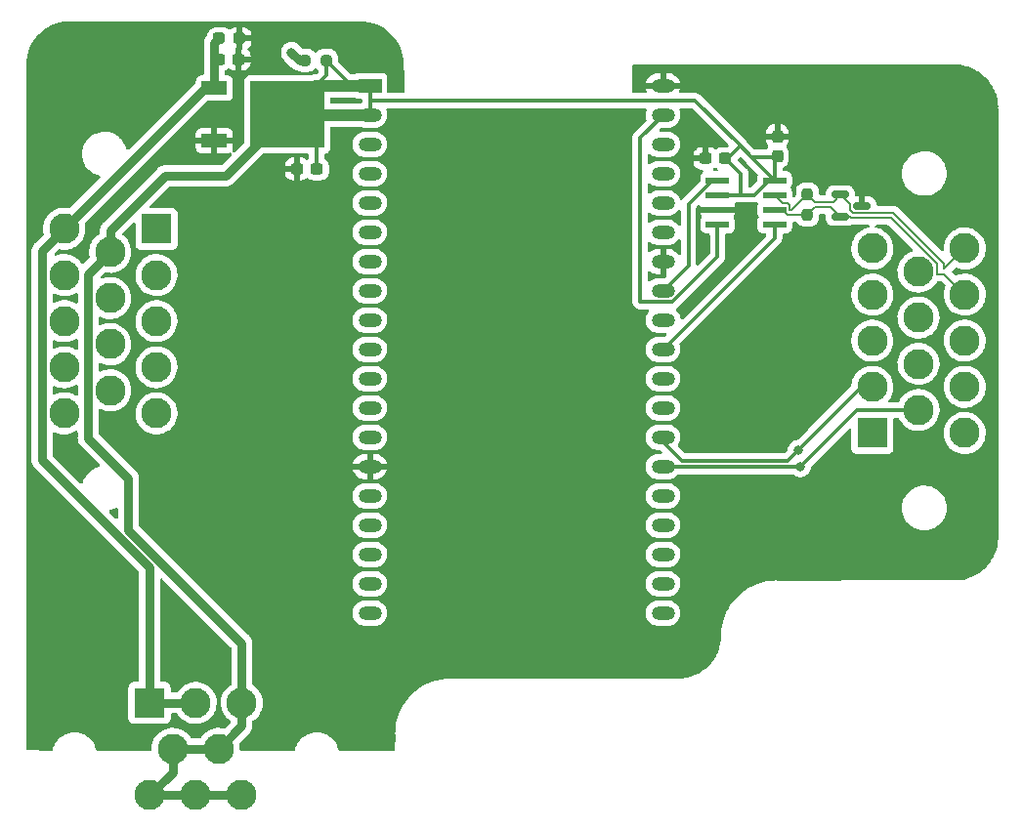
<source format=gbr>
%TF.GenerationSoftware,KiCad,Pcbnew,(6.0.1-0)*%
%TF.CreationDate,2023-01-17T12:48:00-05:00*%
%TF.ProjectId,Front Board,46726f6e-7420-4426-9f61-72642e6b6963,rev?*%
%TF.SameCoordinates,Original*%
%TF.FileFunction,Copper,L2,Bot*%
%TF.FilePolarity,Positive*%
%FSLAX46Y46*%
G04 Gerber Fmt 4.6, Leading zero omitted, Abs format (unit mm)*
G04 Created by KiCad (PCBNEW (6.0.1-0)) date 2023-01-17 12:48:00*
%MOMM*%
%LPD*%
G01*
G04 APERTURE LIST*
G04 Aperture macros list*
%AMRoundRect*
0 Rectangle with rounded corners*
0 $1 Rounding radius*
0 $2 $3 $4 $5 $6 $7 $8 $9 X,Y pos of 4 corners*
0 Add a 4 corners polygon primitive as box body*
4,1,4,$2,$3,$4,$5,$6,$7,$8,$9,$2,$3,0*
0 Add four circle primitives for the rounded corners*
1,1,$1+$1,$2,$3*
1,1,$1+$1,$4,$5*
1,1,$1+$1,$6,$7*
1,1,$1+$1,$8,$9*
0 Add four rect primitives between the rounded corners*
20,1,$1+$1,$2,$3,$4,$5,0*
20,1,$1+$1,$4,$5,$6,$7,0*
20,1,$1+$1,$6,$7,$8,$9,0*
20,1,$1+$1,$8,$9,$2,$3,0*%
G04 Aperture macros list end*
%TA.AperFunction,ComponentPad*%
%ADD10R,2.000000X1.200000*%
%TD*%
%TA.AperFunction,ComponentPad*%
%ADD11O,2.000000X1.200000*%
%TD*%
%TA.AperFunction,ComponentPad*%
%ADD12R,2.625000X2.625000*%
%TD*%
%TA.AperFunction,ComponentPad*%
%ADD13C,2.625000*%
%TD*%
%TA.AperFunction,SMDPad,CuDef*%
%ADD14RoundRect,0.237500X0.237500X-0.250000X0.237500X0.250000X-0.237500X0.250000X-0.237500X-0.250000X0*%
%TD*%
%TA.AperFunction,SMDPad,CuDef*%
%ADD15RoundRect,0.237500X-0.287500X-0.237500X0.287500X-0.237500X0.287500X0.237500X-0.287500X0.237500X0*%
%TD*%
%TA.AperFunction,SMDPad,CuDef*%
%ADD16RoundRect,0.237500X0.300000X0.237500X-0.300000X0.237500X-0.300000X-0.237500X0.300000X-0.237500X0*%
%TD*%
%TA.AperFunction,SMDPad,CuDef*%
%ADD17RoundRect,0.237500X-0.300000X-0.237500X0.300000X-0.237500X0.300000X0.237500X-0.300000X0.237500X0*%
%TD*%
%TA.AperFunction,SMDPad,CuDef*%
%ADD18RoundRect,0.041300X-0.943700X-0.253700X0.943700X-0.253700X0.943700X0.253700X-0.943700X0.253700X0*%
%TD*%
%TA.AperFunction,SMDPad,CuDef*%
%ADD19RoundRect,0.150000X-0.587500X-0.150000X0.587500X-0.150000X0.587500X0.150000X-0.587500X0.150000X0*%
%TD*%
%TA.AperFunction,SMDPad,CuDef*%
%ADD20RoundRect,0.237500X0.250000X0.237500X-0.250000X0.237500X-0.250000X-0.237500X0.250000X-0.237500X0*%
%TD*%
%TA.AperFunction,SMDPad,CuDef*%
%ADD21RoundRect,0.237500X0.237500X-0.300000X0.237500X0.300000X-0.237500X0.300000X-0.237500X-0.300000X0*%
%TD*%
%TA.AperFunction,SMDPad,CuDef*%
%ADD22R,2.200000X1.200000*%
%TD*%
%TA.AperFunction,SMDPad,CuDef*%
%ADD23R,6.400000X5.800000*%
%TD*%
%TA.AperFunction,ViaPad*%
%ADD24C,0.800000*%
%TD*%
%TA.AperFunction,Conductor*%
%ADD25C,0.800000*%
%TD*%
%TA.AperFunction,Conductor*%
%ADD26C,0.300000*%
%TD*%
%TA.AperFunction,Conductor*%
%ADD27C,1.000000*%
%TD*%
%TA.AperFunction,Conductor*%
%ADD28C,0.200000*%
%TD*%
G04 APERTURE END LIST*
D10*
%TO.P,U3,1,3V3*%
%TO.N,VDD*%
X137600000Y-68130000D03*
D11*
%TO.P,U3,2,CHIP_PU*%
X137600000Y-70670000D03*
%TO.P,U3,3,SENSOR_VP/GPIO36/ADC1_CH0*%
%TO.N,/R_wheel*%
X137600000Y-73210000D03*
%TO.P,U3,4,SENSOR_VN/GPIO39/ADC1_CH3*%
%TO.N,/L_wheel*%
X137600000Y-75750000D03*
%TO.P,U3,5,VDET_1/GPIO34/ADC1_CH6*%
%TO.N,/L_sus*%
X137600000Y-78290000D03*
%TO.P,U3,6,VDET_2/GPIO35/ADC1_CH7*%
%TO.N,/R_sus*%
X137600000Y-80830000D03*
%TO.P,U3,7,32K_XP/GPIO32/ADC1_CH4*%
%TO.N,/stearing*%
X137600000Y-83370000D03*
%TO.P,U3,8,32K_XN/GPIO33/ADC1_CH5*%
%TO.N,/pedal_0*%
X137600000Y-85910000D03*
%TO.P,U3,9,DAC_1/ADC2_CH8/GPIO25*%
%TO.N,/pedal_1*%
X137600000Y-88450000D03*
%TO.P,U3,10,DAC_2/ADC2_CH9/GPIO26*%
%TO.N,Net-(R9-Pad1)*%
X137600000Y-90990000D03*
%TO.P,U3,11,ADC2_CH7/GPIO27*%
%TO.N,unconnected-(U3-Pad11)*%
X137600000Y-93530000D03*
%TO.P,U3,12,MTMS/GPIO14/ADC2_CH6*%
%TO.N,/LORA_SCK*%
X137600000Y-96070000D03*
%TO.P,U3,13,\u002AMTDI/GPIO12/ADC2_CH5*%
%TO.N,/LORA_MISO*%
X137600000Y-98610000D03*
%TO.P,U3,14,GND*%
%TO.N,GND*%
X137600000Y-101150000D03*
%TO.P,U3,15,MTCK/GPIO13/ADC2_CH4*%
%TO.N,/Laura_MOSI*%
X137600000Y-103690000D03*
%TO.P,U3,16,SD_DATA2/GPIO9*%
%TO.N,unconnected-(U3-Pad16)*%
X137600000Y-106230000D03*
%TO.P,U3,17,SD_DATA3/GPIO10*%
%TO.N,unconnected-(U3-Pad17)*%
X137600000Y-108770000D03*
%TO.P,U3,18,CMD*%
%TO.N,unconnected-(U3-Pad18)*%
X137600000Y-111310000D03*
%TO.P,U3,19,5V*%
%TO.N,unconnected-(U3-Pad19)*%
X137600000Y-113850000D03*
%TO.P,U3,20,SD_CLK/GPIO6*%
%TO.N,unconnected-(U3-Pad20)*%
X162996320Y-113847280D03*
%TO.P,U3,21,SD_DATA0/GPIO7*%
%TO.N,unconnected-(U3-Pad21)*%
X162996320Y-111307280D03*
%TO.P,U3,22,SD_DATA1/GPIO8*%
%TO.N,unconnected-(U3-Pad22)*%
X163000000Y-108770000D03*
%TO.P,U3,23,\u002AMTDO/GPIO15/ADC2_CH3*%
%TO.N,/LoRa_CS*%
X163000000Y-106230000D03*
%TO.P,U3,24,ADC2_CH2/\u002AGPIO2*%
%TO.N,unconnected-(U3-Pad24)*%
X163000000Y-103690000D03*
%TO.P,U3,25,\u002AGPIO0/BOOT/ADC2_CH1*%
%TO.N,/Brake_1*%
X163000000Y-101150000D03*
%TO.P,U3,26,ADC2_CH0/GPIO4*%
%TO.N,/Brake_0*%
X163000000Y-98610000D03*
%TO.P,U3,27,GPIO16*%
%TO.N,/RTD_ind_sig*%
X163000000Y-96070000D03*
%TO.P,U3,28,GPIO17*%
%TO.N,/RTD_bttn*%
X163000000Y-93530000D03*
%TO.P,U3,29,\u002AGPIO5*%
%TO.N,/CAN_CS*%
X163000000Y-90990000D03*
%TO.P,U3,30,GPIO18*%
%TO.N,/CAN_SCK*%
X163000000Y-88450000D03*
%TO.P,U3,31,GPIO19*%
%TO.N,/CAN_MISO*%
X163000000Y-85910000D03*
%TO.P,U3,32,GND*%
%TO.N,GND*%
X163000000Y-83370000D03*
%TO.P,U3,33,GPIO21*%
%TO.N,Net-(R6-Pad1)*%
X163000000Y-80830000D03*
%TO.P,U3,34,U0RXD/GPIO3*%
%TO.N,Net-(R5-Pad2)*%
X163000000Y-78290000D03*
%TO.P,U3,35,U0TXD/GPIO1*%
%TO.N,Net-(R4-Pad1)*%
X163000000Y-75750000D03*
%TO.P,U3,36,GPIO22*%
%TO.N,/LORA Reset*%
X163000000Y-73210000D03*
%TO.P,U3,37,GPIO23*%
%TO.N,/CAN_MOSI*%
X163000000Y-70670000D03*
%TO.P,U3,38,GND*%
%TO.N,GND*%
X163000000Y-68130000D03*
%TD*%
D12*
%TO.P,J3,1,Pin_1*%
%TO.N,+12V*%
X118500000Y-121630000D03*
D13*
%TO.P,J3,2,Pin_2*%
X122500000Y-121630000D03*
%TO.P,J3,3,Pin_3*%
%TO.N,VDD*%
X126500000Y-121630000D03*
%TO.P,J3,4,Pin_4*%
X120500000Y-125630000D03*
%TO.P,J3,5,Pin_5*%
X124500000Y-125630000D03*
%TO.P,J3,6,Pin_6*%
X118500000Y-129630000D03*
%TO.P,J3,7,Pin_7*%
X122500000Y-129630000D03*
%TO.P,J3,8,Pin_8*%
X126500000Y-129630000D03*
%TD*%
D12*
%TO.P,J1,1,Pin_1*%
%TO.N,/R_wheel*%
X119100000Y-80530000D03*
D13*
%TO.P,J1,2,Pin_2*%
%TO.N,/L_sus*%
X119100000Y-84530000D03*
%TO.P,J1,3,Pin_3*%
%TO.N,/stearing*%
X119100000Y-88530000D03*
%TO.P,J1,4,Pin_4*%
%TO.N,/WCB_status*%
X119100000Y-92530000D03*
%TO.P,J1,5,Pin_5*%
%TO.N,/LORA_MISO*%
X119100000Y-96530000D03*
%TO.P,J1,6,Pin_6*%
%TO.N,VDD*%
X115100000Y-82530000D03*
%TO.P,J1,7,Pin_7*%
%TO.N,/R_sus*%
X115100000Y-86530000D03*
%TO.P,J1,8,Pin_8*%
%TO.N,/pedal_1*%
X115100000Y-90530000D03*
%TO.P,J1,9,Pin_9*%
%TO.N,/LORA_SCK*%
X115100000Y-94530000D03*
%TO.P,J1,10,Pin_10*%
%TO.N,+12V*%
X111100000Y-80530000D03*
%TO.P,J1,11,Pin_11*%
%TO.N,/L_wheel*%
X111100000Y-84530000D03*
%TO.P,J1,12,Pin_12*%
%TO.N,/pedal_0*%
X111100000Y-88530000D03*
%TO.P,J1,13,Pin_13*%
%TO.N,GND*%
X111100000Y-92530000D03*
%TO.P,J1,14,Pin_14*%
%TO.N,/Laura_MOSI*%
X111100000Y-96530000D03*
%TD*%
D12*
%TO.P,J2,1,Pin_1*%
%TO.N,/LoRa_CS*%
X181137500Y-98230000D03*
D13*
%TO.P,J2,2,Pin_2*%
%TO.N,/Brake_0*%
X181137500Y-94230000D03*
%TO.P,J2,3,Pin_3*%
%TO.N,unconnected-(J2-Pad3)*%
X181137500Y-90230000D03*
%TO.P,J2,4,Pin_4*%
%TO.N,/RTD_led*%
X181137500Y-86230000D03*
%TO.P,J2,5,Pin_5*%
%TO.N,/AMS_Led*%
X181137500Y-82230000D03*
%TO.P,J2,6,Pin_6*%
%TO.N,/Brake_1*%
X185137500Y-96230000D03*
%TO.P,J2,7,Pin_7*%
%TO.N,/RTD_bttn*%
X185137500Y-92230000D03*
%TO.P,J2,8,Pin_8*%
%TO.N,/IMD_led*%
X185137500Y-88230000D03*
%TO.P,J2,9,Pin_9*%
%TO.N,/LORA Reset*%
X185137500Y-84230000D03*
%TO.P,J2,10,Pin_10*%
%TO.N,unconnected-(J2-Pad10)*%
X189137500Y-98230000D03*
%TO.P,J2,11,Pin_11*%
%TO.N,/RTD_ind_out*%
X189137500Y-94230000D03*
%TO.P,J2,12,Pin_12*%
%TO.N,unconnected-(J2-Pad12)*%
X189137500Y-90230000D03*
%TO.P,J2,13,Pin_13*%
%TO.N,/CAN_P*%
X189137500Y-86230000D03*
%TO.P,J2,14,Pin_14*%
%TO.N,/CAN_N*%
X189137500Y-82230000D03*
%TD*%
D14*
%TO.P,R1,1*%
%TO.N,/CAN_P*%
X175500000Y-79342500D03*
%TO.P,R1,2*%
%TO.N,/CAN_N*%
X175500000Y-77517500D03*
%TD*%
D15*
%TO.P,D7,1,K*%
%TO.N,+12V*%
X124550000Y-64030000D03*
%TO.P,D7,2,A*%
%TO.N,GND*%
X126300000Y-64030000D03*
%TD*%
D16*
%TO.P,C2,1*%
%TO.N,VDD*%
X133000000Y-75330000D03*
%TO.P,C2,2*%
%TO.N,GND*%
X131275000Y-75330000D03*
%TD*%
D17*
%TO.P,C1,1*%
%TO.N,+12V*%
X124500000Y-65830000D03*
%TO.P,C1,2*%
%TO.N,GND*%
X126225000Y-65830000D03*
%TD*%
D18*
%TO.P,U1,1,TXD*%
%TO.N,/CAN_MOSI*%
X167725000Y-80135000D03*
%TO.P,U1,2,GND*%
%TO.N,GND*%
X167725000Y-78865000D03*
%TO.P,U1,3,VDD*%
%TO.N,VDD*%
X167725000Y-77595000D03*
%TO.P,U1,4,RXD*%
%TO.N,/CAN_MISO*%
X167725000Y-76325000D03*
%TO.P,U1,5,VL*%
%TO.N,VDD*%
X172675000Y-76325000D03*
%TO.P,U1,6,CANL*%
%TO.N,/CAN_N*%
X172675000Y-77595000D03*
%TO.P,U1,7,CANH*%
%TO.N,/CAN_P*%
X172675000Y-78865000D03*
%TO.P,U1,8,STBY*%
%TO.N,/CAN_CS*%
X172675000Y-80135000D03*
%TD*%
D16*
%TO.P,C4,1*%
%TO.N,VDD*%
X168400000Y-74430000D03*
%TO.P,C4,2*%
%TO.N,GND*%
X166675000Y-74430000D03*
%TD*%
D19*
%TO.P,D1,1,K*%
%TO.N,/CAN_P*%
X178362500Y-79480000D03*
%TO.P,D1,2,K*%
%TO.N,/CAN_N*%
X178362500Y-77580000D03*
%TO.P,D1,3,A*%
%TO.N,GND*%
X180237500Y-78530000D03*
%TD*%
D20*
%TO.P,R2,1*%
%TO.N,VDD*%
X133812500Y-65930000D03*
%TO.P,R2,2*%
%TO.N,Net-(D2-Pad2)*%
X131987500Y-65930000D03*
%TD*%
D21*
%TO.P,C3,1*%
%TO.N,VDD*%
X172900000Y-74230000D03*
%TO.P,C3,2*%
%TO.N,GND*%
X172900000Y-72505000D03*
%TD*%
D22*
%TO.P,U2,1,GND*%
%TO.N,GND*%
X124125000Y-72885000D03*
D23*
%TO.P,U2,2,VO*%
%TO.N,VDD*%
X130425000Y-70605000D03*
D22*
%TO.P,U2,3,VI*%
%TO.N,+12V*%
X124125000Y-68325000D03*
%TD*%
D24*
%TO.N,GND*%
X123900000Y-82130000D03*
X128500000Y-96830000D03*
X124000000Y-96930000D03*
X132200000Y-83630000D03*
X166300000Y-82030000D03*
X165600000Y-71630000D03*
X129700000Y-110630000D03*
X133100000Y-96930000D03*
X170800000Y-109830000D03*
X131200000Y-90130000D03*
%TO.N,Net-(D2-Pad2)*%
X130800000Y-65230000D03*
%TO.N,/Brake_0*%
X174700000Y-99730000D03*
%TO.N,/Brake_1*%
X174893478Y-101150000D03*
%TD*%
D25*
%TO.N,+12V*%
X118500000Y-109863817D02*
X109187989Y-100551806D01*
X109187989Y-100551806D02*
X109187989Y-82442011D01*
X124125000Y-64455000D02*
X124550000Y-64030000D01*
X111100000Y-80530000D02*
X123305000Y-68325000D01*
X109187989Y-82442011D02*
X111100000Y-80530000D01*
X118500000Y-121630000D02*
X118500000Y-109863817D01*
X122500000Y-121630000D02*
X118500000Y-121630000D01*
X124125000Y-68325000D02*
X124125000Y-64455000D01*
X123305000Y-68325000D02*
X124125000Y-68325000D01*
D26*
%TO.N,VDD*%
X133812500Y-65930000D02*
X136012500Y-68130000D01*
X169765000Y-77595000D02*
X170924898Y-77595000D01*
X167725000Y-77595000D02*
X169765000Y-77595000D01*
D25*
X126500000Y-129630000D02*
X122500000Y-129630000D01*
X115100000Y-80673845D02*
X119843845Y-75930000D01*
X126500000Y-121630000D02*
X126500000Y-116450283D01*
D26*
X168400000Y-74430000D02*
X168600000Y-74430000D01*
D25*
X126500000Y-123630000D02*
X124500000Y-125630000D01*
D26*
X172790000Y-74340000D02*
X172900000Y-74230000D01*
X133000000Y-73180000D02*
X130425000Y-70605000D01*
X137600000Y-69430000D02*
X137600000Y-70670000D01*
D25*
X125100000Y-75930000D02*
X130425000Y-70605000D01*
D26*
X130425000Y-70605000D02*
X133812500Y-67217500D01*
D25*
X116674521Y-102170704D02*
X116674521Y-106624804D01*
X115100000Y-82530000D02*
X115100000Y-80673845D01*
X115100000Y-82530000D02*
X113187989Y-84442011D01*
D26*
X136012500Y-68130000D02*
X137600000Y-68130000D01*
X172675000Y-76325000D02*
X170690000Y-74340000D01*
X172675000Y-76325000D02*
X172675000Y-74455000D01*
X168400000Y-74430000D02*
X169765000Y-75795000D01*
X170924898Y-77595000D02*
X172194898Y-76325000D01*
X137535000Y-70605000D02*
X137600000Y-70670000D01*
D27*
X130360000Y-70670000D02*
X137600000Y-70670000D01*
D26*
X172194898Y-76325000D02*
X172675000Y-76325000D01*
X168600000Y-74430000D02*
X169690000Y-73340000D01*
X169690000Y-73340000D02*
X165780000Y-69430000D01*
X169765000Y-75795000D02*
X169765000Y-77595000D01*
D25*
X126890000Y-74140000D02*
X132900000Y-68130000D01*
D26*
X137600000Y-69430000D02*
X137600000Y-68130000D01*
D25*
X120500000Y-127630000D02*
X118500000Y-129630000D01*
X119843845Y-75930000D02*
X125100000Y-75930000D01*
X126500000Y-121630000D02*
X126500000Y-123630000D01*
X120500000Y-125630000D02*
X120500000Y-127630000D01*
X120500000Y-125630000D02*
X124500000Y-125630000D01*
D26*
X172675000Y-74455000D02*
X172900000Y-74230000D01*
D25*
X118500000Y-129630000D02*
X122500000Y-129630000D01*
X113187989Y-98684172D02*
X116674521Y-102170704D01*
D26*
X170690000Y-74340000D02*
X169690000Y-73340000D01*
D27*
X132900000Y-68130000D02*
X137600000Y-68130000D01*
D26*
X133812500Y-67217500D02*
X133812500Y-65930000D01*
X170690000Y-74340000D02*
X172790000Y-74340000D01*
D25*
X126500000Y-116450283D02*
X116674521Y-106624804D01*
D26*
X165780000Y-69430000D02*
X137600000Y-69430000D01*
D25*
X126890000Y-74140000D02*
X130360000Y-70670000D01*
X113187989Y-84442011D02*
X113187989Y-98684172D01*
X125100000Y-75930000D02*
X126890000Y-74140000D01*
D26*
X133000000Y-75330000D02*
X133000000Y-73180000D01*
D28*
%TO.N,/CAN_N*%
X179200480Y-78417980D02*
X178362500Y-77580000D01*
X179463803Y-79129520D02*
X179200480Y-78866197D01*
X173959520Y-78470128D02*
X173959520Y-78879520D01*
X173350480Y-78270480D02*
X173759872Y-78270480D01*
X173759872Y-78270480D02*
X173959520Y-78470128D01*
X173959520Y-78879520D02*
X173972499Y-78892499D01*
X173972499Y-78892499D02*
X174125001Y-78892499D01*
X177737500Y-78205000D02*
X178362500Y-77580000D01*
X187362501Y-84004999D02*
X187362501Y-83538889D01*
X174125001Y-78892499D02*
X175500000Y-77517500D01*
X175500000Y-77517500D02*
X176187499Y-78204999D01*
X182953132Y-79129520D02*
X179463803Y-79129520D01*
X187362501Y-83538889D02*
X182953132Y-79129520D01*
X189137500Y-82230000D02*
X187362501Y-84004999D01*
X176187499Y-78204999D02*
X177737500Y-78205000D01*
X179200480Y-78866197D02*
X179200480Y-78417980D01*
X172675000Y-77595000D02*
X173350480Y-78270480D01*
%TO.N,/CAN_P*%
X186749510Y-83562282D02*
X182766739Y-79579511D01*
X179277410Y-79579511D02*
X179177900Y-79480000D01*
X175500000Y-79342500D02*
X176187499Y-78655001D01*
X176187499Y-78655001D02*
X177537500Y-78655000D01*
X189137500Y-86230000D02*
X187362501Y-84455001D01*
X173308603Y-78865000D02*
X173786103Y-79342500D01*
X173786103Y-79342500D02*
X175500000Y-79342500D01*
X187362501Y-84455001D02*
X186749511Y-84455001D01*
X182766739Y-79579511D02*
X179277410Y-79579511D01*
X177537500Y-78655000D02*
X178362500Y-79480000D01*
X179177900Y-79480000D02*
X178362500Y-79480000D01*
X172675000Y-78865000D02*
X173308603Y-78865000D01*
X186749511Y-84455001D02*
X186749510Y-83562282D01*
D25*
%TO.N,Net-(D2-Pad2)*%
X131500000Y-65930000D02*
X130800000Y-65230000D01*
X131987500Y-65930000D02*
X131500000Y-65930000D01*
D26*
%TO.N,/Brake_0*%
X174700000Y-99730000D02*
X176050000Y-98380000D01*
X176050000Y-98380000D02*
X180200000Y-94230000D01*
X173800000Y-100630000D02*
X174700000Y-99730000D01*
X163000000Y-99010000D02*
X164620000Y-100630000D01*
X163000000Y-98610000D02*
X163000000Y-99010000D01*
X180200000Y-94230000D02*
X181137500Y-94230000D01*
X164620000Y-100630000D02*
X173800000Y-100630000D01*
%TO.N,/Brake_1*%
X163000000Y-101150000D02*
X174893478Y-101150000D01*
X179813478Y-96230000D02*
X185137500Y-96230000D01*
X174893478Y-101150000D02*
X179813478Y-96230000D01*
%TO.N,/CAN_MOSI*%
X161029520Y-86859520D02*
X161000000Y-86830000D01*
X167725000Y-82927824D02*
X163793304Y-86859520D01*
X161000000Y-86830000D02*
X161000000Y-72670000D01*
X163793304Y-86859520D02*
X161029520Y-86859520D01*
X167725000Y-80135000D02*
X167725000Y-82927824D01*
X161000000Y-72670000D02*
X163000000Y-70670000D01*
%TO.N,/CAN_MISO*%
X165200000Y-83710000D02*
X163000000Y-85910000D01*
X167244898Y-76325000D02*
X165200000Y-78369898D01*
X165200000Y-78369898D02*
X165200000Y-83710000D01*
X167725000Y-76325000D02*
X167244898Y-76325000D01*
%TO.N,/CAN_CS*%
X172675000Y-80135000D02*
X172675000Y-81315000D01*
X172675000Y-81315000D02*
X163000000Y-90990000D01*
%TD*%
%TA.AperFunction,Conductor*%
%TO.N,GND*%
G36*
X188244685Y-66289819D02*
G01*
X188264166Y-66291343D01*
X188278710Y-66293626D01*
X188278715Y-66293626D01*
X188287583Y-66295018D01*
X188306917Y-66292514D01*
X188329424Y-66291629D01*
X188654667Y-66307994D01*
X188666955Y-66309219D01*
X189018145Y-66361711D01*
X189030250Y-66364133D01*
X189228463Y-66414000D01*
X189374593Y-66450764D01*
X189386413Y-66454362D01*
X189720627Y-66574307D01*
X189732037Y-66579046D01*
X190052879Y-66731138D01*
X190063771Y-66736971D01*
X190252864Y-66850515D01*
X190340969Y-66903419D01*
X190368189Y-66919764D01*
X190378455Y-66926635D01*
X190610917Y-67099302D01*
X190663509Y-67138366D01*
X190673053Y-67146210D01*
X190910543Y-67361739D01*
X190935992Y-67384835D01*
X190944719Y-67393573D01*
X191181259Y-67654856D01*
X191183020Y-67656801D01*
X191190851Y-67666352D01*
X191336137Y-67862452D01*
X191402237Y-67951671D01*
X191409096Y-67961947D01*
X191591514Y-68266583D01*
X191597333Y-68277480D01*
X191649546Y-68387973D01*
X191749037Y-68598516D01*
X191753762Y-68609933D01*
X191873294Y-68944284D01*
X191876878Y-68956108D01*
X191891271Y-69013615D01*
X191961358Y-69293642D01*
X191963091Y-69300568D01*
X191965499Y-69312687D01*
X192017558Y-69663923D01*
X192018768Y-69676218D01*
X192034373Y-69994100D01*
X192033025Y-70019663D01*
X192032676Y-70021901D01*
X192032676Y-70021905D01*
X192031295Y-70030774D01*
X192032459Y-70039675D01*
X192032459Y-70039680D01*
X192035423Y-70062343D01*
X192036487Y-70078661D01*
X192038189Y-81561753D01*
X192041992Y-107220863D01*
X192041993Y-107229765D01*
X192040434Y-107249541D01*
X192036835Y-107272213D01*
X192039307Y-107291562D01*
X192040153Y-107314067D01*
X192038883Y-107338500D01*
X192023254Y-107639060D01*
X192022011Y-107651332D01*
X191984403Y-107900264D01*
X191969000Y-108002222D01*
X191966561Y-108014320D01*
X191879477Y-108358336D01*
X191875866Y-108370138D01*
X191755545Y-108703981D01*
X191750799Y-108715369D01*
X191653474Y-108920020D01*
X191598390Y-109035848D01*
X191592550Y-109046721D01*
X191422027Y-109329974D01*
X191409516Y-109350755D01*
X191402643Y-109360999D01*
X191192074Y-109643881D01*
X191190756Y-109645651D01*
X191182915Y-109655174D01*
X191016973Y-109837686D01*
X190944178Y-109917750D01*
X190935438Y-109926464D01*
X190672160Y-110164422D01*
X190662621Y-110172229D01*
X190460288Y-110321913D01*
X190377340Y-110383277D01*
X190367071Y-110390123D01*
X190062492Y-110572260D01*
X190051602Y-110578067D01*
X189730694Y-110729519D01*
X189719289Y-110734234D01*
X189385079Y-110853573D01*
X189373266Y-110857149D01*
X189028993Y-110943216D01*
X189016888Y-110945619D01*
X188665858Y-110997590D01*
X188653575Y-110998798D01*
X188335900Y-111014375D01*
X188310347Y-111013026D01*
X188308102Y-111012677D01*
X188308103Y-111012677D01*
X188299226Y-111011295D01*
X188267473Y-111015447D01*
X188251232Y-111016511D01*
X183851651Y-111019647D01*
X172860112Y-111027480D01*
X172839122Y-111025735D01*
X172819583Y-111022448D01*
X172813365Y-111022372D01*
X172811908Y-111022354D01*
X172811903Y-111022354D01*
X172807044Y-111022295D01*
X172802225Y-111022985D01*
X172797370Y-111023302D01*
X172797366Y-111023234D01*
X172793939Y-111023553D01*
X172572330Y-111033221D01*
X172391830Y-111041096D01*
X172284380Y-111055231D01*
X171982498Y-111094942D01*
X171982489Y-111094944D01*
X171979772Y-111095301D01*
X171574000Y-111185187D01*
X171469193Y-111218205D01*
X171180231Y-111309238D01*
X171180221Y-111309242D01*
X171177598Y-111310068D01*
X171175054Y-111311121D01*
X170796103Y-111467951D01*
X170796091Y-111467956D01*
X170793577Y-111468997D01*
X170791155Y-111470257D01*
X170791150Y-111470259D01*
X170786409Y-111472725D01*
X170424856Y-111660766D01*
X170422539Y-111662241D01*
X170422528Y-111662247D01*
X170088078Y-111875108D01*
X170074237Y-111883917D01*
X170072060Y-111885586D01*
X170072051Y-111885592D01*
X169871873Y-112039033D01*
X169744384Y-112136756D01*
X169437803Y-112417359D01*
X169156824Y-112723597D01*
X169155151Y-112725774D01*
X169155146Y-112725780D01*
X169085745Y-112816092D01*
X168903582Y-113053140D01*
X168812341Y-113196113D01*
X168747545Y-113297648D01*
X168680002Y-113403486D01*
X168487782Y-113771972D01*
X168436408Y-113895679D01*
X168343502Y-114119393D01*
X168328383Y-114155798D01*
X168248827Y-114407254D01*
X168219115Y-114501167D01*
X168203017Y-114552047D01*
X168166262Y-114717016D01*
X168116188Y-114941763D01*
X168112635Y-114957709D01*
X168057925Y-115369701D01*
X168057802Y-115372452D01*
X168057801Y-115372459D01*
X168040602Y-115755922D01*
X168039881Y-115762689D01*
X168040039Y-115762703D01*
X168039598Y-115767555D01*
X168038785Y-115772352D01*
X168038728Y-115776601D01*
X168038689Y-115776842D01*
X168038721Y-115777096D01*
X168038616Y-115784891D01*
X168040613Y-115798961D01*
X168041683Y-115823417D01*
X168039716Y-115860062D01*
X168024503Y-116143443D01*
X168023241Y-116155707D01*
X167969710Y-116506309D01*
X167967255Y-116518390D01*
X167879719Y-116862078D01*
X167876098Y-116873852D01*
X167823745Y-117018496D01*
X167755394Y-117207341D01*
X167750636Y-117218714D01*
X167597920Y-117538808D01*
X167592074Y-117549661D01*
X167408810Y-117853296D01*
X167401931Y-117863527D01*
X167189866Y-118147806D01*
X167182020Y-118157315D01*
X166943192Y-118419505D01*
X166934454Y-118428202D01*
X166671145Y-118665799D01*
X166661599Y-118673600D01*
X166376338Y-118884324D01*
X166366076Y-118891155D01*
X166249975Y-118960489D01*
X166061573Y-119073001D01*
X166050715Y-119078785D01*
X165729877Y-119230012D01*
X165718498Y-119234709D01*
X165384444Y-119353849D01*
X165372644Y-119357417D01*
X165028556Y-119443339D01*
X165016463Y-119445737D01*
X164665619Y-119497623D01*
X164653362Y-119498826D01*
X164335901Y-119514377D01*
X164310349Y-119513027D01*
X164308098Y-119512676D01*
X164308093Y-119512676D01*
X164299225Y-119511295D01*
X164267521Y-119515441D01*
X164251271Y-119516504D01*
X154299455Y-119522000D01*
X144602268Y-119522000D01*
X144581731Y-119520315D01*
X144577371Y-119519595D01*
X144561023Y-119516894D01*
X144548484Y-119516778D01*
X144543675Y-119517481D01*
X144538813Y-119517812D01*
X144538808Y-119517742D01*
X144535424Y-119518067D01*
X144136352Y-119536626D01*
X144136348Y-119536626D01*
X144133625Y-119536753D01*
X143722011Y-119592035D01*
X143391448Y-119666142D01*
X143333685Y-119679092D01*
X143316761Y-119682886D01*
X142920941Y-119808621D01*
X142918421Y-119809670D01*
X142918414Y-119809673D01*
X142837983Y-119843169D01*
X142537550Y-119968285D01*
X142535126Y-119969552D01*
X142171901Y-120159409D01*
X142171888Y-120159416D01*
X142169488Y-120160671D01*
X142167192Y-120162138D01*
X142167184Y-120162143D01*
X141994068Y-120272783D01*
X141819543Y-120384323D01*
X141490363Y-120637547D01*
X141184440Y-120918426D01*
X141182601Y-120920436D01*
X140951215Y-121173331D01*
X140904091Y-121224835D01*
X140651437Y-121554453D01*
X140649974Y-121556750D01*
X140649969Y-121556758D01*
X140542491Y-121725571D01*
X140428391Y-121904785D01*
X140427120Y-121907226D01*
X140427117Y-121907232D01*
X140351028Y-122053417D01*
X140236642Y-122273179D01*
X140235591Y-122275715D01*
X140096572Y-122611166D01*
X140077641Y-122656846D01*
X140076821Y-122659443D01*
X140076817Y-122659454D01*
X140075224Y-122664500D01*
X139952592Y-123052882D01*
X139951996Y-123055563D01*
X139951995Y-123055566D01*
X139865538Y-123444368D01*
X139862442Y-123458289D01*
X139862082Y-123461008D01*
X139809759Y-123855772D01*
X139807873Y-123869998D01*
X139799203Y-124063647D01*
X139790592Y-124255980D01*
X139789876Y-124262696D01*
X139790039Y-124262711D01*
X139789598Y-124267553D01*
X139788785Y-124272352D01*
X139788616Y-124284891D01*
X139789301Y-124289714D01*
X139789301Y-124289719D01*
X139792550Y-124312605D01*
X139793801Y-124330423D01*
X139792626Y-125683715D01*
X139772565Y-125751819D01*
X139718869Y-125798265D01*
X139666414Y-125809606D01*
X135009378Y-125801746D01*
X134941292Y-125781629D01*
X134894890Y-125727895D01*
X134886013Y-125700327D01*
X134872024Y-125630000D01*
X134869736Y-125618498D01*
X134779011Y-125360153D01*
X134754466Y-125312900D01*
X134654843Y-125121118D01*
X134654842Y-125121116D01*
X134652791Y-125117168D01*
X134650208Y-125113553D01*
X134650204Y-125113547D01*
X134496181Y-124898014D01*
X134493593Y-124894392D01*
X134328662Y-124721500D01*
X134307666Y-124699490D01*
X134307664Y-124699488D01*
X134304594Y-124696270D01*
X134189054Y-124605186D01*
X134093059Y-124529510D01*
X134093057Y-124529509D01*
X134089564Y-124526755D01*
X134085722Y-124524523D01*
X134085717Y-124524520D01*
X133856649Y-124391466D01*
X133856643Y-124391463D01*
X133852795Y-124389228D01*
X133747664Y-124346645D01*
X133603143Y-124288108D01*
X133603135Y-124288105D01*
X133599011Y-124286435D01*
X133465440Y-124253256D01*
X133337599Y-124221500D01*
X133337595Y-124221499D01*
X133333274Y-124220426D01*
X133099753Y-124196500D01*
X132930246Y-124196500D01*
X132726872Y-124210900D01*
X132722517Y-124211838D01*
X132722514Y-124211838D01*
X132463540Y-124267593D01*
X132463538Y-124267593D01*
X132459193Y-124268529D01*
X132202305Y-124363300D01*
X131961332Y-124493322D01*
X131741085Y-124655999D01*
X131545955Y-124848087D01*
X131543256Y-124851624D01*
X131543253Y-124851627D01*
X131387966Y-125055103D01*
X131379838Y-125065753D01*
X131246048Y-125304653D01*
X131147254Y-125560021D01*
X131146251Y-125564346D01*
X131146250Y-125564351D01*
X131128270Y-125641923D01*
X131116561Y-125692440D01*
X131115407Y-125697417D01*
X131080539Y-125759262D01*
X131017771Y-125792439D01*
X130992448Y-125794966D01*
X126451117Y-125787301D01*
X126383030Y-125767184D01*
X126336628Y-125713450D01*
X126325373Y-125658004D01*
X126326023Y-125633162D01*
X126326106Y-125630000D01*
X126322208Y-125577544D01*
X126306394Y-125364736D01*
X126306393Y-125364732D01*
X126306048Y-125360084D01*
X126305017Y-125355527D01*
X126275009Y-125222908D01*
X126279484Y-125152053D01*
X126308807Y-125106006D01*
X127084832Y-124329981D01*
X127099865Y-124317140D01*
X127105913Y-124312746D01*
X127105914Y-124312745D01*
X127111253Y-124308866D01*
X127157016Y-124258041D01*
X127161557Y-124253256D01*
X127176072Y-124238741D01*
X127188994Y-124222784D01*
X127193278Y-124217769D01*
X127234619Y-124171855D01*
X127234623Y-124171850D01*
X127239040Y-124166944D01*
X127242340Y-124161228D01*
X127242343Y-124161224D01*
X127246073Y-124154763D01*
X127257273Y-124138466D01*
X127261975Y-124132660D01*
X127261976Y-124132658D01*
X127266129Y-124127530D01*
X127297186Y-124066577D01*
X127300333Y-124060782D01*
X127302763Y-124056574D01*
X127334527Y-124001556D01*
X127338875Y-123988173D01*
X127346441Y-123969907D01*
X127349832Y-123963252D01*
X127352829Y-123957370D01*
X127357771Y-123938929D01*
X127370529Y-123891315D01*
X127372402Y-123884991D01*
X127385786Y-123843799D01*
X127393542Y-123819928D01*
X127395012Y-123805939D01*
X127398617Y-123786486D01*
X127400547Y-123779285D01*
X127402257Y-123772904D01*
X127405836Y-123704615D01*
X127406353Y-123698040D01*
X127408156Y-123680882D01*
X127408500Y-123677610D01*
X127408500Y-123657075D01*
X127408673Y-123650481D01*
X127411907Y-123588782D01*
X127411907Y-123588777D01*
X127412252Y-123582190D01*
X127410051Y-123568292D01*
X127408500Y-123548583D01*
X127408500Y-123279570D01*
X127428502Y-123211449D01*
X127468193Y-123172429D01*
X127573358Y-123107351D01*
X127637700Y-123052882D01*
X127776368Y-122935491D01*
X127776370Y-122935489D01*
X127779935Y-122932471D01*
X127958393Y-122728978D01*
X128073589Y-122549886D01*
X128102285Y-122505273D01*
X128102288Y-122505268D01*
X128104813Y-122501342D01*
X128215978Y-122254565D01*
X128289446Y-121994067D01*
X128323603Y-121725571D01*
X128326106Y-121630000D01*
X128306048Y-121360084D01*
X128246314Y-121096098D01*
X128148216Y-120843841D01*
X128013910Y-120608854D01*
X127846347Y-120396301D01*
X127649206Y-120210849D01*
X127462679Y-120081451D01*
X127418110Y-120026188D01*
X127408500Y-119977924D01*
X127408500Y-116531700D01*
X127410051Y-116511990D01*
X127411220Y-116504610D01*
X127411220Y-116504609D01*
X127412252Y-116498093D01*
X127408673Y-116429803D01*
X127408500Y-116423209D01*
X127408500Y-116402673D01*
X127408156Y-116399399D01*
X127406353Y-116382241D01*
X127405836Y-116375667D01*
X127402603Y-116313979D01*
X127402603Y-116313977D01*
X127402257Y-116307380D01*
X127398615Y-116293787D01*
X127395014Y-116274358D01*
X127394232Y-116266922D01*
X127393542Y-116260355D01*
X127372407Y-116195308D01*
X127370535Y-116188989D01*
X127354538Y-116129286D01*
X127354537Y-116129283D01*
X127352830Y-116122913D01*
X127346438Y-116110368D01*
X127338874Y-116092106D01*
X127336568Y-116085009D01*
X127334527Y-116078727D01*
X127300336Y-116019506D01*
X127297188Y-116013709D01*
X127269126Y-115958634D01*
X127269124Y-115958631D01*
X127266129Y-115952753D01*
X127257273Y-115941816D01*
X127246073Y-115925520D01*
X127242343Y-115919059D01*
X127242340Y-115919055D01*
X127239040Y-115913339D01*
X127234623Y-115908433D01*
X127234619Y-115908428D01*
X127193278Y-115862514D01*
X127188994Y-115857499D01*
X127178148Y-115844106D01*
X127176072Y-115841542D01*
X127161557Y-115827027D01*
X127157016Y-115822242D01*
X127115673Y-115776326D01*
X127111253Y-115771417D01*
X127099865Y-115763143D01*
X127084832Y-115750302D01*
X125130134Y-113795604D01*
X136087787Y-113795604D01*
X136097567Y-114006899D01*
X136098971Y-114012724D01*
X136098971Y-114012725D01*
X136145064Y-114203981D01*
X136147125Y-114212534D01*
X136149607Y-114217992D01*
X136149608Y-114217996D01*
X136191816Y-114310826D01*
X136234674Y-114405087D01*
X136357054Y-114577611D01*
X136509850Y-114723881D01*
X136687548Y-114838620D01*
X136693114Y-114840863D01*
X136878168Y-114915442D01*
X136878171Y-114915443D01*
X136883737Y-114917686D01*
X137091337Y-114958228D01*
X137096899Y-114958500D01*
X138052846Y-114958500D01*
X138210566Y-114943452D01*
X138413534Y-114883908D01*
X138497111Y-114840863D01*
X138596249Y-114789804D01*
X138596252Y-114789802D01*
X138601580Y-114787058D01*
X138767920Y-114656396D01*
X138771852Y-114651865D01*
X138771855Y-114651862D01*
X138902621Y-114501167D01*
X138906552Y-114496637D01*
X138909552Y-114491451D01*
X138909555Y-114491447D01*
X139009467Y-114318742D01*
X139012473Y-114313546D01*
X139081861Y-114113729D01*
X139096506Y-114012725D01*
X139111352Y-113910336D01*
X139111352Y-113910333D01*
X139112213Y-113904396D01*
X139107052Y-113792884D01*
X161484107Y-113792884D01*
X161493887Y-114004179D01*
X161495291Y-114010004D01*
X161495291Y-114010005D01*
X161521654Y-114119393D01*
X161543445Y-114209814D01*
X161545927Y-114215272D01*
X161545928Y-114215276D01*
X161588032Y-114307878D01*
X161630994Y-114402367D01*
X161753374Y-114574891D01*
X161906170Y-114721161D01*
X162083868Y-114835900D01*
X162096183Y-114840863D01*
X162274488Y-114912722D01*
X162274491Y-114912723D01*
X162280057Y-114914966D01*
X162487657Y-114955508D01*
X162493219Y-114955780D01*
X163449166Y-114955780D01*
X163606886Y-114940732D01*
X163809854Y-114881188D01*
X163893431Y-114838143D01*
X163992569Y-114787084D01*
X163992572Y-114787082D01*
X163997900Y-114784338D01*
X164164240Y-114653676D01*
X164168172Y-114649145D01*
X164168175Y-114649142D01*
X164298941Y-114498447D01*
X164302872Y-114493917D01*
X164305872Y-114488731D01*
X164305875Y-114488727D01*
X164405787Y-114316022D01*
X164408793Y-114310826D01*
X164478181Y-114111009D01*
X164479042Y-114105072D01*
X164507672Y-113907616D01*
X164507672Y-113907613D01*
X164508533Y-113901676D01*
X164498753Y-113690381D01*
X164467139Y-113559203D01*
X164450601Y-113490579D01*
X164450600Y-113490577D01*
X164449195Y-113484746D01*
X164413360Y-113405930D01*
X164364126Y-113297648D01*
X164361646Y-113292193D01*
X164267989Y-113160160D01*
X164242732Y-113124555D01*
X164242731Y-113124554D01*
X164239266Y-113119669D01*
X164086470Y-112973399D01*
X163908772Y-112858660D01*
X163848674Y-112834440D01*
X163718152Y-112781838D01*
X163718149Y-112781837D01*
X163712583Y-112779594D01*
X163504983Y-112739052D01*
X163499421Y-112738780D01*
X162543474Y-112738780D01*
X162385754Y-112753828D01*
X162182786Y-112813372D01*
X162177459Y-112816116D01*
X162177458Y-112816116D01*
X162000071Y-112907476D01*
X162000068Y-112907478D01*
X161994740Y-112910222D01*
X161828400Y-113040884D01*
X161824468Y-113045415D01*
X161824465Y-113045418D01*
X161742886Y-113139430D01*
X161689768Y-113200643D01*
X161686768Y-113205829D01*
X161686765Y-113205833D01*
X161592981Y-113367945D01*
X161583847Y-113383734D01*
X161514459Y-113583551D01*
X161484107Y-113792884D01*
X139107052Y-113792884D01*
X139102433Y-113693101D01*
X139052875Y-113487466D01*
X139014692Y-113403486D01*
X138967806Y-113300368D01*
X138965326Y-113294913D01*
X138842946Y-113122389D01*
X138690150Y-112976119D01*
X138512452Y-112861380D01*
X138452354Y-112837160D01*
X138321832Y-112784558D01*
X138321829Y-112784557D01*
X138316263Y-112782314D01*
X138108663Y-112741772D01*
X138103101Y-112741500D01*
X137147154Y-112741500D01*
X136989434Y-112756548D01*
X136786466Y-112816092D01*
X136781139Y-112818836D01*
X136781138Y-112818836D01*
X136603751Y-112910196D01*
X136603748Y-112910198D01*
X136598420Y-112912942D01*
X136432080Y-113043604D01*
X136428148Y-113048135D01*
X136428145Y-113048138D01*
X136361834Y-113124555D01*
X136293448Y-113203363D01*
X136290448Y-113208549D01*
X136290445Y-113208553D01*
X136237329Y-113300368D01*
X136187527Y-113386454D01*
X136118139Y-113586271D01*
X136117278Y-113592206D01*
X136117278Y-113592208D01*
X136089043Y-113786944D01*
X136087787Y-113795604D01*
X125130134Y-113795604D01*
X122590134Y-111255604D01*
X136087787Y-111255604D01*
X136097567Y-111466899D01*
X136098971Y-111472724D01*
X136098971Y-111472725D01*
X136145064Y-111663981D01*
X136147125Y-111672534D01*
X136149607Y-111677992D01*
X136149608Y-111677996D01*
X136191816Y-111770826D01*
X136234674Y-111865087D01*
X136357054Y-112037611D01*
X136509850Y-112183881D01*
X136687548Y-112298620D01*
X136693114Y-112300863D01*
X136878168Y-112375442D01*
X136878171Y-112375443D01*
X136883737Y-112377686D01*
X137091337Y-112418228D01*
X137096899Y-112418500D01*
X138052846Y-112418500D01*
X138210566Y-112403452D01*
X138413534Y-112343908D01*
X138497111Y-112300863D01*
X138596249Y-112249804D01*
X138596252Y-112249802D01*
X138601580Y-112247058D01*
X138767920Y-112116396D01*
X138771852Y-112111865D01*
X138771855Y-112111862D01*
X138902621Y-111961167D01*
X138906552Y-111956637D01*
X138909552Y-111951451D01*
X138909555Y-111951447D01*
X139009467Y-111778742D01*
X139012473Y-111773546D01*
X139081861Y-111573729D01*
X139096864Y-111470259D01*
X139111352Y-111370336D01*
X139111352Y-111370333D01*
X139112213Y-111364396D01*
X139107052Y-111252884D01*
X161484107Y-111252884D01*
X161493887Y-111464179D01*
X161495291Y-111470004D01*
X161495291Y-111470005D01*
X161521654Y-111579393D01*
X161543445Y-111669814D01*
X161545927Y-111675272D01*
X161545928Y-111675276D01*
X161588032Y-111767878D01*
X161630994Y-111862367D01*
X161753374Y-112034891D01*
X161906170Y-112181161D01*
X162083868Y-112295900D01*
X162096183Y-112300863D01*
X162274488Y-112372722D01*
X162274491Y-112372723D01*
X162280057Y-112374966D01*
X162487657Y-112415508D01*
X162493219Y-112415780D01*
X163449166Y-112415780D01*
X163606886Y-112400732D01*
X163809854Y-112341188D01*
X163893431Y-112298143D01*
X163992569Y-112247084D01*
X163992572Y-112247082D01*
X163997900Y-112244338D01*
X164164240Y-112113676D01*
X164168172Y-112109145D01*
X164168175Y-112109142D01*
X164298941Y-111958447D01*
X164302872Y-111953917D01*
X164305872Y-111948731D01*
X164305875Y-111948727D01*
X164405787Y-111776022D01*
X164408793Y-111770826D01*
X164478181Y-111571009D01*
X164493124Y-111467951D01*
X164507672Y-111367616D01*
X164507672Y-111367613D01*
X164508533Y-111361676D01*
X164498753Y-111150381D01*
X164461930Y-110997590D01*
X164450601Y-110950579D01*
X164450600Y-110950577D01*
X164449195Y-110944746D01*
X164440295Y-110925170D01*
X164364126Y-110757648D01*
X164361646Y-110752193D01*
X164239266Y-110579669D01*
X164086470Y-110433399D01*
X163908772Y-110318660D01*
X163843414Y-110292320D01*
X163718152Y-110241838D01*
X163718149Y-110241837D01*
X163712583Y-110239594D01*
X163504983Y-110199052D01*
X163499421Y-110198780D01*
X162543474Y-110198780D01*
X162385754Y-110213828D01*
X162182786Y-110273372D01*
X162177459Y-110276116D01*
X162177458Y-110276116D01*
X162000071Y-110367476D01*
X162000068Y-110367478D01*
X161994740Y-110370222D01*
X161828400Y-110500884D01*
X161824468Y-110505415D01*
X161824465Y-110505418D01*
X161705874Y-110642082D01*
X161689768Y-110660643D01*
X161686768Y-110665829D01*
X161686765Y-110665833D01*
X161595803Y-110823068D01*
X161583847Y-110843734D01*
X161514459Y-111043551D01*
X161513598Y-111049486D01*
X161513598Y-111049488D01*
X161493923Y-111185187D01*
X161484107Y-111252884D01*
X139107052Y-111252884D01*
X139102433Y-111153101D01*
X139052875Y-110947466D01*
X139009525Y-110852122D01*
X138967806Y-110760368D01*
X138965326Y-110754913D01*
X138842946Y-110582389D01*
X138690150Y-110436119D01*
X138512452Y-110321380D01*
X138452354Y-110297160D01*
X138321832Y-110244558D01*
X138321829Y-110244557D01*
X138316263Y-110242314D01*
X138108663Y-110201772D01*
X138103101Y-110201500D01*
X137147154Y-110201500D01*
X136989434Y-110216548D01*
X136786466Y-110276092D01*
X136781139Y-110278836D01*
X136781138Y-110278836D01*
X136603751Y-110370196D01*
X136603748Y-110370198D01*
X136598420Y-110372942D01*
X136432080Y-110503604D01*
X136428148Y-110508135D01*
X136428145Y-110508138D01*
X136361834Y-110584555D01*
X136293448Y-110663363D01*
X136290448Y-110668549D01*
X136290445Y-110668553D01*
X136237329Y-110760368D01*
X136187527Y-110846454D01*
X136118139Y-111046271D01*
X136117278Y-111052206D01*
X136117278Y-111052208D01*
X136089043Y-111246944D01*
X136087787Y-111255604D01*
X122590134Y-111255604D01*
X120050134Y-108715604D01*
X136087787Y-108715604D01*
X136097567Y-108926899D01*
X136147125Y-109132534D01*
X136149607Y-109137992D01*
X136149608Y-109137996D01*
X136193053Y-109233546D01*
X136234674Y-109325087D01*
X136357054Y-109497611D01*
X136509850Y-109643881D01*
X136687548Y-109758620D01*
X136693114Y-109760863D01*
X136878168Y-109835442D01*
X136878171Y-109835443D01*
X136883737Y-109837686D01*
X137091337Y-109878228D01*
X137096899Y-109878500D01*
X138052846Y-109878500D01*
X138210566Y-109863452D01*
X138413534Y-109803908D01*
X138497111Y-109760863D01*
X138596249Y-109709804D01*
X138596252Y-109709802D01*
X138601580Y-109707058D01*
X138767920Y-109576396D01*
X138771852Y-109571865D01*
X138771855Y-109571862D01*
X138902621Y-109421167D01*
X138906552Y-109416637D01*
X138909552Y-109411451D01*
X138909555Y-109411447D01*
X139009467Y-109238742D01*
X139012473Y-109233546D01*
X139081861Y-109033729D01*
X139098219Y-108920909D01*
X139111352Y-108830336D01*
X139111352Y-108830333D01*
X139112213Y-108824396D01*
X139107177Y-108715604D01*
X161487787Y-108715604D01*
X161497567Y-108926899D01*
X161547125Y-109132534D01*
X161549607Y-109137992D01*
X161549608Y-109137996D01*
X161593053Y-109233546D01*
X161634674Y-109325087D01*
X161757054Y-109497611D01*
X161909850Y-109643881D01*
X162087548Y-109758620D01*
X162093114Y-109760863D01*
X162278168Y-109835442D01*
X162278171Y-109835443D01*
X162283737Y-109837686D01*
X162491337Y-109878228D01*
X162496899Y-109878500D01*
X163452846Y-109878500D01*
X163610566Y-109863452D01*
X163813534Y-109803908D01*
X163897111Y-109760863D01*
X163996249Y-109709804D01*
X163996252Y-109709802D01*
X164001580Y-109707058D01*
X164167920Y-109576396D01*
X164171852Y-109571865D01*
X164171855Y-109571862D01*
X164302621Y-109421167D01*
X164306552Y-109416637D01*
X164309552Y-109411451D01*
X164309555Y-109411447D01*
X164409467Y-109238742D01*
X164412473Y-109233546D01*
X164481861Y-109033729D01*
X164498219Y-108920909D01*
X164511352Y-108830336D01*
X164511352Y-108830333D01*
X164512213Y-108824396D01*
X164502433Y-108613101D01*
X164452875Y-108407466D01*
X164433261Y-108364326D01*
X164367806Y-108220368D01*
X164365326Y-108214913D01*
X164242946Y-108042389D01*
X164090150Y-107896119D01*
X163912452Y-107781380D01*
X163852354Y-107757160D01*
X163721832Y-107704558D01*
X163721829Y-107704557D01*
X163716263Y-107702314D01*
X163508663Y-107661772D01*
X163503101Y-107661500D01*
X162547154Y-107661500D01*
X162389434Y-107676548D01*
X162186466Y-107736092D01*
X162181139Y-107738836D01*
X162181138Y-107738836D01*
X162003751Y-107830196D01*
X162003748Y-107830198D01*
X161998420Y-107832942D01*
X161832080Y-107963604D01*
X161828148Y-107968135D01*
X161828145Y-107968138D01*
X161759474Y-108047275D01*
X161693448Y-108123363D01*
X161690448Y-108128549D01*
X161690445Y-108128553D01*
X161643312Y-108210026D01*
X161587527Y-108306454D01*
X161518139Y-108506271D01*
X161487787Y-108715604D01*
X139107177Y-108715604D01*
X139102433Y-108613101D01*
X139052875Y-108407466D01*
X139033261Y-108364326D01*
X138967806Y-108220368D01*
X138965326Y-108214913D01*
X138842946Y-108042389D01*
X138690150Y-107896119D01*
X138512452Y-107781380D01*
X138452354Y-107757160D01*
X138321832Y-107704558D01*
X138321829Y-107704557D01*
X138316263Y-107702314D01*
X138108663Y-107661772D01*
X138103101Y-107661500D01*
X137147154Y-107661500D01*
X136989434Y-107676548D01*
X136786466Y-107736092D01*
X136781139Y-107738836D01*
X136781138Y-107738836D01*
X136603751Y-107830196D01*
X136603748Y-107830198D01*
X136598420Y-107832942D01*
X136432080Y-107963604D01*
X136428148Y-107968135D01*
X136428145Y-107968138D01*
X136359474Y-108047275D01*
X136293448Y-108123363D01*
X136290448Y-108128549D01*
X136290445Y-108128553D01*
X136243312Y-108210026D01*
X136187527Y-108306454D01*
X136118139Y-108506271D01*
X136087787Y-108715604D01*
X120050134Y-108715604D01*
X117619926Y-106285396D01*
X117585900Y-106223084D01*
X117583021Y-106196301D01*
X117583021Y-106175604D01*
X136087787Y-106175604D01*
X136097567Y-106386899D01*
X136098971Y-106392724D01*
X136098971Y-106392725D01*
X136123520Y-106494586D01*
X136147125Y-106592534D01*
X136149607Y-106597992D01*
X136149608Y-106597996D01*
X136193053Y-106693546D01*
X136234674Y-106785087D01*
X136357054Y-106957611D01*
X136509850Y-107103881D01*
X136687548Y-107218620D01*
X136739889Y-107239714D01*
X136878168Y-107295442D01*
X136878171Y-107295443D01*
X136883737Y-107297686D01*
X137091337Y-107338228D01*
X137096899Y-107338500D01*
X138052846Y-107338500D01*
X138210566Y-107323452D01*
X138413534Y-107263908D01*
X138418862Y-107261164D01*
X138596249Y-107169804D01*
X138596252Y-107169802D01*
X138601580Y-107167058D01*
X138767920Y-107036396D01*
X138771852Y-107031865D01*
X138771855Y-107031862D01*
X138902621Y-106881167D01*
X138906552Y-106876637D01*
X138909552Y-106871451D01*
X138909555Y-106871447D01*
X139009467Y-106698742D01*
X139012473Y-106693546D01*
X139081861Y-106493729D01*
X139112213Y-106284396D01*
X139107177Y-106175604D01*
X161487787Y-106175604D01*
X161497567Y-106386899D01*
X161498971Y-106392724D01*
X161498971Y-106392725D01*
X161523520Y-106494586D01*
X161547125Y-106592534D01*
X161549607Y-106597992D01*
X161549608Y-106597996D01*
X161593053Y-106693546D01*
X161634674Y-106785087D01*
X161757054Y-106957611D01*
X161909850Y-107103881D01*
X162087548Y-107218620D01*
X162139889Y-107239714D01*
X162278168Y-107295442D01*
X162278171Y-107295443D01*
X162283737Y-107297686D01*
X162491337Y-107338228D01*
X162496899Y-107338500D01*
X163452846Y-107338500D01*
X163610566Y-107323452D01*
X163813534Y-107263908D01*
X163818862Y-107261164D01*
X163996249Y-107169804D01*
X163996252Y-107169802D01*
X164001580Y-107167058D01*
X164167920Y-107036396D01*
X164171852Y-107031865D01*
X164171855Y-107031862D01*
X164302621Y-106881167D01*
X164306552Y-106876637D01*
X164309552Y-106871451D01*
X164309555Y-106871447D01*
X164409467Y-106698742D01*
X164412473Y-106693546D01*
X164481861Y-106493729D01*
X164512213Y-106284396D01*
X164502433Y-106073101D01*
X164452875Y-105867466D01*
X164409525Y-105772122D01*
X164367806Y-105680368D01*
X164365326Y-105674913D01*
X164242946Y-105502389D01*
X164090150Y-105356119D01*
X163912452Y-105241380D01*
X163852354Y-105217160D01*
X163721832Y-105164558D01*
X163721829Y-105164557D01*
X163716263Y-105162314D01*
X163508663Y-105121772D01*
X163503101Y-105121500D01*
X162547154Y-105121500D01*
X162389434Y-105136548D01*
X162186466Y-105196092D01*
X162181139Y-105198836D01*
X162181138Y-105198836D01*
X162003751Y-105290196D01*
X162003748Y-105290198D01*
X161998420Y-105292942D01*
X161832080Y-105423604D01*
X161828148Y-105428135D01*
X161828145Y-105428138D01*
X161762486Y-105503804D01*
X161693448Y-105583363D01*
X161690448Y-105588549D01*
X161690445Y-105588553D01*
X161651745Y-105655449D01*
X161587527Y-105766454D01*
X161518139Y-105966271D01*
X161517278Y-105972206D01*
X161517278Y-105972208D01*
X161489509Y-106163730D01*
X161487787Y-106175604D01*
X139107177Y-106175604D01*
X139102433Y-106073101D01*
X139052875Y-105867466D01*
X139009525Y-105772122D01*
X138967806Y-105680368D01*
X138965326Y-105674913D01*
X138842946Y-105502389D01*
X138690150Y-105356119D01*
X138512452Y-105241380D01*
X138452354Y-105217160D01*
X138321832Y-105164558D01*
X138321829Y-105164557D01*
X138316263Y-105162314D01*
X138108663Y-105121772D01*
X138103101Y-105121500D01*
X137147154Y-105121500D01*
X136989434Y-105136548D01*
X136786466Y-105196092D01*
X136781139Y-105198836D01*
X136781138Y-105198836D01*
X136603751Y-105290196D01*
X136603748Y-105290198D01*
X136598420Y-105292942D01*
X136432080Y-105423604D01*
X136428148Y-105428135D01*
X136428145Y-105428138D01*
X136362486Y-105503804D01*
X136293448Y-105583363D01*
X136290448Y-105588549D01*
X136290445Y-105588553D01*
X136251745Y-105655449D01*
X136187527Y-105766454D01*
X136118139Y-105966271D01*
X136117278Y-105972206D01*
X136117278Y-105972208D01*
X136089509Y-106163730D01*
X136087787Y-106175604D01*
X117583021Y-106175604D01*
X117583021Y-103635604D01*
X136087787Y-103635604D01*
X136097567Y-103846899D01*
X136098971Y-103852724D01*
X136098971Y-103852725D01*
X136125876Y-103964362D01*
X136147125Y-104052534D01*
X136149607Y-104057992D01*
X136149608Y-104057996D01*
X136193053Y-104153546D01*
X136234674Y-104245087D01*
X136357054Y-104417611D01*
X136509850Y-104563881D01*
X136687548Y-104678620D01*
X136693114Y-104680863D01*
X136878168Y-104755442D01*
X136878171Y-104755443D01*
X136883737Y-104757686D01*
X137091337Y-104798228D01*
X137096899Y-104798500D01*
X138052846Y-104798500D01*
X138210566Y-104783452D01*
X138413534Y-104723908D01*
X138443196Y-104708631D01*
X138596249Y-104629804D01*
X138596252Y-104629802D01*
X138601580Y-104627058D01*
X138767920Y-104496396D01*
X138771852Y-104491865D01*
X138771855Y-104491862D01*
X138902621Y-104341167D01*
X138906552Y-104336637D01*
X138909552Y-104331451D01*
X138909555Y-104331447D01*
X139009467Y-104158742D01*
X139012473Y-104153546D01*
X139081861Y-103953729D01*
X139082722Y-103947792D01*
X139111352Y-103750336D01*
X139111352Y-103750333D01*
X139112213Y-103744396D01*
X139107177Y-103635604D01*
X161487787Y-103635604D01*
X161497567Y-103846899D01*
X161498971Y-103852724D01*
X161498971Y-103852725D01*
X161525876Y-103964362D01*
X161547125Y-104052534D01*
X161549607Y-104057992D01*
X161549608Y-104057996D01*
X161593053Y-104153546D01*
X161634674Y-104245087D01*
X161757054Y-104417611D01*
X161909850Y-104563881D01*
X162087548Y-104678620D01*
X162093114Y-104680863D01*
X162278168Y-104755442D01*
X162278171Y-104755443D01*
X162283737Y-104757686D01*
X162491337Y-104798228D01*
X162496899Y-104798500D01*
X163452846Y-104798500D01*
X163610566Y-104783452D01*
X163813534Y-104723908D01*
X163843196Y-104708631D01*
X163860824Y-104699552D01*
X183699300Y-104699552D01*
X183699544Y-104703987D01*
X183699544Y-104703991D01*
X183709862Y-104891471D01*
X183714346Y-104972951D01*
X183767764Y-105241502D01*
X183858489Y-105499847D01*
X183860542Y-105503798D01*
X183860544Y-105503804D01*
X183982657Y-105738882D01*
X183984709Y-105742832D01*
X183987292Y-105746447D01*
X183987296Y-105746453D01*
X184073774Y-105867466D01*
X184143907Y-105965608D01*
X184332906Y-106163730D01*
X184547936Y-106333245D01*
X184551778Y-106335477D01*
X184551783Y-106335480D01*
X184780851Y-106468534D01*
X184780857Y-106468537D01*
X184784705Y-106470772D01*
X184852523Y-106498241D01*
X185034357Y-106571892D01*
X185034365Y-106571895D01*
X185038489Y-106573565D01*
X185114343Y-106592407D01*
X185299901Y-106638500D01*
X185299905Y-106638501D01*
X185304226Y-106639574D01*
X185537747Y-106663500D01*
X185707254Y-106663500D01*
X185910628Y-106649100D01*
X185914983Y-106648162D01*
X185914986Y-106648162D01*
X186173960Y-106592407D01*
X186173962Y-106592407D01*
X186178307Y-106591471D01*
X186435195Y-106496700D01*
X186487396Y-106468534D01*
X186672252Y-106368791D01*
X186676168Y-106366678D01*
X186795688Y-106278399D01*
X186892829Y-106206650D01*
X186892832Y-106206647D01*
X186896415Y-106204001D01*
X187091545Y-106011913D01*
X187121847Y-105972208D01*
X187254960Y-105797788D01*
X187254962Y-105797784D01*
X187257662Y-105794247D01*
X187391452Y-105555347D01*
X187490246Y-105299979D01*
X187502825Y-105245713D01*
X187521635Y-105164558D01*
X187552074Y-105033239D01*
X187575700Y-104760448D01*
X187573538Y-104721164D01*
X187560899Y-104491492D01*
X187560898Y-104491485D01*
X187560654Y-104487049D01*
X187507236Y-104218498D01*
X187416511Y-103960153D01*
X187389836Y-103908800D01*
X187292343Y-103721118D01*
X187292342Y-103721116D01*
X187290291Y-103717168D01*
X187287708Y-103713553D01*
X187287704Y-103713547D01*
X187133681Y-103498014D01*
X187131093Y-103494392D01*
X186942094Y-103296270D01*
X186744332Y-103140368D01*
X186730559Y-103129510D01*
X186730557Y-103129509D01*
X186727064Y-103126755D01*
X186723222Y-103124523D01*
X186723217Y-103124520D01*
X186494149Y-102991466D01*
X186494143Y-102991463D01*
X186490295Y-102989228D01*
X186385164Y-102946645D01*
X186240643Y-102888108D01*
X186240635Y-102888105D01*
X186236511Y-102886435D01*
X186103643Y-102853431D01*
X185975099Y-102821500D01*
X185975095Y-102821499D01*
X185970774Y-102820426D01*
X185737253Y-102796500D01*
X185567746Y-102796500D01*
X185364372Y-102810900D01*
X185360017Y-102811838D01*
X185360014Y-102811838D01*
X185101040Y-102867593D01*
X185101038Y-102867593D01*
X185096693Y-102868529D01*
X184839805Y-102963300D01*
X184598832Y-103093322D01*
X184549139Y-103130026D01*
X184418586Y-103226454D01*
X184378585Y-103255999D01*
X184183455Y-103448087D01*
X184180756Y-103451624D01*
X184180753Y-103451627D01*
X184118575Y-103533101D01*
X184017338Y-103665753D01*
X183883548Y-103904653D01*
X183784754Y-104160021D01*
X183783751Y-104164346D01*
X183783750Y-104164351D01*
X183770185Y-104222873D01*
X183722926Y-104426761D01*
X183699300Y-104699552D01*
X163860824Y-104699552D01*
X163996249Y-104629804D01*
X163996252Y-104629802D01*
X164001580Y-104627058D01*
X164167920Y-104496396D01*
X164171852Y-104491865D01*
X164171855Y-104491862D01*
X164302621Y-104341167D01*
X164306552Y-104336637D01*
X164309552Y-104331451D01*
X164309555Y-104331447D01*
X164409467Y-104158742D01*
X164412473Y-104153546D01*
X164481861Y-103953729D01*
X164482722Y-103947792D01*
X164511352Y-103750336D01*
X164511352Y-103750333D01*
X164512213Y-103744396D01*
X164502433Y-103533101D01*
X164452875Y-103327466D01*
X164409525Y-103232122D01*
X164367806Y-103140368D01*
X164365326Y-103134913D01*
X164242946Y-102962389D01*
X164090150Y-102816119D01*
X163912452Y-102701380D01*
X163852354Y-102677160D01*
X163721832Y-102624558D01*
X163721829Y-102624557D01*
X163716263Y-102622314D01*
X163508663Y-102581772D01*
X163503101Y-102581500D01*
X162547154Y-102581500D01*
X162389434Y-102596548D01*
X162186466Y-102656092D01*
X162181139Y-102658836D01*
X162181138Y-102658836D01*
X162003751Y-102750196D01*
X162003748Y-102750198D01*
X161998420Y-102752942D01*
X161832080Y-102883604D01*
X161828148Y-102888135D01*
X161828145Y-102888138D01*
X161740424Y-102989228D01*
X161693448Y-103043363D01*
X161690448Y-103048549D01*
X161690445Y-103048553D01*
X161643312Y-103130026D01*
X161587527Y-103226454D01*
X161518139Y-103426271D01*
X161517278Y-103432206D01*
X161517278Y-103432208D01*
X161514463Y-103451627D01*
X161487787Y-103635604D01*
X139107177Y-103635604D01*
X139102433Y-103533101D01*
X139052875Y-103327466D01*
X139009525Y-103232122D01*
X138967806Y-103140368D01*
X138965326Y-103134913D01*
X138842946Y-102962389D01*
X138690150Y-102816119D01*
X138512452Y-102701380D01*
X138452354Y-102677160D01*
X138321832Y-102624558D01*
X138321829Y-102624557D01*
X138316263Y-102622314D01*
X138108663Y-102581772D01*
X138103101Y-102581500D01*
X137147154Y-102581500D01*
X136989434Y-102596548D01*
X136786466Y-102656092D01*
X136781139Y-102658836D01*
X136781138Y-102658836D01*
X136603751Y-102750196D01*
X136603748Y-102750198D01*
X136598420Y-102752942D01*
X136432080Y-102883604D01*
X136428148Y-102888135D01*
X136428145Y-102888138D01*
X136340424Y-102989228D01*
X136293448Y-103043363D01*
X136290448Y-103048549D01*
X136290445Y-103048553D01*
X136243312Y-103130026D01*
X136187527Y-103226454D01*
X136118139Y-103426271D01*
X136117278Y-103432206D01*
X136117278Y-103432208D01*
X136114463Y-103451627D01*
X136087787Y-103635604D01*
X117583021Y-103635604D01*
X117583021Y-102252121D01*
X117584572Y-102232409D01*
X117585741Y-102225029D01*
X117586773Y-102218514D01*
X117585844Y-102200773D01*
X117583194Y-102150224D01*
X117583021Y-102143630D01*
X117583021Y-102123094D01*
X117582677Y-102119820D01*
X117580874Y-102102662D01*
X117580357Y-102096088D01*
X117577124Y-102034400D01*
X117577124Y-102034398D01*
X117576778Y-102027801D01*
X117573136Y-102014208D01*
X117569535Y-101994779D01*
X117568753Y-101987343D01*
X117568063Y-101980776D01*
X117546928Y-101915729D01*
X117545056Y-101909410D01*
X117529059Y-101849707D01*
X117529058Y-101849704D01*
X117527351Y-101843334D01*
X117520959Y-101830789D01*
X117513395Y-101812527D01*
X117511089Y-101805430D01*
X117509048Y-101799148D01*
X117479568Y-101748087D01*
X117474857Y-101739927D01*
X117471709Y-101734130D01*
X117443647Y-101679055D01*
X117443645Y-101679052D01*
X117440650Y-101673174D01*
X117431794Y-101662237D01*
X117420594Y-101645941D01*
X117416864Y-101639480D01*
X117416861Y-101639476D01*
X117413561Y-101633760D01*
X117409144Y-101628854D01*
X117409140Y-101628849D01*
X117367799Y-101582935D01*
X117363515Y-101577920D01*
X117352669Y-101564527D01*
X117350593Y-101561963D01*
X117336078Y-101547448D01*
X117331537Y-101542663D01*
X117290194Y-101496747D01*
X117285774Y-101491838D01*
X117274386Y-101483564D01*
X117259353Y-101470723D01*
X117206029Y-101417399D01*
X136124712Y-101417399D01*
X136146194Y-101506537D01*
X136150083Y-101517832D01*
X136232629Y-101699382D01*
X136238576Y-101709724D01*
X136353968Y-101872397D01*
X136361761Y-101881425D01*
X136505831Y-102019342D01*
X136515196Y-102026738D01*
X136682741Y-102134921D01*
X136693345Y-102140417D01*
X136878312Y-102214961D01*
X136889770Y-102218355D01*
X137086928Y-102256857D01*
X137095791Y-102257934D01*
X137098500Y-102258000D01*
X137327885Y-102258000D01*
X137343124Y-102253525D01*
X137344329Y-102252135D01*
X137346000Y-102244452D01*
X137346000Y-102239885D01*
X137854000Y-102239885D01*
X137858475Y-102255124D01*
X137859865Y-102256329D01*
X137867548Y-102258000D01*
X138049832Y-102258000D01*
X138055808Y-102257715D01*
X138204494Y-102243529D01*
X138216228Y-102241270D01*
X138407599Y-102185128D01*
X138418675Y-102180698D01*
X138595978Y-102089381D01*
X138606024Y-102082931D01*
X138762857Y-101959738D01*
X138771506Y-101951501D01*
X138902212Y-101800877D01*
X138909147Y-101791153D01*
X139009010Y-101618533D01*
X139013984Y-101607669D01*
X139079407Y-101419273D01*
X139079648Y-101418284D01*
X139078180Y-101407992D01*
X139064615Y-101404000D01*
X137872115Y-101404000D01*
X137856876Y-101408475D01*
X137855671Y-101409865D01*
X137854000Y-101417548D01*
X137854000Y-102239885D01*
X137346000Y-102239885D01*
X137346000Y-101422115D01*
X137341525Y-101406876D01*
X137340135Y-101405671D01*
X137332452Y-101404000D01*
X136139598Y-101404000D01*
X136126067Y-101407973D01*
X136124712Y-101417399D01*
X117206029Y-101417399D01*
X116884234Y-101095604D01*
X161487787Y-101095604D01*
X161497567Y-101306899D01*
X161498971Y-101312724D01*
X161498971Y-101312725D01*
X161545680Y-101506537D01*
X161547125Y-101512534D01*
X161549607Y-101517992D01*
X161549608Y-101517996D01*
X161601916Y-101633041D01*
X161634674Y-101705087D01*
X161757054Y-101877611D01*
X161909850Y-102023881D01*
X162087548Y-102138620D01*
X162147646Y-102162840D01*
X162278168Y-102215442D01*
X162278171Y-102215443D01*
X162283737Y-102217686D01*
X162491337Y-102258228D01*
X162496899Y-102258500D01*
X163452846Y-102258500D01*
X163610566Y-102243452D01*
X163813534Y-102183908D01*
X163897977Y-102140417D01*
X163996249Y-102089804D01*
X163996252Y-102089802D01*
X164001580Y-102087058D01*
X164068617Y-102034400D01*
X164163203Y-101960102D01*
X164163207Y-101960098D01*
X164167920Y-101956396D01*
X164181178Y-101941118D01*
X164258581Y-101851919D01*
X164318334Y-101813578D01*
X164353746Y-101808500D01*
X174213254Y-101808500D01*
X174281375Y-101828502D01*
X174287312Y-101832562D01*
X174436726Y-101941118D01*
X174442754Y-101943802D01*
X174442756Y-101943803D01*
X174557251Y-101994779D01*
X174611190Y-102018794D01*
X174704591Y-102038647D01*
X174791534Y-102057128D01*
X174791539Y-102057128D01*
X174797991Y-102058500D01*
X174988965Y-102058500D01*
X174995417Y-102057128D01*
X174995422Y-102057128D01*
X175082366Y-102038647D01*
X175175766Y-102018794D01*
X175229705Y-101994779D01*
X175344200Y-101943803D01*
X175344202Y-101943802D01*
X175350230Y-101941118D01*
X175504731Y-101828866D01*
X175525833Y-101805430D01*
X175628099Y-101691852D01*
X175628100Y-101691851D01*
X175632518Y-101686944D01*
X175728005Y-101521556D01*
X175764748Y-101408475D01*
X175784980Y-101346207D01*
X175784980Y-101346205D01*
X175787020Y-101339928D01*
X175800233Y-101214213D01*
X175827246Y-101148558D01*
X175836448Y-101138290D01*
X179101405Y-97873333D01*
X179163717Y-97839307D01*
X179234532Y-97844372D01*
X179291368Y-97886919D01*
X179316179Y-97953439D01*
X179316500Y-97962428D01*
X179316500Y-99590634D01*
X179323255Y-99652816D01*
X179374385Y-99789205D01*
X179461739Y-99905761D01*
X179578295Y-99993115D01*
X179714684Y-100044245D01*
X179776866Y-100051000D01*
X182498134Y-100051000D01*
X182560316Y-100044245D01*
X182696705Y-99993115D01*
X182813261Y-99905761D01*
X182900615Y-99789205D01*
X182951745Y-99652816D01*
X182958500Y-99590634D01*
X182958500Y-98182198D01*
X187312020Y-98182198D01*
X187312244Y-98186864D01*
X187312244Y-98186869D01*
X187312994Y-98202474D01*
X187325006Y-98452546D01*
X187325919Y-98457134D01*
X187375153Y-98704652D01*
X187377809Y-98718006D01*
X187379388Y-98722404D01*
X187379390Y-98722411D01*
X187436106Y-98880377D01*
X187469269Y-98972744D01*
X187597378Y-99211166D01*
X187600173Y-99214910D01*
X187600175Y-99214912D01*
X187604808Y-99221116D01*
X187759320Y-99428033D01*
X187762629Y-99431313D01*
X187762634Y-99431319D01*
X187948222Y-99615294D01*
X187951539Y-99618582D01*
X187955301Y-99621340D01*
X187955304Y-99621343D01*
X188166044Y-99775864D01*
X188169811Y-99778626D01*
X188173942Y-99780800D01*
X188173943Y-99780800D01*
X188405207Y-99902474D01*
X188405213Y-99902476D01*
X188409342Y-99904649D01*
X188413749Y-99906188D01*
X188413756Y-99906191D01*
X188660453Y-99992341D01*
X188664869Y-99993883D01*
X188669462Y-99994755D01*
X188926190Y-100043497D01*
X188926193Y-100043497D01*
X188930779Y-100044368D01*
X189059355Y-100049420D01*
X189196562Y-100054811D01*
X189196567Y-100054811D01*
X189201230Y-100054994D01*
X189284346Y-100045891D01*
X189465628Y-100026038D01*
X189465633Y-100026037D01*
X189470281Y-100025528D01*
X189581422Y-99996267D01*
X189727499Y-99957808D01*
X189727501Y-99957807D01*
X189732022Y-99956617D01*
X189783280Y-99934595D01*
X189976408Y-99851621D01*
X189976410Y-99851620D01*
X189980702Y-99849776D01*
X190160519Y-99738502D01*
X190206885Y-99709810D01*
X190206889Y-99709807D01*
X190210858Y-99707351D01*
X190266537Y-99660215D01*
X190413868Y-99535491D01*
X190413870Y-99535489D01*
X190417435Y-99532471D01*
X190595893Y-99328978D01*
X190731715Y-99117819D01*
X190739785Y-99105273D01*
X190739788Y-99105268D01*
X190742313Y-99101342D01*
X190853478Y-98854565D01*
X190926946Y-98594067D01*
X190957425Y-98354485D01*
X190960705Y-98328701D01*
X190960705Y-98328697D01*
X190961103Y-98325571D01*
X190963606Y-98230000D01*
X190961722Y-98204649D01*
X190943894Y-97964736D01*
X190943893Y-97964732D01*
X190943548Y-97960084D01*
X190883814Y-97696098D01*
X190876250Y-97676646D01*
X190821357Y-97535491D01*
X190785716Y-97443841D01*
X190758991Y-97397081D01*
X190653729Y-97212912D01*
X190651410Y-97208854D01*
X190483847Y-96996301D01*
X190286706Y-96810849D01*
X190143418Y-96711447D01*
X190068157Y-96659236D01*
X190068152Y-96659233D01*
X190064319Y-96656574D01*
X190016216Y-96632852D01*
X189825759Y-96538929D01*
X189825756Y-96538928D01*
X189821571Y-96536864D01*
X189763347Y-96518226D01*
X189650796Y-96482198D01*
X189563796Y-96454349D01*
X189394029Y-96426701D01*
X189301268Y-96411594D01*
X189301267Y-96411594D01*
X189296656Y-96410843D01*
X189161338Y-96409072D01*
X189030696Y-96407361D01*
X189030693Y-96407361D01*
X189026019Y-96407300D01*
X188757831Y-96443799D01*
X188753345Y-96445107D01*
X188753343Y-96445107D01*
X188721635Y-96454349D01*
X188497984Y-96519537D01*
X188493731Y-96521497D01*
X188493730Y-96521498D01*
X188467596Y-96533546D01*
X188252186Y-96632852D01*
X188248277Y-96635415D01*
X188029750Y-96778687D01*
X188029745Y-96778691D01*
X188025837Y-96781253D01*
X187989088Y-96814053D01*
X187839985Y-96947132D01*
X187823909Y-96961480D01*
X187650839Y-97169575D01*
X187510428Y-97400965D01*
X187508619Y-97405279D01*
X187508618Y-97405281D01*
X187414814Y-97628978D01*
X187405760Y-97650568D01*
X187404609Y-97655100D01*
X187404608Y-97655103D01*
X187387036Y-97724295D01*
X187339137Y-97912900D01*
X187312020Y-98182198D01*
X182958500Y-98182198D01*
X182958500Y-97014500D01*
X182978502Y-96946379D01*
X183032158Y-96899886D01*
X183084500Y-96888500D01*
X183350386Y-96888500D01*
X183418507Y-96908502D01*
X183465000Y-96962158D01*
X183465780Y-96964074D01*
X183465787Y-96964071D01*
X183467688Y-96968340D01*
X183469269Y-96972744D01*
X183597378Y-97211166D01*
X183759320Y-97428033D01*
X183762629Y-97431313D01*
X183762634Y-97431319D01*
X183948222Y-97615294D01*
X183951539Y-97618582D01*
X183955301Y-97621340D01*
X183955304Y-97621343D01*
X184107405Y-97732868D01*
X184169811Y-97778626D01*
X184173942Y-97780800D01*
X184173943Y-97780800D01*
X184405207Y-97902474D01*
X184405213Y-97902476D01*
X184409342Y-97904649D01*
X184413749Y-97906188D01*
X184413756Y-97906191D01*
X184660453Y-97992341D01*
X184664869Y-97993883D01*
X184669462Y-97994755D01*
X184926190Y-98043497D01*
X184926193Y-98043497D01*
X184930779Y-98044368D01*
X185059355Y-98049420D01*
X185196562Y-98054811D01*
X185196567Y-98054811D01*
X185201230Y-98054994D01*
X185306208Y-98043497D01*
X185465628Y-98026038D01*
X185465633Y-98026037D01*
X185470281Y-98025528D01*
X185550785Y-98004333D01*
X185727499Y-97957808D01*
X185727501Y-97957807D01*
X185732022Y-97956617D01*
X185823058Y-97917505D01*
X185976408Y-97851621D01*
X185976410Y-97851620D01*
X185980702Y-97849776D01*
X186100142Y-97775864D01*
X186206885Y-97709810D01*
X186206889Y-97709807D01*
X186210858Y-97707351D01*
X186283030Y-97646253D01*
X186413868Y-97535491D01*
X186413870Y-97535489D01*
X186417435Y-97532471D01*
X186595893Y-97328978D01*
X186675518Y-97205186D01*
X186739785Y-97105273D01*
X186739788Y-97105268D01*
X186742313Y-97101342D01*
X186853478Y-96854565D01*
X186926946Y-96594067D01*
X186948238Y-96426701D01*
X186960705Y-96328701D01*
X186960705Y-96328697D01*
X186961103Y-96325571D01*
X186963606Y-96230000D01*
X186961722Y-96204649D01*
X186943894Y-95964736D01*
X186943893Y-95964732D01*
X186943548Y-95960084D01*
X186883814Y-95696098D01*
X186859079Y-95632491D01*
X186821357Y-95535491D01*
X186785716Y-95443841D01*
X186758991Y-95397081D01*
X186699561Y-95293101D01*
X186651410Y-95208854D01*
X186483847Y-94996301D01*
X186286706Y-94810849D01*
X186152873Y-94718006D01*
X186068157Y-94659236D01*
X186068152Y-94659233D01*
X186064319Y-94656574D01*
X186016216Y-94632852D01*
X185825759Y-94538929D01*
X185825756Y-94538928D01*
X185821571Y-94536864D01*
X185771585Y-94520863D01*
X185612077Y-94469804D01*
X185563796Y-94454349D01*
X185417360Y-94430501D01*
X185301268Y-94411594D01*
X185301267Y-94411594D01*
X185296656Y-94410843D01*
X185161337Y-94409071D01*
X185030696Y-94407361D01*
X185030693Y-94407361D01*
X185026019Y-94407300D01*
X184757831Y-94443799D01*
X184753345Y-94445107D01*
X184753343Y-94445107D01*
X184721635Y-94454349D01*
X184497984Y-94519537D01*
X184493731Y-94521497D01*
X184493730Y-94521498D01*
X184463486Y-94535441D01*
X184252186Y-94632852D01*
X184219157Y-94654507D01*
X184029750Y-94778687D01*
X184029745Y-94778691D01*
X184025837Y-94781253D01*
X183989088Y-94814053D01*
X183829406Y-94956574D01*
X183823909Y-94961480D01*
X183650839Y-95169575D01*
X183510428Y-95400965D01*
X183508619Y-95405280D01*
X183508618Y-95405281D01*
X183471320Y-95494226D01*
X183426531Y-95549312D01*
X183355123Y-95571500D01*
X182661295Y-95571500D01*
X182593174Y-95551498D01*
X182546681Y-95497842D01*
X182536577Y-95427568D01*
X182566563Y-95362423D01*
X182592812Y-95332492D01*
X182592816Y-95332486D01*
X182595893Y-95328978D01*
X182719605Y-95136646D01*
X182739785Y-95105273D01*
X182739788Y-95105268D01*
X182742313Y-95101342D01*
X182853478Y-94854565D01*
X182926946Y-94594067D01*
X182946143Y-94443169D01*
X182960705Y-94328701D01*
X182960705Y-94328697D01*
X182961103Y-94325571D01*
X182963606Y-94230000D01*
X182961722Y-94204649D01*
X182960054Y-94182198D01*
X187312020Y-94182198D01*
X187312244Y-94186864D01*
X187312244Y-94186869D01*
X187314165Y-94226851D01*
X187325006Y-94452546D01*
X187341041Y-94533160D01*
X187376534Y-94711594D01*
X187377809Y-94718006D01*
X187379388Y-94722404D01*
X187379390Y-94722411D01*
X187462721Y-94954507D01*
X187469269Y-94972744D01*
X187597378Y-95211166D01*
X187600173Y-95214910D01*
X187600175Y-95214912D01*
X187633768Y-95259898D01*
X187759320Y-95428033D01*
X187762629Y-95431313D01*
X187762634Y-95431319D01*
X187945022Y-95612122D01*
X187951539Y-95618582D01*
X187955301Y-95621340D01*
X187955304Y-95621343D01*
X188122370Y-95743841D01*
X188169811Y-95778626D01*
X188173942Y-95780800D01*
X188173943Y-95780800D01*
X188405207Y-95902474D01*
X188405213Y-95902476D01*
X188409342Y-95904649D01*
X188413749Y-95906188D01*
X188413756Y-95906191D01*
X188660453Y-95992341D01*
X188664869Y-95993883D01*
X188669462Y-95994755D01*
X188926190Y-96043497D01*
X188926193Y-96043497D01*
X188930779Y-96044368D01*
X189059355Y-96049420D01*
X189196562Y-96054811D01*
X189196567Y-96054811D01*
X189201230Y-96054994D01*
X189306208Y-96043497D01*
X189465628Y-96026038D01*
X189465633Y-96026037D01*
X189470281Y-96025528D01*
X189529982Y-96009810D01*
X189727499Y-95957808D01*
X189727501Y-95957807D01*
X189732022Y-95956617D01*
X189736319Y-95954771D01*
X189976408Y-95851621D01*
X189976410Y-95851620D01*
X189980702Y-95849776D01*
X190151891Y-95743841D01*
X190206885Y-95709810D01*
X190206889Y-95709807D01*
X190210858Y-95707351D01*
X190229294Y-95691744D01*
X190413868Y-95535491D01*
X190413870Y-95535489D01*
X190417435Y-95532471D01*
X190595893Y-95328978D01*
X190719605Y-95136646D01*
X190739785Y-95105273D01*
X190739788Y-95105268D01*
X190742313Y-95101342D01*
X190853478Y-94854565D01*
X190926946Y-94594067D01*
X190946143Y-94443169D01*
X190960705Y-94328701D01*
X190960705Y-94328697D01*
X190961103Y-94325571D01*
X190963606Y-94230000D01*
X190961722Y-94204649D01*
X190943894Y-93964736D01*
X190943893Y-93964732D01*
X190943548Y-93960084D01*
X190883814Y-93696098D01*
X190859079Y-93632491D01*
X190821357Y-93535491D01*
X190785716Y-93443841D01*
X190758991Y-93397081D01*
X190653729Y-93212912D01*
X190651410Y-93208854D01*
X190483847Y-92996301D01*
X190286706Y-92810849D01*
X190152873Y-92718006D01*
X190068157Y-92659236D01*
X190068152Y-92659233D01*
X190064319Y-92656574D01*
X190016216Y-92632852D01*
X189825759Y-92538929D01*
X189825756Y-92538928D01*
X189821571Y-92536864D01*
X189763347Y-92518226D01*
X189650796Y-92482198D01*
X189563796Y-92454349D01*
X189363843Y-92421785D01*
X189301268Y-92411594D01*
X189301267Y-92411594D01*
X189296656Y-92410843D01*
X189161337Y-92409071D01*
X189030696Y-92407361D01*
X189030693Y-92407361D01*
X189026019Y-92407300D01*
X188757831Y-92443799D01*
X188753345Y-92445107D01*
X188753343Y-92445107D01*
X188721635Y-92454349D01*
X188497984Y-92519537D01*
X188493731Y-92521497D01*
X188493730Y-92521498D01*
X188450603Y-92541380D01*
X188252186Y-92632852D01*
X188248277Y-92635415D01*
X188029750Y-92778687D01*
X188029745Y-92778691D01*
X188025837Y-92781253D01*
X187989088Y-92814053D01*
X187829406Y-92956574D01*
X187823909Y-92961480D01*
X187650839Y-93169575D01*
X187510428Y-93400965D01*
X187508619Y-93405279D01*
X187508618Y-93405281D01*
X187414814Y-93628978D01*
X187405760Y-93650568D01*
X187404609Y-93655100D01*
X187404608Y-93655103D01*
X187387036Y-93724295D01*
X187339137Y-93912900D01*
X187312020Y-94182198D01*
X182960054Y-94182198D01*
X182943894Y-93964736D01*
X182943893Y-93964732D01*
X182943548Y-93960084D01*
X182883814Y-93696098D01*
X182859079Y-93632491D01*
X182821357Y-93535491D01*
X182785716Y-93443841D01*
X182758991Y-93397081D01*
X182653729Y-93212912D01*
X182651410Y-93208854D01*
X182483847Y-92996301D01*
X182286706Y-92810849D01*
X182152873Y-92718006D01*
X182068157Y-92659236D01*
X182068152Y-92659233D01*
X182064319Y-92656574D01*
X182016216Y-92632852D01*
X181825759Y-92538929D01*
X181825756Y-92538928D01*
X181821571Y-92536864D01*
X181763347Y-92518226D01*
X181650796Y-92482198D01*
X181563796Y-92454349D01*
X181363843Y-92421785D01*
X181301268Y-92411594D01*
X181301267Y-92411594D01*
X181296656Y-92410843D01*
X181161337Y-92409071D01*
X181030696Y-92407361D01*
X181030693Y-92407361D01*
X181026019Y-92407300D01*
X180757831Y-92443799D01*
X180753345Y-92445107D01*
X180753343Y-92445107D01*
X180721635Y-92454349D01*
X180497984Y-92519537D01*
X180493731Y-92521497D01*
X180493730Y-92521498D01*
X180450603Y-92541380D01*
X180252186Y-92632852D01*
X180248277Y-92635415D01*
X180029750Y-92778687D01*
X180029745Y-92778691D01*
X180025837Y-92781253D01*
X179989088Y-92814053D01*
X179829406Y-92956574D01*
X179823909Y-92961480D01*
X179650839Y-93169575D01*
X179510428Y-93400965D01*
X179508619Y-93405279D01*
X179508618Y-93405281D01*
X179414814Y-93628978D01*
X179405760Y-93650568D01*
X179404609Y-93655100D01*
X179404608Y-93655103D01*
X179387036Y-93724295D01*
X179339137Y-93912900D01*
X179325881Y-94044551D01*
X179316015Y-94142526D01*
X179289289Y-94208300D01*
X179279744Y-94218997D01*
X177380341Y-96118399D01*
X175555070Y-97943670D01*
X174714144Y-98784595D01*
X174651832Y-98818621D01*
X174625049Y-98821500D01*
X174604513Y-98821500D01*
X174598061Y-98822872D01*
X174598056Y-98822872D01*
X174514359Y-98840663D01*
X174417712Y-98861206D01*
X174411682Y-98863891D01*
X174411681Y-98863891D01*
X174249278Y-98936197D01*
X174249276Y-98936198D01*
X174243248Y-98938882D01*
X174237907Y-98942762D01*
X174237906Y-98942763D01*
X174202710Y-98968335D01*
X174088747Y-99051134D01*
X174084326Y-99056044D01*
X174084325Y-99056045D01*
X174026064Y-99120751D01*
X173960960Y-99193056D01*
X173921636Y-99261167D01*
X173875110Y-99341753D01*
X173865473Y-99358444D01*
X173863431Y-99364729D01*
X173826063Y-99479736D01*
X173806458Y-99540072D01*
X173793831Y-99660215D01*
X173793245Y-99665786D01*
X173766232Y-99731442D01*
X173757030Y-99741710D01*
X173564145Y-99934595D01*
X173501833Y-99968621D01*
X173475050Y-99971500D01*
X164944950Y-99971500D01*
X164876829Y-99951498D01*
X164855855Y-99934595D01*
X164327828Y-99406568D01*
X164293802Y-99344256D01*
X164298867Y-99273441D01*
X164307859Y-99254378D01*
X164409467Y-99078742D01*
X164412473Y-99073546D01*
X164481861Y-98873729D01*
X164482722Y-98867792D01*
X164511352Y-98670336D01*
X164511352Y-98670333D01*
X164512213Y-98664396D01*
X164502433Y-98453101D01*
X164464272Y-98294755D01*
X164454281Y-98253299D01*
X164454280Y-98253297D01*
X164452875Y-98247466D01*
X164446371Y-98233160D01*
X164374852Y-98075864D01*
X164365326Y-98054913D01*
X164242946Y-97882389D01*
X164090150Y-97736119D01*
X163912452Y-97621380D01*
X163852354Y-97597160D01*
X163721832Y-97544558D01*
X163721829Y-97544557D01*
X163716263Y-97542314D01*
X163508663Y-97501772D01*
X163503101Y-97501500D01*
X162547154Y-97501500D01*
X162389434Y-97516548D01*
X162186466Y-97576092D01*
X162181139Y-97578836D01*
X162181138Y-97578836D01*
X162003751Y-97670196D01*
X162003748Y-97670198D01*
X161998420Y-97672942D01*
X161832080Y-97803604D01*
X161828148Y-97808135D01*
X161828145Y-97808138D01*
X161732307Y-97918582D01*
X161693448Y-97963363D01*
X161690448Y-97968549D01*
X161690445Y-97968553D01*
X161625509Y-98080800D01*
X161587527Y-98146454D01*
X161518139Y-98346271D01*
X161517278Y-98352206D01*
X161517278Y-98352208D01*
X161502065Y-98457134D01*
X161487787Y-98555604D01*
X161497567Y-98766899D01*
X161498971Y-98772724D01*
X161498971Y-98772725D01*
X161539080Y-98939151D01*
X161547125Y-98972534D01*
X161549607Y-98977992D01*
X161549608Y-98977996D01*
X161593053Y-99073546D01*
X161634674Y-99165087D01*
X161710471Y-99271941D01*
X161748477Y-99325519D01*
X161757054Y-99337611D01*
X161909850Y-99483881D01*
X162087548Y-99598620D01*
X162093114Y-99600863D01*
X162278168Y-99675442D01*
X162278171Y-99675443D01*
X162283737Y-99677686D01*
X162491337Y-99718228D01*
X162496899Y-99718500D01*
X162725050Y-99718500D01*
X162793171Y-99738502D01*
X162814145Y-99755405D01*
X162885145Y-99826405D01*
X162919171Y-99888717D01*
X162914106Y-99959532D01*
X162871559Y-100016368D01*
X162805039Y-100041179D01*
X162796050Y-100041500D01*
X162547154Y-100041500D01*
X162389434Y-100056548D01*
X162186466Y-100116092D01*
X162181139Y-100118836D01*
X162181138Y-100118836D01*
X162003751Y-100210196D01*
X162003748Y-100210198D01*
X161998420Y-100212942D01*
X161832080Y-100343604D01*
X161828148Y-100348135D01*
X161828145Y-100348138D01*
X161827832Y-100348499D01*
X161693448Y-100503363D01*
X161690448Y-100508549D01*
X161690445Y-100508553D01*
X161624169Y-100623116D01*
X161587527Y-100686454D01*
X161518139Y-100886271D01*
X161517278Y-100892206D01*
X161517278Y-100892208D01*
X161494496Y-101049336D01*
X161487787Y-101095604D01*
X116884234Y-101095604D01*
X116670346Y-100881716D01*
X136120352Y-100881716D01*
X136121820Y-100892008D01*
X136135385Y-100896000D01*
X137327885Y-100896000D01*
X137343124Y-100891525D01*
X137344329Y-100890135D01*
X137346000Y-100882452D01*
X137346000Y-100877885D01*
X137854000Y-100877885D01*
X137858475Y-100893124D01*
X137859865Y-100894329D01*
X137867548Y-100896000D01*
X139060402Y-100896000D01*
X139073933Y-100892027D01*
X139075288Y-100882601D01*
X139053806Y-100793463D01*
X139049917Y-100782168D01*
X138967371Y-100600618D01*
X138961424Y-100590276D01*
X138846032Y-100427603D01*
X138838239Y-100418575D01*
X138694169Y-100280658D01*
X138684804Y-100273262D01*
X138517259Y-100165079D01*
X138506655Y-100159583D01*
X138321688Y-100085039D01*
X138310230Y-100081645D01*
X138113072Y-100043143D01*
X138104209Y-100042066D01*
X138101500Y-100042000D01*
X137872115Y-100042000D01*
X137856876Y-100046475D01*
X137855671Y-100047865D01*
X137854000Y-100055548D01*
X137854000Y-100877885D01*
X137346000Y-100877885D01*
X137346000Y-100060115D01*
X137341525Y-100044876D01*
X137340135Y-100043671D01*
X137332452Y-100042000D01*
X137150168Y-100042000D01*
X137144192Y-100042285D01*
X136995506Y-100056471D01*
X136983772Y-100058730D01*
X136792401Y-100114872D01*
X136781325Y-100119302D01*
X136604022Y-100210619D01*
X136593976Y-100217069D01*
X136437143Y-100340262D01*
X136428494Y-100348499D01*
X136297788Y-100499123D01*
X136290853Y-100508847D01*
X136190990Y-100681467D01*
X136186016Y-100692331D01*
X136120593Y-100880727D01*
X136120352Y-100881716D01*
X116670346Y-100881716D01*
X114344234Y-98555604D01*
X136087787Y-98555604D01*
X136097567Y-98766899D01*
X136098971Y-98772724D01*
X136098971Y-98772725D01*
X136139080Y-98939151D01*
X136147125Y-98972534D01*
X136149607Y-98977992D01*
X136149608Y-98977996D01*
X136193053Y-99073546D01*
X136234674Y-99165087D01*
X136310471Y-99271941D01*
X136348477Y-99325519D01*
X136357054Y-99337611D01*
X136509850Y-99483881D01*
X136687548Y-99598620D01*
X136693114Y-99600863D01*
X136878168Y-99675442D01*
X136878171Y-99675443D01*
X136883737Y-99677686D01*
X137091337Y-99718228D01*
X137096899Y-99718500D01*
X138052846Y-99718500D01*
X138210566Y-99703452D01*
X138413534Y-99643908D01*
X138457347Y-99621343D01*
X138596249Y-99549804D01*
X138596252Y-99549802D01*
X138601580Y-99547058D01*
X138767920Y-99416396D01*
X138771852Y-99411865D01*
X138771855Y-99411862D01*
X138902621Y-99261167D01*
X138906552Y-99256637D01*
X138909552Y-99251451D01*
X138909555Y-99251447D01*
X139009467Y-99078742D01*
X139012473Y-99073546D01*
X139081861Y-98873729D01*
X139082722Y-98867792D01*
X139111352Y-98670336D01*
X139111352Y-98670333D01*
X139112213Y-98664396D01*
X139102433Y-98453101D01*
X139064272Y-98294755D01*
X139054281Y-98253299D01*
X139054280Y-98253297D01*
X139052875Y-98247466D01*
X139046371Y-98233160D01*
X138974852Y-98075864D01*
X138965326Y-98054913D01*
X138842946Y-97882389D01*
X138690150Y-97736119D01*
X138512452Y-97621380D01*
X138452354Y-97597160D01*
X138321832Y-97544558D01*
X138321829Y-97544557D01*
X138316263Y-97542314D01*
X138108663Y-97501772D01*
X138103101Y-97501500D01*
X137147154Y-97501500D01*
X136989434Y-97516548D01*
X136786466Y-97576092D01*
X136781139Y-97578836D01*
X136781138Y-97578836D01*
X136603751Y-97670196D01*
X136603748Y-97670198D01*
X136598420Y-97672942D01*
X136432080Y-97803604D01*
X136428148Y-97808135D01*
X136428145Y-97808138D01*
X136332307Y-97918582D01*
X136293448Y-97963363D01*
X136290448Y-97968549D01*
X136290445Y-97968553D01*
X136225509Y-98080800D01*
X136187527Y-98146454D01*
X136118139Y-98346271D01*
X136117278Y-98352206D01*
X136117278Y-98352208D01*
X136102065Y-98457134D01*
X136087787Y-98555604D01*
X114344234Y-98555604D01*
X114133394Y-98344764D01*
X114099368Y-98282452D01*
X114096489Y-98255669D01*
X114096489Y-96482198D01*
X117274520Y-96482198D01*
X117274744Y-96486864D01*
X117274744Y-96486869D01*
X117276665Y-96526851D01*
X117287506Y-96752546D01*
X117306902Y-96850055D01*
X117338678Y-97009804D01*
X117340309Y-97018006D01*
X117341888Y-97022404D01*
X117341890Y-97022411D01*
X117397830Y-97178215D01*
X117431769Y-97272744D01*
X117559878Y-97511166D01*
X117562673Y-97514910D01*
X117562675Y-97514912D01*
X117637195Y-97614707D01*
X117721820Y-97728033D01*
X117725129Y-97731313D01*
X117725134Y-97731319D01*
X117897790Y-97902474D01*
X117914039Y-97918582D01*
X117917801Y-97921340D01*
X117917804Y-97921343D01*
X118128544Y-98075864D01*
X118132311Y-98078626D01*
X118136442Y-98080800D01*
X118136443Y-98080800D01*
X118367707Y-98202474D01*
X118367713Y-98202476D01*
X118371842Y-98204649D01*
X118376249Y-98206188D01*
X118376256Y-98206191D01*
X118622953Y-98292341D01*
X118627369Y-98293883D01*
X118631962Y-98294755D01*
X118888690Y-98343497D01*
X118888693Y-98343497D01*
X118893279Y-98344368D01*
X119021855Y-98349420D01*
X119159062Y-98354811D01*
X119159067Y-98354811D01*
X119163730Y-98354994D01*
X119268708Y-98343497D01*
X119428128Y-98326038D01*
X119428133Y-98326037D01*
X119432781Y-98325528D01*
X119444605Y-98322415D01*
X119689999Y-98257808D01*
X119690001Y-98257807D01*
X119694522Y-98256617D01*
X119756475Y-98230000D01*
X119938908Y-98151621D01*
X119938910Y-98151620D01*
X119943202Y-98149776D01*
X120096664Y-98054811D01*
X120169385Y-98009810D01*
X120169389Y-98009807D01*
X120173358Y-98007351D01*
X120274955Y-97921343D01*
X120376368Y-97835491D01*
X120376370Y-97835489D01*
X120379935Y-97832471D01*
X120558393Y-97628978D01*
X120640389Y-97501500D01*
X120702285Y-97405273D01*
X120702288Y-97405268D01*
X120704813Y-97401342D01*
X120815978Y-97154565D01*
X120889446Y-96894067D01*
X120923603Y-96625571D01*
X120924550Y-96589436D01*
X120925926Y-96536864D01*
X120926106Y-96530000D01*
X120920484Y-96454349D01*
X120906394Y-96264736D01*
X120906393Y-96264732D01*
X120906048Y-96260084D01*
X120850728Y-96015604D01*
X136087787Y-96015604D01*
X136097567Y-96226899D01*
X136098971Y-96232724D01*
X136098971Y-96232725D01*
X136141196Y-96407931D01*
X136147125Y-96432534D01*
X136149607Y-96437992D01*
X136149608Y-96437996D01*
X136191440Y-96530000D01*
X136234674Y-96625087D01*
X136357054Y-96797611D01*
X136509850Y-96943881D01*
X136687548Y-97058620D01*
X136693114Y-97060863D01*
X136878168Y-97135442D01*
X136878171Y-97135443D01*
X136883737Y-97137686D01*
X137091337Y-97178228D01*
X137096899Y-97178500D01*
X138052846Y-97178500D01*
X138210566Y-97163452D01*
X138413534Y-97103908D01*
X138418862Y-97101164D01*
X138596249Y-97009804D01*
X138596252Y-97009802D01*
X138601580Y-97007058D01*
X138767920Y-96876396D01*
X138771852Y-96871865D01*
X138771855Y-96871862D01*
X138902621Y-96721167D01*
X138906552Y-96716637D01*
X138909552Y-96711451D01*
X138909555Y-96711447D01*
X139009467Y-96538742D01*
X139012473Y-96533546D01*
X139081861Y-96333729D01*
X139083223Y-96324337D01*
X139111352Y-96130336D01*
X139111352Y-96130333D01*
X139112213Y-96124396D01*
X139107177Y-96015604D01*
X161487787Y-96015604D01*
X161497567Y-96226899D01*
X161498971Y-96232724D01*
X161498971Y-96232725D01*
X161541196Y-96407931D01*
X161547125Y-96432534D01*
X161549607Y-96437992D01*
X161549608Y-96437996D01*
X161591440Y-96530000D01*
X161634674Y-96625087D01*
X161757054Y-96797611D01*
X161909850Y-96943881D01*
X162087548Y-97058620D01*
X162093114Y-97060863D01*
X162278168Y-97135442D01*
X162278171Y-97135443D01*
X162283737Y-97137686D01*
X162491337Y-97178228D01*
X162496899Y-97178500D01*
X163452846Y-97178500D01*
X163610566Y-97163452D01*
X163813534Y-97103908D01*
X163818862Y-97101164D01*
X163996249Y-97009804D01*
X163996252Y-97009802D01*
X164001580Y-97007058D01*
X164167920Y-96876396D01*
X164171852Y-96871865D01*
X164171855Y-96871862D01*
X164302621Y-96721167D01*
X164306552Y-96716637D01*
X164309552Y-96711451D01*
X164309555Y-96711447D01*
X164409467Y-96538742D01*
X164412473Y-96533546D01*
X164481861Y-96333729D01*
X164483223Y-96324337D01*
X164511352Y-96130336D01*
X164511352Y-96130333D01*
X164512213Y-96124396D01*
X164502433Y-95913101D01*
X164462691Y-95748195D01*
X164454281Y-95713299D01*
X164454280Y-95713297D01*
X164452875Y-95707466D01*
X164449920Y-95700965D01*
X164373309Y-95532471D01*
X164365326Y-95514913D01*
X164242946Y-95342389D01*
X164130313Y-95234567D01*
X164094480Y-95200264D01*
X164090150Y-95196119D01*
X163912452Y-95081380D01*
X163852354Y-95057160D01*
X163721832Y-95004558D01*
X163721829Y-95004557D01*
X163716263Y-95002314D01*
X163508663Y-94961772D01*
X163503101Y-94961500D01*
X162547154Y-94961500D01*
X162389434Y-94976548D01*
X162186466Y-95036092D01*
X162181139Y-95038836D01*
X162181138Y-95038836D01*
X162003751Y-95130196D01*
X162003748Y-95130198D01*
X161998420Y-95132942D01*
X161832080Y-95263604D01*
X161828148Y-95268135D01*
X161828145Y-95268138D01*
X161759474Y-95347275D01*
X161693448Y-95423363D01*
X161690448Y-95428549D01*
X161690445Y-95428553D01*
X161619320Y-95551498D01*
X161587527Y-95606454D01*
X161518139Y-95806271D01*
X161517278Y-95812206D01*
X161517278Y-95812208D01*
X161488984Y-96007351D01*
X161487787Y-96015604D01*
X139107177Y-96015604D01*
X139102433Y-95913101D01*
X139062691Y-95748195D01*
X139054281Y-95713299D01*
X139054280Y-95713297D01*
X139052875Y-95707466D01*
X139049920Y-95700965D01*
X138973309Y-95532471D01*
X138965326Y-95514913D01*
X138842946Y-95342389D01*
X138730313Y-95234567D01*
X138694480Y-95200264D01*
X138690150Y-95196119D01*
X138512452Y-95081380D01*
X138452354Y-95057160D01*
X138321832Y-95004558D01*
X138321829Y-95004557D01*
X138316263Y-95002314D01*
X138108663Y-94961772D01*
X138103101Y-94961500D01*
X137147154Y-94961500D01*
X136989434Y-94976548D01*
X136786466Y-95036092D01*
X136781139Y-95038836D01*
X136781138Y-95038836D01*
X136603751Y-95130196D01*
X136603748Y-95130198D01*
X136598420Y-95132942D01*
X136432080Y-95263604D01*
X136428148Y-95268135D01*
X136428145Y-95268138D01*
X136359474Y-95347275D01*
X136293448Y-95423363D01*
X136290448Y-95428549D01*
X136290445Y-95428553D01*
X136219320Y-95551498D01*
X136187527Y-95606454D01*
X136118139Y-95806271D01*
X136117278Y-95812206D01*
X136117278Y-95812208D01*
X136088984Y-96007351D01*
X136087787Y-96015604D01*
X120850728Y-96015604D01*
X120846314Y-95996098D01*
X120816368Y-95919091D01*
X120783857Y-95835491D01*
X120748216Y-95743841D01*
X120613910Y-95508854D01*
X120446347Y-95296301D01*
X120249206Y-95110849D01*
X120092753Y-95002314D01*
X120030657Y-94959236D01*
X120030652Y-94959233D01*
X120026819Y-94956574D01*
X119978716Y-94932852D01*
X119788259Y-94838929D01*
X119788256Y-94838928D01*
X119784071Y-94836864D01*
X119725847Y-94818226D01*
X119530741Y-94755772D01*
X119530743Y-94755772D01*
X119526296Y-94754349D01*
X119303139Y-94718006D01*
X119263768Y-94711594D01*
X119263767Y-94711594D01*
X119259156Y-94710843D01*
X119123838Y-94709072D01*
X118993196Y-94707361D01*
X118993193Y-94707361D01*
X118988519Y-94707300D01*
X118720331Y-94743799D01*
X118715845Y-94745107D01*
X118715843Y-94745107D01*
X118684135Y-94754349D01*
X118460484Y-94819537D01*
X118214686Y-94932852D01*
X118210777Y-94935415D01*
X117992250Y-95078687D01*
X117992245Y-95078691D01*
X117988337Y-95081253D01*
X117951588Y-95114053D01*
X117863283Y-95192868D01*
X117786409Y-95261480D01*
X117613339Y-95469575D01*
X117472928Y-95700965D01*
X117471119Y-95705279D01*
X117471118Y-95705281D01*
X117387516Y-95904649D01*
X117368260Y-95950568D01*
X117367109Y-95955100D01*
X117367108Y-95955103D01*
X117335738Y-96078626D01*
X117301637Y-96212900D01*
X117274520Y-96482198D01*
X114096489Y-96482198D01*
X114096489Y-96268446D01*
X114116491Y-96200325D01*
X114170147Y-96153832D01*
X114240421Y-96143728D01*
X114281156Y-96156937D01*
X114367707Y-96202474D01*
X114367713Y-96202476D01*
X114371842Y-96204649D01*
X114376249Y-96206188D01*
X114376256Y-96206191D01*
X114622953Y-96292341D01*
X114627369Y-96293883D01*
X114631962Y-96294755D01*
X114888690Y-96343497D01*
X114888693Y-96343497D01*
X114893279Y-96344368D01*
X115021855Y-96349420D01*
X115159062Y-96354811D01*
X115159067Y-96354811D01*
X115163730Y-96354994D01*
X115268708Y-96343497D01*
X115428128Y-96326038D01*
X115428133Y-96326037D01*
X115432781Y-96325528D01*
X115444605Y-96322415D01*
X115689999Y-96257808D01*
X115690001Y-96257807D01*
X115694522Y-96256617D01*
X115749120Y-96233160D01*
X115938908Y-96151621D01*
X115938910Y-96151620D01*
X115943202Y-96149776D01*
X116096664Y-96054811D01*
X116169385Y-96009810D01*
X116169389Y-96009807D01*
X116173358Y-96007351D01*
X116357314Y-95851621D01*
X116376368Y-95835491D01*
X116376370Y-95835489D01*
X116379935Y-95832471D01*
X116558393Y-95628978D01*
X116663237Y-95465980D01*
X116702285Y-95405273D01*
X116702288Y-95405268D01*
X116704813Y-95401342D01*
X116815978Y-95154565D01*
X116889446Y-94894067D01*
X116911844Y-94718006D01*
X116923205Y-94628701D01*
X116923205Y-94628697D01*
X116923603Y-94625571D01*
X116924550Y-94589436D01*
X116925926Y-94536864D01*
X116926106Y-94530000D01*
X116920484Y-94454349D01*
X116906394Y-94264736D01*
X116906393Y-94264732D01*
X116906048Y-94260084D01*
X116846314Y-93996098D01*
X116843118Y-93987878D01*
X116783857Y-93835491D01*
X116748216Y-93743841D01*
X116613910Y-93508854D01*
X116446347Y-93296301D01*
X116249206Y-93110849D01*
X116115373Y-93018006D01*
X116030657Y-92959236D01*
X116030652Y-92959233D01*
X116026819Y-92956574D01*
X115978716Y-92932852D01*
X115788259Y-92838929D01*
X115788256Y-92838928D01*
X115784071Y-92836864D01*
X115725847Y-92818226D01*
X115530741Y-92755772D01*
X115530743Y-92755772D01*
X115526296Y-92754349D01*
X115365353Y-92728138D01*
X115263768Y-92711594D01*
X115263767Y-92711594D01*
X115259156Y-92710843D01*
X115123838Y-92709072D01*
X114993196Y-92707361D01*
X114993193Y-92707361D01*
X114988519Y-92707300D01*
X114720331Y-92743799D01*
X114715845Y-92745107D01*
X114715843Y-92745107D01*
X114684135Y-92754349D01*
X114460484Y-92819537D01*
X114456231Y-92821497D01*
X114456230Y-92821498D01*
X114275240Y-92904936D01*
X114205003Y-92915291D01*
X114140317Y-92886029D01*
X114101720Y-92826440D01*
X114096489Y-92790510D01*
X114096489Y-92482198D01*
X117274520Y-92482198D01*
X117274744Y-92486864D01*
X117274744Y-92486869D01*
X117279894Y-92594067D01*
X117287506Y-92752546D01*
X117303995Y-92835441D01*
X117335992Y-92996301D01*
X117340309Y-93018006D01*
X117341888Y-93022404D01*
X117341890Y-93022411D01*
X117396163Y-93173572D01*
X117431769Y-93272744D01*
X117559878Y-93511166D01*
X117562673Y-93514910D01*
X117562675Y-93514912D01*
X117575787Y-93532471D01*
X117721820Y-93728033D01*
X117725129Y-93731313D01*
X117725134Y-93731319D01*
X117897790Y-93902474D01*
X117914039Y-93918582D01*
X117917801Y-93921340D01*
X117917804Y-93921343D01*
X118128544Y-94075864D01*
X118132311Y-94078626D01*
X118136442Y-94080800D01*
X118136443Y-94080800D01*
X118367707Y-94202474D01*
X118367713Y-94202476D01*
X118371842Y-94204649D01*
X118376249Y-94206188D01*
X118376256Y-94206191D01*
X118621567Y-94291857D01*
X118627369Y-94293883D01*
X118631962Y-94294755D01*
X118888690Y-94343497D01*
X118888693Y-94343497D01*
X118893279Y-94344368D01*
X119021855Y-94349420D01*
X119159062Y-94354811D01*
X119159067Y-94354811D01*
X119163730Y-94354994D01*
X119268708Y-94343497D01*
X119428128Y-94326038D01*
X119428133Y-94326037D01*
X119432781Y-94325528D01*
X119437305Y-94324337D01*
X119689999Y-94257808D01*
X119690001Y-94257807D01*
X119694522Y-94256617D01*
X119756475Y-94230000D01*
X119938908Y-94151621D01*
X119938910Y-94151620D01*
X119943202Y-94149776D01*
X120096664Y-94054811D01*
X120169385Y-94009810D01*
X120169389Y-94009807D01*
X120173358Y-94007351D01*
X120191794Y-93991744D01*
X120376368Y-93835491D01*
X120376370Y-93835489D01*
X120379935Y-93832471D01*
X120558393Y-93628978D01*
X120657046Y-93475604D01*
X136087787Y-93475604D01*
X136097567Y-93686899D01*
X136098971Y-93692724D01*
X136098971Y-93692725D01*
X136133378Y-93835491D01*
X136147125Y-93892534D01*
X136149607Y-93897992D01*
X136149608Y-93897996D01*
X136192233Y-93991744D01*
X136234674Y-94085087D01*
X136357054Y-94257611D01*
X136509850Y-94403881D01*
X136687548Y-94518620D01*
X136737941Y-94538929D01*
X136878168Y-94595442D01*
X136878171Y-94595443D01*
X136883737Y-94597686D01*
X137091337Y-94638228D01*
X137096899Y-94638500D01*
X138052846Y-94638500D01*
X138210566Y-94623452D01*
X138413534Y-94563908D01*
X138462034Y-94538929D01*
X138596249Y-94469804D01*
X138596252Y-94469802D01*
X138601580Y-94467058D01*
X138767920Y-94336396D01*
X138771852Y-94331865D01*
X138771855Y-94331862D01*
X138902621Y-94181167D01*
X138906552Y-94176637D01*
X138909552Y-94171451D01*
X138909555Y-94171447D01*
X139009467Y-93998742D01*
X139012473Y-93993546D01*
X139081861Y-93793729D01*
X139088463Y-93748195D01*
X139111352Y-93590336D01*
X139111352Y-93590333D01*
X139112213Y-93584396D01*
X139107177Y-93475604D01*
X161487787Y-93475604D01*
X161497567Y-93686899D01*
X161498971Y-93692724D01*
X161498971Y-93692725D01*
X161533378Y-93835491D01*
X161547125Y-93892534D01*
X161549607Y-93897992D01*
X161549608Y-93897996D01*
X161592233Y-93991744D01*
X161634674Y-94085087D01*
X161757054Y-94257611D01*
X161909850Y-94403881D01*
X162087548Y-94518620D01*
X162137941Y-94538929D01*
X162278168Y-94595442D01*
X162278171Y-94595443D01*
X162283737Y-94597686D01*
X162491337Y-94638228D01*
X162496899Y-94638500D01*
X163452846Y-94638500D01*
X163610566Y-94623452D01*
X163813534Y-94563908D01*
X163862034Y-94538929D01*
X163996249Y-94469804D01*
X163996252Y-94469802D01*
X164001580Y-94467058D01*
X164167920Y-94336396D01*
X164171852Y-94331865D01*
X164171855Y-94331862D01*
X164302621Y-94181167D01*
X164306552Y-94176637D01*
X164309552Y-94171451D01*
X164309555Y-94171447D01*
X164409467Y-93998742D01*
X164412473Y-93993546D01*
X164481861Y-93793729D01*
X164488463Y-93748195D01*
X164511352Y-93590336D01*
X164511352Y-93590333D01*
X164512213Y-93584396D01*
X164502433Y-93373101D01*
X164470819Y-93241923D01*
X164454281Y-93173299D01*
X164454280Y-93173297D01*
X164452875Y-93167466D01*
X164447010Y-93154565D01*
X164376718Y-92999969D01*
X164365326Y-92974913D01*
X164242946Y-92802389D01*
X164090150Y-92656119D01*
X163912452Y-92541380D01*
X163852354Y-92517160D01*
X163721832Y-92464558D01*
X163721829Y-92464557D01*
X163716263Y-92462314D01*
X163508663Y-92421772D01*
X163503101Y-92421500D01*
X162547154Y-92421500D01*
X162389434Y-92436548D01*
X162186466Y-92496092D01*
X162181139Y-92498836D01*
X162181138Y-92498836D01*
X162003751Y-92590196D01*
X162003748Y-92590198D01*
X161998420Y-92592942D01*
X161832080Y-92723604D01*
X161828148Y-92728135D01*
X161828145Y-92728138D01*
X161753592Y-92814053D01*
X161693448Y-92883363D01*
X161690448Y-92888549D01*
X161690445Y-92888553D01*
X161596661Y-93050665D01*
X161587527Y-93066454D01*
X161518139Y-93266271D01*
X161517278Y-93272206D01*
X161517278Y-93272208D01*
X161492981Y-93439785D01*
X161487787Y-93475604D01*
X139107177Y-93475604D01*
X139102433Y-93373101D01*
X139070819Y-93241923D01*
X139054281Y-93173299D01*
X139054280Y-93173297D01*
X139052875Y-93167466D01*
X139047010Y-93154565D01*
X138976718Y-92999969D01*
X138965326Y-92974913D01*
X138842946Y-92802389D01*
X138690150Y-92656119D01*
X138512452Y-92541380D01*
X138452354Y-92517160D01*
X138321832Y-92464558D01*
X138321829Y-92464557D01*
X138316263Y-92462314D01*
X138108663Y-92421772D01*
X138103101Y-92421500D01*
X137147154Y-92421500D01*
X136989434Y-92436548D01*
X136786466Y-92496092D01*
X136781139Y-92498836D01*
X136781138Y-92498836D01*
X136603751Y-92590196D01*
X136603748Y-92590198D01*
X136598420Y-92592942D01*
X136432080Y-92723604D01*
X136428148Y-92728135D01*
X136428145Y-92728138D01*
X136353592Y-92814053D01*
X136293448Y-92883363D01*
X136290448Y-92888549D01*
X136290445Y-92888553D01*
X136196661Y-93050665D01*
X136187527Y-93066454D01*
X136118139Y-93266271D01*
X136117278Y-93272206D01*
X136117278Y-93272208D01*
X136092981Y-93439785D01*
X136087787Y-93475604D01*
X120657046Y-93475604D01*
X120660867Y-93469664D01*
X120702285Y-93405273D01*
X120702288Y-93405268D01*
X120704813Y-93401342D01*
X120815978Y-93154565D01*
X120889446Y-92894067D01*
X120911844Y-92718006D01*
X120923205Y-92628701D01*
X120923205Y-92628697D01*
X120923603Y-92625571D01*
X120924530Y-92590196D01*
X120925926Y-92536864D01*
X120926106Y-92530000D01*
X120920484Y-92454349D01*
X120906394Y-92264736D01*
X120906393Y-92264732D01*
X120906048Y-92260084D01*
X120888424Y-92182198D01*
X183312020Y-92182198D01*
X183312244Y-92186864D01*
X183312244Y-92186869D01*
X183313718Y-92217558D01*
X183325006Y-92452546D01*
X183341041Y-92533160D01*
X183376534Y-92711594D01*
X183377809Y-92718006D01*
X183379388Y-92722404D01*
X183379390Y-92722411D01*
X183448641Y-92915291D01*
X183469269Y-92972744D01*
X183597378Y-93211166D01*
X183759320Y-93428033D01*
X183762629Y-93431313D01*
X183762634Y-93431319D01*
X183911004Y-93578399D01*
X183951539Y-93618582D01*
X183955301Y-93621340D01*
X183955304Y-93621343D01*
X184122370Y-93743841D01*
X184169811Y-93778626D01*
X184173942Y-93780800D01*
X184173943Y-93780800D01*
X184405207Y-93902474D01*
X184405213Y-93902476D01*
X184409342Y-93904649D01*
X184413749Y-93906188D01*
X184413756Y-93906191D01*
X184660453Y-93992341D01*
X184664869Y-93993883D01*
X184669462Y-93994755D01*
X184926190Y-94043497D01*
X184926193Y-94043497D01*
X184930779Y-94044368D01*
X185059355Y-94049420D01*
X185196562Y-94054811D01*
X185196567Y-94054811D01*
X185201230Y-94054994D01*
X185306208Y-94043497D01*
X185465628Y-94026038D01*
X185465633Y-94026037D01*
X185470281Y-94025528D01*
X185572021Y-93998742D01*
X185727499Y-93957808D01*
X185727501Y-93957807D01*
X185732022Y-93956617D01*
X185822935Y-93917558D01*
X185976408Y-93851621D01*
X185976410Y-93851620D01*
X185980702Y-93849776D01*
X186151891Y-93743841D01*
X186206885Y-93709810D01*
X186206889Y-93709807D01*
X186210858Y-93707351D01*
X186283030Y-93646253D01*
X186413868Y-93535491D01*
X186413870Y-93535489D01*
X186417435Y-93532471D01*
X186595893Y-93328978D01*
X186742313Y-93101342D01*
X186853478Y-92854565D01*
X186926946Y-92594067D01*
X186946985Y-92436548D01*
X186960705Y-92328701D01*
X186960705Y-92328697D01*
X186961103Y-92325571D01*
X186963606Y-92230000D01*
X186961722Y-92204649D01*
X186943894Y-91964736D01*
X186943893Y-91964732D01*
X186943548Y-91960084D01*
X186883814Y-91696098D01*
X186859079Y-91632491D01*
X186821357Y-91535491D01*
X186785716Y-91443841D01*
X186758991Y-91397081D01*
X186680295Y-91259393D01*
X186651410Y-91208854D01*
X186483847Y-90996301D01*
X186286706Y-90810849D01*
X186152873Y-90718006D01*
X186068157Y-90659236D01*
X186068152Y-90659233D01*
X186064319Y-90656574D01*
X186016216Y-90632852D01*
X185825759Y-90538929D01*
X185825756Y-90538928D01*
X185821571Y-90536864D01*
X185789051Y-90526454D01*
X185568241Y-90455772D01*
X185568243Y-90455772D01*
X185563796Y-90454349D01*
X185414445Y-90430026D01*
X185301268Y-90411594D01*
X185301267Y-90411594D01*
X185296656Y-90410843D01*
X185161338Y-90409072D01*
X185030696Y-90407361D01*
X185030693Y-90407361D01*
X185026019Y-90407300D01*
X184757831Y-90443799D01*
X184753345Y-90445107D01*
X184753343Y-90445107D01*
X184721635Y-90454349D01*
X184497984Y-90519537D01*
X184493731Y-90521497D01*
X184493730Y-90521498D01*
X184463486Y-90535441D01*
X184252186Y-90632852D01*
X184248277Y-90635415D01*
X184029750Y-90778687D01*
X184029745Y-90778691D01*
X184025837Y-90781253D01*
X183982943Y-90819537D01*
X183829406Y-90956574D01*
X183823909Y-90961480D01*
X183650839Y-91169575D01*
X183510428Y-91400965D01*
X183508619Y-91405279D01*
X183508618Y-91405281D01*
X183411602Y-91636637D01*
X183405760Y-91650568D01*
X183404609Y-91655100D01*
X183404608Y-91655103D01*
X183383102Y-91739785D01*
X183339137Y-91912900D01*
X183312020Y-92182198D01*
X120888424Y-92182198D01*
X120846314Y-91996098D01*
X120840390Y-91980863D01*
X120783857Y-91835491D01*
X120748216Y-91743841D01*
X120613910Y-91508854D01*
X120446347Y-91296301D01*
X120249206Y-91110849D01*
X120089373Y-90999969D01*
X120030657Y-90959236D01*
X120030652Y-90959233D01*
X120026819Y-90956574D01*
X119996457Y-90941601D01*
X119984296Y-90935604D01*
X136087787Y-90935604D01*
X136097567Y-91146899D01*
X136098971Y-91152724D01*
X136098971Y-91152725D01*
X136142295Y-91332491D01*
X136147125Y-91352534D01*
X136149607Y-91357992D01*
X136149608Y-91357996D01*
X136190620Y-91448195D01*
X136234674Y-91545087D01*
X136357054Y-91717611D01*
X136509850Y-91863881D01*
X136687548Y-91978620D01*
X136725421Y-91993883D01*
X136878168Y-92055442D01*
X136878171Y-92055443D01*
X136883737Y-92057686D01*
X137091337Y-92098228D01*
X137096899Y-92098500D01*
X138052846Y-92098500D01*
X138210566Y-92083452D01*
X138413534Y-92023908D01*
X138440907Y-92009810D01*
X138596249Y-91929804D01*
X138596252Y-91929802D01*
X138601580Y-91927058D01*
X138767920Y-91796396D01*
X138771852Y-91791865D01*
X138771855Y-91791862D01*
X138902621Y-91641167D01*
X138906552Y-91636637D01*
X138909552Y-91631451D01*
X138909555Y-91631447D01*
X139009467Y-91458742D01*
X139012473Y-91453546D01*
X139081861Y-91253729D01*
X139087779Y-91212912D01*
X139111352Y-91050336D01*
X139111352Y-91050333D01*
X139112213Y-91044396D01*
X139102433Y-90833101D01*
X139052875Y-90627466D01*
X139039735Y-90598565D01*
X138967806Y-90440368D01*
X138965326Y-90434913D01*
X138865286Y-90293883D01*
X138846412Y-90267275D01*
X138846411Y-90267274D01*
X138842946Y-90262389D01*
X138690150Y-90116119D01*
X138512452Y-90001380D01*
X138409983Y-89960084D01*
X138321832Y-89924558D01*
X138321829Y-89924557D01*
X138316263Y-89922314D01*
X138108663Y-89881772D01*
X138103101Y-89881500D01*
X137147154Y-89881500D01*
X136989434Y-89896548D01*
X136786466Y-89956092D01*
X136781139Y-89958836D01*
X136781138Y-89958836D01*
X136603751Y-90050196D01*
X136603748Y-90050198D01*
X136598420Y-90052942D01*
X136432080Y-90183604D01*
X136428148Y-90188135D01*
X136428145Y-90188138D01*
X136335628Y-90294755D01*
X136293448Y-90343363D01*
X136290448Y-90348549D01*
X136290445Y-90348553D01*
X136228079Y-90456357D01*
X136187527Y-90526454D01*
X136118139Y-90726271D01*
X136117278Y-90732206D01*
X136117278Y-90732208D01*
X136090653Y-90915841D01*
X136087787Y-90935604D01*
X119984296Y-90935604D01*
X119788259Y-90838929D01*
X119788256Y-90838928D01*
X119784071Y-90836864D01*
X119772316Y-90833101D01*
X119530741Y-90755772D01*
X119530743Y-90755772D01*
X119526296Y-90754349D01*
X119303139Y-90718006D01*
X119263768Y-90711594D01*
X119263767Y-90711594D01*
X119259156Y-90710843D01*
X119123838Y-90709072D01*
X118993196Y-90707361D01*
X118993193Y-90707361D01*
X118988519Y-90707300D01*
X118720331Y-90743799D01*
X118715845Y-90745107D01*
X118715843Y-90745107D01*
X118684135Y-90754349D01*
X118460484Y-90819537D01*
X118456231Y-90821497D01*
X118456230Y-90821498D01*
X118425986Y-90835441D01*
X118214686Y-90932852D01*
X118210777Y-90935415D01*
X117992250Y-91078687D01*
X117992245Y-91078691D01*
X117988337Y-91081253D01*
X117786409Y-91261480D01*
X117613339Y-91469575D01*
X117472928Y-91700965D01*
X117471119Y-91705279D01*
X117471118Y-91705281D01*
X117378119Y-91927058D01*
X117368260Y-91950568D01*
X117367109Y-91955100D01*
X117367108Y-91955103D01*
X117341626Y-92055442D01*
X117301637Y-92212900D01*
X117274520Y-92482198D01*
X114096489Y-92482198D01*
X114096489Y-92268446D01*
X114116491Y-92200325D01*
X114170147Y-92153832D01*
X114240421Y-92143728D01*
X114281156Y-92156937D01*
X114367707Y-92202474D01*
X114367713Y-92202476D01*
X114371842Y-92204649D01*
X114376249Y-92206188D01*
X114376256Y-92206191D01*
X114622953Y-92292341D01*
X114627369Y-92293883D01*
X114631962Y-92294755D01*
X114888690Y-92343497D01*
X114888693Y-92343497D01*
X114893279Y-92344368D01*
X115021855Y-92349420D01*
X115159062Y-92354811D01*
X115159067Y-92354811D01*
X115163730Y-92354994D01*
X115268708Y-92343497D01*
X115428128Y-92326038D01*
X115428133Y-92326037D01*
X115432781Y-92325528D01*
X115444605Y-92322415D01*
X115689999Y-92257808D01*
X115690001Y-92257807D01*
X115694522Y-92256617D01*
X115756475Y-92230000D01*
X115938908Y-92151621D01*
X115938910Y-92151620D01*
X115943202Y-92149776D01*
X116058179Y-92078626D01*
X116169385Y-92009810D01*
X116169389Y-92009807D01*
X116173358Y-92007351D01*
X116204647Y-91980863D01*
X116376368Y-91835491D01*
X116376370Y-91835489D01*
X116379935Y-91832471D01*
X116558393Y-91628978D01*
X116667892Y-91458742D01*
X116702285Y-91405273D01*
X116702288Y-91405268D01*
X116704813Y-91401342D01*
X116815978Y-91154565D01*
X116889446Y-90894067D01*
X116911844Y-90718006D01*
X116923205Y-90628701D01*
X116923205Y-90628697D01*
X116923603Y-90625571D01*
X116923697Y-90622009D01*
X116925926Y-90536864D01*
X116926106Y-90530000D01*
X116920691Y-90457134D01*
X116906394Y-90264736D01*
X116906393Y-90264732D01*
X116906048Y-90260084D01*
X116846314Y-89996098D01*
X116830757Y-89956092D01*
X116783857Y-89835491D01*
X116748216Y-89743841D01*
X116613910Y-89508854D01*
X116446347Y-89296301D01*
X116249206Y-89110849D01*
X116115373Y-89018006D01*
X116030657Y-88959236D01*
X116030652Y-88959233D01*
X116026819Y-88956574D01*
X115978716Y-88932852D01*
X115788259Y-88838929D01*
X115788256Y-88838928D01*
X115784071Y-88836864D01*
X115725847Y-88818226D01*
X115530741Y-88755772D01*
X115530743Y-88755772D01*
X115526296Y-88754349D01*
X115276877Y-88713729D01*
X115263768Y-88711594D01*
X115263767Y-88711594D01*
X115259156Y-88710843D01*
X115123837Y-88709071D01*
X114993196Y-88707361D01*
X114993193Y-88707361D01*
X114988519Y-88707300D01*
X114720331Y-88743799D01*
X114715845Y-88745107D01*
X114715843Y-88745107D01*
X114684135Y-88754349D01*
X114460484Y-88819537D01*
X114456231Y-88821497D01*
X114456230Y-88821498D01*
X114275240Y-88904936D01*
X114205003Y-88915291D01*
X114140317Y-88886029D01*
X114101720Y-88826440D01*
X114096489Y-88790510D01*
X114096489Y-88482198D01*
X117274520Y-88482198D01*
X117274744Y-88486864D01*
X117274744Y-88486869D01*
X117276665Y-88526851D01*
X117287506Y-88752546D01*
X117303995Y-88835441D01*
X117335992Y-88996301D01*
X117340309Y-89018006D01*
X117341888Y-89022404D01*
X117341890Y-89022411D01*
X117396163Y-89173572D01*
X117431769Y-89272744D01*
X117559878Y-89511166D01*
X117562673Y-89514910D01*
X117562675Y-89514912D01*
X117595224Y-89558500D01*
X117721820Y-89728033D01*
X117725129Y-89731313D01*
X117725134Y-89731319D01*
X117897790Y-89902474D01*
X117914039Y-89918582D01*
X117917801Y-89921340D01*
X117917804Y-89921343D01*
X118128544Y-90075864D01*
X118132311Y-90078626D01*
X118136442Y-90080800D01*
X118136443Y-90080800D01*
X118367707Y-90202474D01*
X118367713Y-90202476D01*
X118371842Y-90204649D01*
X118376249Y-90206188D01*
X118376256Y-90206191D01*
X118622953Y-90292341D01*
X118627369Y-90293883D01*
X118631962Y-90294755D01*
X118888690Y-90343497D01*
X118888693Y-90343497D01*
X118893279Y-90344368D01*
X119021855Y-90349420D01*
X119159062Y-90354811D01*
X119159067Y-90354811D01*
X119163730Y-90354994D01*
X119268708Y-90343497D01*
X119428128Y-90326038D01*
X119428133Y-90326037D01*
X119432781Y-90325528D01*
X119444605Y-90322415D01*
X119689999Y-90257808D01*
X119690001Y-90257807D01*
X119694522Y-90256617D01*
X119756475Y-90230000D01*
X119938908Y-90151621D01*
X119938910Y-90151620D01*
X119943202Y-90149776D01*
X120087186Y-90060676D01*
X120169385Y-90009810D01*
X120169389Y-90009807D01*
X120173358Y-90007351D01*
X120274955Y-89921343D01*
X120376368Y-89835491D01*
X120376370Y-89835489D01*
X120379935Y-89832471D01*
X120558393Y-89628978D01*
X120638018Y-89505186D01*
X120702285Y-89405273D01*
X120702288Y-89405268D01*
X120704813Y-89401342D01*
X120815978Y-89154565D01*
X120889446Y-88894067D01*
X120912388Y-88713729D01*
X120923205Y-88628701D01*
X120923205Y-88628697D01*
X120923603Y-88625571D01*
X120923940Y-88612725D01*
X120925926Y-88536864D01*
X120926106Y-88530000D01*
X120920484Y-88454349D01*
X120916119Y-88395604D01*
X136087787Y-88395604D01*
X136097567Y-88606899D01*
X136098971Y-88612724D01*
X136098971Y-88612725D01*
X136133774Y-88757134D01*
X136147125Y-88812534D01*
X136149607Y-88817992D01*
X136149608Y-88817996D01*
X136193053Y-88913546D01*
X136234674Y-89005087D01*
X136302953Y-89101342D01*
X136348804Y-89165980D01*
X136357054Y-89177611D01*
X136509850Y-89323881D01*
X136687548Y-89438620D01*
X136693114Y-89440863D01*
X136878168Y-89515442D01*
X136878171Y-89515443D01*
X136883737Y-89517686D01*
X137091337Y-89558228D01*
X137096899Y-89558500D01*
X138052846Y-89558500D01*
X138210566Y-89543452D01*
X138413534Y-89483908D01*
X138497111Y-89440863D01*
X138596249Y-89389804D01*
X138596252Y-89389802D01*
X138601580Y-89387058D01*
X138767920Y-89256396D01*
X138771852Y-89251865D01*
X138771855Y-89251862D01*
X138902621Y-89101167D01*
X138906552Y-89096637D01*
X138909552Y-89091451D01*
X138909555Y-89091447D01*
X139009467Y-88918742D01*
X139012473Y-88913546D01*
X139081861Y-88713729D01*
X139093588Y-88632852D01*
X139111352Y-88510336D01*
X139111352Y-88510333D01*
X139112213Y-88504396D01*
X139102433Y-88293101D01*
X139070819Y-88161923D01*
X139054281Y-88093299D01*
X139054280Y-88093297D01*
X139052875Y-88087466D01*
X139037880Y-88054485D01*
X138970454Y-87906191D01*
X138965326Y-87894913D01*
X138842946Y-87722389D01*
X138690150Y-87576119D01*
X138512452Y-87461380D01*
X138437861Y-87431319D01*
X138321832Y-87384558D01*
X138321829Y-87384557D01*
X138316263Y-87382314D01*
X138108663Y-87341772D01*
X138103101Y-87341500D01*
X137147154Y-87341500D01*
X136989434Y-87356548D01*
X136786466Y-87416092D01*
X136781139Y-87418836D01*
X136781138Y-87418836D01*
X136603751Y-87510196D01*
X136603748Y-87510198D01*
X136598420Y-87512942D01*
X136432080Y-87643604D01*
X136428148Y-87648135D01*
X136428145Y-87648138D01*
X136341320Y-87748195D01*
X136293448Y-87803363D01*
X136290448Y-87808549D01*
X136290445Y-87808553D01*
X136266597Y-87849776D01*
X136187527Y-87986454D01*
X136118139Y-88186271D01*
X136117278Y-88192206D01*
X136117278Y-88192208D01*
X136093702Y-88354811D01*
X136087787Y-88395604D01*
X120916119Y-88395604D01*
X120906394Y-88264736D01*
X120906393Y-88264732D01*
X120906048Y-88260084D01*
X120846314Y-87996098D01*
X120748216Y-87743841D01*
X120733585Y-87718241D01*
X120650497Y-87572868D01*
X120613910Y-87508854D01*
X120446347Y-87296301D01*
X120249206Y-87110849D01*
X120089373Y-86999969D01*
X120030657Y-86959236D01*
X120030652Y-86959233D01*
X120026819Y-86956574D01*
X120001135Y-86943908D01*
X119788259Y-86838929D01*
X119788256Y-86838928D01*
X119784071Y-86836864D01*
X119725847Y-86818226D01*
X119567495Y-86767537D01*
X119526296Y-86754349D01*
X119303139Y-86718006D01*
X119263768Y-86711594D01*
X119263767Y-86711594D01*
X119259156Y-86710843D01*
X119123837Y-86709071D01*
X118993196Y-86707361D01*
X118993193Y-86707361D01*
X118988519Y-86707300D01*
X118720331Y-86743799D01*
X118715845Y-86745107D01*
X118715843Y-86745107D01*
X118684135Y-86754349D01*
X118460484Y-86819537D01*
X118214686Y-86932852D01*
X118181657Y-86954507D01*
X117992250Y-87078687D01*
X117992245Y-87078691D01*
X117988337Y-87081253D01*
X117786409Y-87261480D01*
X117613339Y-87469575D01*
X117472928Y-87700965D01*
X117471119Y-87705279D01*
X117471118Y-87705281D01*
X117384056Y-87912900D01*
X117368260Y-87950568D01*
X117367109Y-87955100D01*
X117367108Y-87955103D01*
X117335738Y-88078626D01*
X117301637Y-88212900D01*
X117274520Y-88482198D01*
X114096489Y-88482198D01*
X114096489Y-88268446D01*
X114116491Y-88200325D01*
X114170147Y-88153832D01*
X114240421Y-88143728D01*
X114281156Y-88156937D01*
X114367707Y-88202474D01*
X114367713Y-88202476D01*
X114371842Y-88204649D01*
X114376249Y-88206188D01*
X114376256Y-88206191D01*
X114622953Y-88292341D01*
X114627369Y-88293883D01*
X114631962Y-88294755D01*
X114888690Y-88343497D01*
X114888693Y-88343497D01*
X114893279Y-88344368D01*
X115021855Y-88349420D01*
X115159062Y-88354811D01*
X115159067Y-88354811D01*
X115163730Y-88354994D01*
X115268708Y-88343497D01*
X115428128Y-88326038D01*
X115428133Y-88326037D01*
X115432781Y-88325528D01*
X115444605Y-88322415D01*
X115689999Y-88257808D01*
X115690001Y-88257807D01*
X115694522Y-88256617D01*
X115756475Y-88230000D01*
X115938908Y-88151621D01*
X115938910Y-88151620D01*
X115943202Y-88149776D01*
X116096664Y-88054811D01*
X116169385Y-88009810D01*
X116169389Y-88009807D01*
X116173358Y-88007351D01*
X116299732Y-87900368D01*
X116376368Y-87835491D01*
X116376370Y-87835489D01*
X116379935Y-87832471D01*
X116558393Y-87628978D01*
X116653776Y-87480688D01*
X116702285Y-87405273D01*
X116702288Y-87405268D01*
X116704813Y-87401342D01*
X116815978Y-87154565D01*
X116889446Y-86894067D01*
X116912049Y-86716396D01*
X116923205Y-86628701D01*
X116923205Y-86628697D01*
X116923603Y-86625571D01*
X116924550Y-86589436D01*
X116925926Y-86536864D01*
X116926106Y-86530000D01*
X116920484Y-86454349D01*
X116906394Y-86264736D01*
X116906393Y-86264732D01*
X116906048Y-86260084D01*
X116846314Y-85996098D01*
X116816170Y-85918582D01*
X116783857Y-85835491D01*
X116748216Y-85743841D01*
X116613910Y-85508854D01*
X116446347Y-85296301D01*
X116249206Y-85110849D01*
X116115373Y-85018006D01*
X116030657Y-84959236D01*
X116030652Y-84959233D01*
X116026819Y-84956574D01*
X115978716Y-84932852D01*
X115788259Y-84838929D01*
X115788256Y-84838928D01*
X115784071Y-84836864D01*
X115726153Y-84818324D01*
X115558304Y-84764595D01*
X115526296Y-84754349D01*
X115303139Y-84718006D01*
X115263768Y-84711594D01*
X115263767Y-84711594D01*
X115259156Y-84710843D01*
X115123838Y-84709072D01*
X114993196Y-84707361D01*
X114993193Y-84707361D01*
X114988519Y-84707300D01*
X114720331Y-84743799D01*
X114715845Y-84745107D01*
X114715843Y-84745107D01*
X114684135Y-84754349D01*
X114460484Y-84819537D01*
X114456231Y-84821497D01*
X114456230Y-84821498D01*
X114423673Y-84836507D01*
X114353435Y-84846862D01*
X114288750Y-84817599D01*
X114250153Y-84758010D01*
X114249900Y-84687014D01*
X114281827Y-84632986D01*
X114432615Y-84482198D01*
X117274520Y-84482198D01*
X117274744Y-84486864D01*
X117274744Y-84486869D01*
X117280630Y-84609389D01*
X117287506Y-84752546D01*
X117303995Y-84835441D01*
X117335992Y-84996301D01*
X117340309Y-85018006D01*
X117341888Y-85022404D01*
X117341890Y-85022411D01*
X117407513Y-85205186D01*
X117431769Y-85272744D01*
X117559878Y-85511166D01*
X117562673Y-85514910D01*
X117562675Y-85514912D01*
X117575787Y-85532471D01*
X117721820Y-85728033D01*
X117725129Y-85731313D01*
X117725134Y-85731319D01*
X117897790Y-85902474D01*
X117914039Y-85918582D01*
X117917801Y-85921340D01*
X117917804Y-85921343D01*
X118116317Y-86066899D01*
X118132311Y-86078626D01*
X118136442Y-86080800D01*
X118136443Y-86080800D01*
X118367707Y-86202474D01*
X118367713Y-86202476D01*
X118371842Y-86204649D01*
X118376249Y-86206188D01*
X118376256Y-86206191D01*
X118622953Y-86292341D01*
X118627369Y-86293883D01*
X118631962Y-86294755D01*
X118888690Y-86343497D01*
X118888693Y-86343497D01*
X118893279Y-86344368D01*
X119021855Y-86349420D01*
X119159062Y-86354811D01*
X119159067Y-86354811D01*
X119163730Y-86354994D01*
X119268708Y-86343497D01*
X119428128Y-86326038D01*
X119428133Y-86326037D01*
X119432781Y-86325528D01*
X119444605Y-86322415D01*
X119689999Y-86257808D01*
X119690001Y-86257807D01*
X119694522Y-86256617D01*
X119756475Y-86230000D01*
X119938908Y-86151621D01*
X119938910Y-86151620D01*
X119943202Y-86149776D01*
X120083432Y-86062999D01*
X120169385Y-86009810D01*
X120169389Y-86009807D01*
X120173358Y-86007351D01*
X120274955Y-85921343D01*
X120352609Y-85855604D01*
X136087787Y-85855604D01*
X136097567Y-86066899D01*
X136098971Y-86072724D01*
X136098971Y-86072725D01*
X136145246Y-86264736D01*
X136147125Y-86272534D01*
X136149607Y-86277992D01*
X136149608Y-86277996D01*
X136193053Y-86373546D01*
X136234674Y-86465087D01*
X136357054Y-86637611D01*
X136509850Y-86783881D01*
X136687548Y-86898620D01*
X136693114Y-86900863D01*
X136878168Y-86975442D01*
X136878171Y-86975443D01*
X136883737Y-86977686D01*
X137091337Y-87018228D01*
X137096899Y-87018500D01*
X138052846Y-87018500D01*
X138210566Y-87003452D01*
X138413534Y-86943908D01*
X138435001Y-86932852D01*
X138596249Y-86849804D01*
X138596252Y-86849802D01*
X138601580Y-86847058D01*
X138767920Y-86716396D01*
X138771852Y-86711865D01*
X138771855Y-86711862D01*
X138902621Y-86561167D01*
X138906552Y-86556637D01*
X138909552Y-86551451D01*
X138909555Y-86551447D01*
X139009467Y-86378742D01*
X139012473Y-86373546D01*
X139081861Y-86173729D01*
X139095335Y-86080800D01*
X139111352Y-85970336D01*
X139111352Y-85970333D01*
X139112213Y-85964396D01*
X139102433Y-85753101D01*
X139052875Y-85547466D01*
X139047431Y-85535491D01*
X138984499Y-85397081D01*
X138965326Y-85354913D01*
X138842946Y-85182389D01*
X138690150Y-85036119D01*
X138512452Y-84921380D01*
X138433188Y-84889436D01*
X138321832Y-84844558D01*
X138321829Y-84844557D01*
X138316263Y-84842314D01*
X138108663Y-84801772D01*
X138103101Y-84801500D01*
X137147154Y-84801500D01*
X136989434Y-84816548D01*
X136786466Y-84876092D01*
X136781139Y-84878836D01*
X136781138Y-84878836D01*
X136603751Y-84970196D01*
X136603748Y-84970198D01*
X136598420Y-84972942D01*
X136432080Y-85103604D01*
X136428148Y-85108135D01*
X136428145Y-85108138D01*
X136338742Y-85211166D01*
X136293448Y-85263363D01*
X136290448Y-85268549D01*
X136290445Y-85268553D01*
X136253456Y-85332491D01*
X136187527Y-85446454D01*
X136118139Y-85646271D01*
X136117278Y-85652206D01*
X136117278Y-85652208D01*
X136103361Y-85748195D01*
X136087787Y-85855604D01*
X120352609Y-85855604D01*
X120376368Y-85835491D01*
X120376370Y-85835489D01*
X120379935Y-85832471D01*
X120558393Y-85628978D01*
X120638018Y-85505186D01*
X120702285Y-85405273D01*
X120702288Y-85405268D01*
X120704813Y-85401342D01*
X120815978Y-85154565D01*
X120889446Y-84894067D01*
X120911844Y-84718006D01*
X120923205Y-84628701D01*
X120923205Y-84628697D01*
X120923603Y-84625571D01*
X120926106Y-84530000D01*
X120925872Y-84526851D01*
X120906394Y-84264736D01*
X120906393Y-84264732D01*
X120906048Y-84260084D01*
X120846314Y-83996098D01*
X120748216Y-83743841D01*
X120613910Y-83508854D01*
X120461564Y-83315604D01*
X136087787Y-83315604D01*
X136097567Y-83526899D01*
X136098971Y-83532724D01*
X136098971Y-83532725D01*
X136141649Y-83709810D01*
X136147125Y-83732534D01*
X136149607Y-83737992D01*
X136149608Y-83737996D01*
X136190965Y-83828955D01*
X136234674Y-83925087D01*
X136357054Y-84097611D01*
X136509850Y-84243881D01*
X136687548Y-84358620D01*
X136693114Y-84360863D01*
X136878168Y-84435442D01*
X136878171Y-84435443D01*
X136883737Y-84437686D01*
X137091337Y-84478228D01*
X137096899Y-84478500D01*
X138052846Y-84478500D01*
X138210566Y-84463452D01*
X138413534Y-84403908D01*
X138497977Y-84360417D01*
X138596249Y-84309804D01*
X138596252Y-84309802D01*
X138601580Y-84307058D01*
X138767920Y-84176396D01*
X138771852Y-84171865D01*
X138771855Y-84171862D01*
X138902621Y-84021167D01*
X138906552Y-84016637D01*
X138909552Y-84011451D01*
X138909555Y-84011447D01*
X139009467Y-83838742D01*
X139012473Y-83833546D01*
X139081861Y-83633729D01*
X139082722Y-83627792D01*
X139111352Y-83430336D01*
X139111352Y-83430333D01*
X139112213Y-83424396D01*
X139102433Y-83213101D01*
X139064253Y-83054679D01*
X139054281Y-83013299D01*
X139054280Y-83013297D01*
X139052875Y-83007466D01*
X139035775Y-82969855D01*
X138976245Y-82838929D01*
X138965326Y-82814913D01*
X138842946Y-82642389D01*
X138690150Y-82496119D01*
X138512452Y-82381380D01*
X138446980Y-82354994D01*
X138321832Y-82304558D01*
X138321829Y-82304557D01*
X138316263Y-82302314D01*
X138108663Y-82261772D01*
X138103101Y-82261500D01*
X137147154Y-82261500D01*
X136989434Y-82276548D01*
X136786466Y-82336092D01*
X136781139Y-82338836D01*
X136781138Y-82338836D01*
X136603751Y-82430196D01*
X136603748Y-82430198D01*
X136598420Y-82432942D01*
X136432080Y-82563604D01*
X136428148Y-82568135D01*
X136428145Y-82568138D01*
X136359474Y-82647275D01*
X136293448Y-82723363D01*
X136290448Y-82728549D01*
X136290445Y-82728553D01*
X136215076Y-82858833D01*
X136187527Y-82906454D01*
X136118139Y-83106271D01*
X136117278Y-83112206D01*
X136117278Y-83112208D01*
X136091431Y-83290475D01*
X136087787Y-83315604D01*
X120461564Y-83315604D01*
X120446347Y-83296301D01*
X120249206Y-83110849D01*
X120108588Y-83013299D01*
X120030657Y-82959236D01*
X120030652Y-82959233D01*
X120026819Y-82956574D01*
X120022628Y-82954507D01*
X119788259Y-82838929D01*
X119788256Y-82838928D01*
X119784071Y-82836864D01*
X119726153Y-82818324D01*
X119602327Y-82778687D01*
X119526296Y-82754349D01*
X119303139Y-82718006D01*
X119263768Y-82711594D01*
X119263767Y-82711594D01*
X119259156Y-82710843D01*
X119123838Y-82709072D01*
X118993196Y-82707361D01*
X118993193Y-82707361D01*
X118988519Y-82707300D01*
X118720331Y-82743799D01*
X118715845Y-82745107D01*
X118715843Y-82745107D01*
X118684135Y-82754349D01*
X118460484Y-82819537D01*
X118214686Y-82932852D01*
X118210777Y-82935415D01*
X117992250Y-83078687D01*
X117992245Y-83078691D01*
X117988337Y-83081253D01*
X117951588Y-83114053D01*
X117829199Y-83223289D01*
X117786409Y-83261480D01*
X117613339Y-83469575D01*
X117472928Y-83700965D01*
X117471119Y-83705279D01*
X117471118Y-83705281D01*
X117376896Y-83929974D01*
X117368260Y-83950568D01*
X117367109Y-83955100D01*
X117367108Y-83955103D01*
X117333981Y-84085545D01*
X117301637Y-84212900D01*
X117274520Y-84482198D01*
X114432615Y-84482198D01*
X114574833Y-84339980D01*
X114637145Y-84305954D01*
X114687430Y-84305286D01*
X114787774Y-84324337D01*
X114893279Y-84344368D01*
X115021855Y-84349420D01*
X115159062Y-84354811D01*
X115159067Y-84354811D01*
X115163730Y-84354994D01*
X115268708Y-84343497D01*
X115428128Y-84326038D01*
X115428133Y-84326037D01*
X115432781Y-84325528D01*
X115507128Y-84305954D01*
X115689999Y-84257808D01*
X115690001Y-84257807D01*
X115694522Y-84256617D01*
X115733814Y-84239736D01*
X115938908Y-84151621D01*
X115938910Y-84151620D01*
X115943202Y-84149776D01*
X116096664Y-84054811D01*
X116169385Y-84009810D01*
X116169389Y-84009807D01*
X116173358Y-84007351D01*
X116264760Y-83929974D01*
X116376368Y-83835491D01*
X116376370Y-83835489D01*
X116379935Y-83832471D01*
X116558393Y-83628978D01*
X116672564Y-83451479D01*
X116702285Y-83405273D01*
X116702288Y-83405268D01*
X116704813Y-83401342D01*
X116815978Y-83154565D01*
X116889446Y-82894067D01*
X116911844Y-82718006D01*
X116923205Y-82628701D01*
X116923205Y-82628697D01*
X116923603Y-82625571D01*
X116924198Y-82602874D01*
X116925494Y-82553351D01*
X116926106Y-82530000D01*
X116919169Y-82436646D01*
X116906394Y-82264736D01*
X116906393Y-82264732D01*
X116906048Y-82260084D01*
X116846314Y-81996098D01*
X116829483Y-81952816D01*
X116782993Y-81833270D01*
X116748216Y-81743841D01*
X116613910Y-81508854D01*
X116446347Y-81296301D01*
X116249206Y-81110849D01*
X116195183Y-81073372D01*
X116150613Y-81018109D01*
X116142996Y-80947523D01*
X116177908Y-80880750D01*
X117063905Y-79994753D01*
X117126217Y-79960727D01*
X117197032Y-79965792D01*
X117253868Y-80008339D01*
X117278679Y-80074859D01*
X117279000Y-80083848D01*
X117279000Y-81890634D01*
X117285755Y-81952816D01*
X117336885Y-82089205D01*
X117424239Y-82205761D01*
X117540795Y-82293115D01*
X117677184Y-82344245D01*
X117739366Y-82351000D01*
X120460634Y-82351000D01*
X120522816Y-82344245D01*
X120659205Y-82293115D01*
X120775761Y-82205761D01*
X120863115Y-82089205D01*
X120914245Y-81952816D01*
X120921000Y-81890634D01*
X120921000Y-80775604D01*
X136087787Y-80775604D01*
X136097567Y-80986899D01*
X136098971Y-80992724D01*
X136098971Y-80992725D01*
X136137741Y-81153595D01*
X136147125Y-81192534D01*
X136149607Y-81197992D01*
X136149608Y-81197996D01*
X136191378Y-81289862D01*
X136234674Y-81385087D01*
X136357054Y-81557611D01*
X136509850Y-81703881D01*
X136687548Y-81818620D01*
X136747646Y-81842840D01*
X136878168Y-81895442D01*
X136878171Y-81895443D01*
X136883737Y-81897686D01*
X137091337Y-81938228D01*
X137096899Y-81938500D01*
X138052846Y-81938500D01*
X138210566Y-81923452D01*
X138413534Y-81863908D01*
X138468709Y-81835491D01*
X138596249Y-81769804D01*
X138596252Y-81769802D01*
X138601580Y-81767058D01*
X138767920Y-81636396D01*
X138771852Y-81631865D01*
X138771855Y-81631862D01*
X138902621Y-81481167D01*
X138906552Y-81476637D01*
X138909552Y-81471451D01*
X138909555Y-81471447D01*
X139009467Y-81298742D01*
X139012473Y-81293546D01*
X139081861Y-81093729D01*
X139084042Y-81078687D01*
X139111352Y-80890336D01*
X139111352Y-80890333D01*
X139112213Y-80884396D01*
X139102433Y-80673101D01*
X139062590Y-80507776D01*
X139054281Y-80473299D01*
X139054280Y-80473297D01*
X139052875Y-80467466D01*
X139042115Y-80443799D01*
X138989654Y-80328419D01*
X138965326Y-80274913D01*
X138867427Y-80136901D01*
X138846412Y-80107275D01*
X138846411Y-80107274D01*
X138842946Y-80102389D01*
X138690150Y-79956119D01*
X138512452Y-79841380D01*
X138452354Y-79817160D01*
X138321832Y-79764558D01*
X138321829Y-79764557D01*
X138316263Y-79762314D01*
X138108663Y-79721772D01*
X138103101Y-79721500D01*
X137147154Y-79721500D01*
X136989434Y-79736548D01*
X136786466Y-79796092D01*
X136781139Y-79798836D01*
X136781138Y-79798836D01*
X136603751Y-79890196D01*
X136603748Y-79890198D01*
X136598420Y-79892942D01*
X136432080Y-80023604D01*
X136428148Y-80028135D01*
X136428145Y-80028138D01*
X136359474Y-80107275D01*
X136293448Y-80183363D01*
X136290448Y-80188549D01*
X136290445Y-80188553D01*
X136227958Y-80296566D01*
X136187527Y-80366454D01*
X136118139Y-80566271D01*
X136117278Y-80572206D01*
X136117278Y-80572208D01*
X136091808Y-80747874D01*
X136087787Y-80775604D01*
X120921000Y-80775604D01*
X120921000Y-79169366D01*
X120914245Y-79107184D01*
X120863115Y-78970795D01*
X120775761Y-78854239D01*
X120659205Y-78766885D01*
X120522816Y-78715755D01*
X120460634Y-78709000D01*
X118653848Y-78709000D01*
X118585727Y-78688998D01*
X118539234Y-78635342D01*
X118529130Y-78565068D01*
X118558624Y-78500488D01*
X118564753Y-78493905D01*
X118823054Y-78235604D01*
X136087787Y-78235604D01*
X136097567Y-78446899D01*
X136098971Y-78452724D01*
X136098971Y-78452725D01*
X136142982Y-78635342D01*
X136147125Y-78652534D01*
X136149607Y-78657992D01*
X136149608Y-78657996D01*
X136200533Y-78769999D01*
X136234674Y-78845087D01*
X136357054Y-79017611D01*
X136509850Y-79163881D01*
X136687548Y-79278620D01*
X136693114Y-79280863D01*
X136878168Y-79355442D01*
X136878171Y-79355443D01*
X136883737Y-79357686D01*
X137091337Y-79398228D01*
X137096899Y-79398500D01*
X138052846Y-79398500D01*
X138210566Y-79383452D01*
X138413534Y-79323908D01*
X138418862Y-79321164D01*
X138596249Y-79229804D01*
X138596252Y-79229802D01*
X138601580Y-79227058D01*
X138767920Y-79096396D01*
X138771852Y-79091865D01*
X138771855Y-79091862D01*
X138902621Y-78941167D01*
X138906552Y-78936637D01*
X138909552Y-78931451D01*
X138909555Y-78931447D01*
X139009467Y-78758742D01*
X139012473Y-78753546D01*
X139081861Y-78553729D01*
X139091543Y-78486955D01*
X139111352Y-78350336D01*
X139111352Y-78350333D01*
X139112213Y-78344396D01*
X139102433Y-78133101D01*
X139064979Y-77977689D01*
X139054281Y-77933299D01*
X139054280Y-77933297D01*
X139052875Y-77927466D01*
X139046297Y-77912997D01*
X138993329Y-77796502D01*
X138965326Y-77734913D01*
X138842946Y-77562389D01*
X138690150Y-77416119D01*
X138512452Y-77301380D01*
X138452354Y-77277160D01*
X138321832Y-77224558D01*
X138321829Y-77224557D01*
X138316263Y-77222314D01*
X138108663Y-77181772D01*
X138103101Y-77181500D01*
X137147154Y-77181500D01*
X136989434Y-77196548D01*
X136786466Y-77256092D01*
X136781139Y-77258836D01*
X136781138Y-77258836D01*
X136603751Y-77350196D01*
X136603748Y-77350198D01*
X136598420Y-77352942D01*
X136432080Y-77483604D01*
X136428148Y-77488135D01*
X136428145Y-77488138D01*
X136334114Y-77596500D01*
X136293448Y-77643363D01*
X136290448Y-77648549D01*
X136290445Y-77648553D01*
X136237475Y-77740116D01*
X136187527Y-77826454D01*
X136118139Y-78026271D01*
X136117278Y-78032206D01*
X136117278Y-78032208D01*
X136090240Y-78218688D01*
X136087787Y-78235604D01*
X118823054Y-78235604D01*
X120183253Y-76875405D01*
X120245565Y-76841379D01*
X120272348Y-76838500D01*
X125018583Y-76838500D01*
X125038292Y-76840051D01*
X125052190Y-76842252D01*
X125058777Y-76841907D01*
X125058782Y-76841907D01*
X125120480Y-76838673D01*
X125127074Y-76838500D01*
X125147610Y-76838500D01*
X125150882Y-76838156D01*
X125150884Y-76838156D01*
X125168042Y-76836353D01*
X125174616Y-76835836D01*
X125236308Y-76832603D01*
X125236312Y-76832602D01*
X125242903Y-76832257D01*
X125249284Y-76830547D01*
X125249286Y-76830547D01*
X125256491Y-76828617D01*
X125275925Y-76825015D01*
X125283354Y-76824234D01*
X125283363Y-76824232D01*
X125289928Y-76823542D01*
X125354997Y-76802400D01*
X125361299Y-76800533D01*
X125427370Y-76782829D01*
X125439908Y-76776440D01*
X125458174Y-76768875D01*
X125465272Y-76766569D01*
X125465274Y-76766568D01*
X125471556Y-76764527D01*
X125530785Y-76730331D01*
X125536579Y-76727185D01*
X125553422Y-76718603D01*
X125597530Y-76696129D01*
X125608467Y-76687273D01*
X125624763Y-76676073D01*
X125631224Y-76672343D01*
X125631228Y-76672340D01*
X125636944Y-76669040D01*
X125641850Y-76664623D01*
X125641855Y-76664619D01*
X125687769Y-76623278D01*
X125692784Y-76618994D01*
X125706177Y-76608148D01*
X125708741Y-76606072D01*
X125723256Y-76591557D01*
X125728041Y-76587016D01*
X125765160Y-76553594D01*
X125778866Y-76541253D01*
X125787140Y-76529865D01*
X125799981Y-76514832D01*
X126701047Y-75613766D01*
X130229500Y-75613766D01*
X130229837Y-75620282D01*
X130239575Y-75714132D01*
X130242468Y-75727528D01*
X130292988Y-75878953D01*
X130299153Y-75892115D01*
X130382926Y-76027492D01*
X130391960Y-76038890D01*
X130504629Y-76151363D01*
X130516040Y-76160375D01*
X130651563Y-76243912D01*
X130664741Y-76250056D01*
X130816266Y-76300315D01*
X130829632Y-76303181D01*
X130922270Y-76312672D01*
X130928685Y-76313000D01*
X131002885Y-76313000D01*
X131018124Y-76308525D01*
X131019329Y-76307135D01*
X131021000Y-76299452D01*
X131021000Y-75602115D01*
X131016525Y-75586876D01*
X131015135Y-75585671D01*
X131007452Y-75584000D01*
X130247615Y-75584000D01*
X130232376Y-75588475D01*
X130231171Y-75589865D01*
X130229500Y-75597548D01*
X130229500Y-75613766D01*
X126701047Y-75613766D01*
X127256928Y-75057885D01*
X130229500Y-75057885D01*
X130233975Y-75073124D01*
X130235365Y-75074329D01*
X130243048Y-75076000D01*
X131002885Y-75076000D01*
X131018124Y-75071525D01*
X131019329Y-75070135D01*
X131021000Y-75062452D01*
X131021000Y-74365115D01*
X131016525Y-74349876D01*
X131015135Y-74348671D01*
X131007452Y-74347000D01*
X130928734Y-74347000D01*
X130922218Y-74347337D01*
X130828368Y-74357075D01*
X130814972Y-74359968D01*
X130663547Y-74410488D01*
X130650385Y-74416653D01*
X130515008Y-74500426D01*
X130503610Y-74509460D01*
X130391137Y-74622129D01*
X130382125Y-74633540D01*
X130298588Y-74769063D01*
X130292444Y-74782241D01*
X130242185Y-74933766D01*
X130239319Y-74947132D01*
X130229828Y-75039770D01*
X130229500Y-75046185D01*
X130229500Y-75057885D01*
X127256928Y-75057885D01*
X128264408Y-74050405D01*
X128326720Y-74016379D01*
X128353503Y-74013500D01*
X132215500Y-74013500D01*
X132283621Y-74033502D01*
X132330114Y-74087158D01*
X132341500Y-74139500D01*
X132341500Y-74366830D01*
X132321498Y-74434951D01*
X132281803Y-74473974D01*
X132233469Y-74503884D01*
X132228297Y-74509065D01*
X132226227Y-74511139D01*
X132224462Y-74512105D01*
X132222559Y-74513613D01*
X132222301Y-74513287D01*
X132163946Y-74545219D01*
X132093125Y-74540218D01*
X132048030Y-74511292D01*
X132045369Y-74508636D01*
X132033960Y-74499625D01*
X131898437Y-74416088D01*
X131885259Y-74409944D01*
X131733734Y-74359685D01*
X131720368Y-74356819D01*
X131627730Y-74347328D01*
X131621315Y-74347000D01*
X131547115Y-74347000D01*
X131531876Y-74351475D01*
X131530671Y-74352865D01*
X131529000Y-74360548D01*
X131529000Y-76294885D01*
X131533475Y-76310124D01*
X131534865Y-76311329D01*
X131542548Y-76313000D01*
X131621266Y-76313000D01*
X131627782Y-76312663D01*
X131721632Y-76302925D01*
X131735028Y-76300032D01*
X131886453Y-76249512D01*
X131899615Y-76243347D01*
X132034992Y-76159574D01*
X132046394Y-76150536D01*
X132048067Y-76148861D01*
X132049493Y-76148081D01*
X132052127Y-76145993D01*
X132052484Y-76146444D01*
X132110349Y-76114781D01*
X132181169Y-76119784D01*
X132226254Y-76148701D01*
X132228921Y-76151363D01*
X132234497Y-76156929D01*
X132240727Y-76160769D01*
X132240728Y-76160770D01*
X132364602Y-76237127D01*
X132382580Y-76248209D01*
X132547691Y-76302974D01*
X132554527Y-76303674D01*
X132554530Y-76303675D01*
X132601870Y-76308525D01*
X132650428Y-76313500D01*
X133349572Y-76313500D01*
X133352818Y-76313163D01*
X133352822Y-76313163D01*
X133446735Y-76303419D01*
X133446739Y-76303418D01*
X133453593Y-76302707D01*
X133460129Y-76300526D01*
X133460131Y-76300526D01*
X133592895Y-76256232D01*
X133618607Y-76247654D01*
X133766531Y-76156116D01*
X133776636Y-76145993D01*
X133884258Y-76038184D01*
X133884262Y-76038179D01*
X133889429Y-76033003D01*
X133894472Y-76024822D01*
X133976869Y-75891150D01*
X133976870Y-75891148D01*
X133980709Y-75884920D01*
X134035474Y-75719809D01*
X134037550Y-75699552D01*
X134037954Y-75695604D01*
X136087787Y-75695604D01*
X136097567Y-75906899D01*
X136098971Y-75912724D01*
X136098971Y-75912725D01*
X136129207Y-76038184D01*
X136147125Y-76112534D01*
X136149607Y-76117992D01*
X136149608Y-76117996D01*
X136193053Y-76213546D01*
X136234674Y-76305087D01*
X136307064Y-76407138D01*
X136333243Y-76444043D01*
X136357054Y-76477611D01*
X136509850Y-76623881D01*
X136687548Y-76738620D01*
X136743634Y-76761223D01*
X136878168Y-76815442D01*
X136878171Y-76815443D01*
X136883737Y-76817686D01*
X137091337Y-76858228D01*
X137096899Y-76858500D01*
X138052846Y-76858500D01*
X138210566Y-76843452D01*
X138413534Y-76783908D01*
X138432902Y-76773933D01*
X138596249Y-76689804D01*
X138596252Y-76689802D01*
X138601580Y-76687058D01*
X138767920Y-76556396D01*
X138771852Y-76551865D01*
X138771855Y-76551862D01*
X138902621Y-76401167D01*
X138906552Y-76396637D01*
X138909552Y-76391451D01*
X138909555Y-76391447D01*
X139009467Y-76218742D01*
X139012473Y-76213546D01*
X139081861Y-76013729D01*
X139082722Y-76007792D01*
X139111352Y-75810336D01*
X139111352Y-75810333D01*
X139112213Y-75804396D01*
X139102433Y-75593101D01*
X139058950Y-75412672D01*
X139054281Y-75393299D01*
X139054280Y-75393297D01*
X139052875Y-75387466D01*
X139048376Y-75377569D01*
X138976634Y-75219784D01*
X138965326Y-75194913D01*
X138846744Y-75027743D01*
X138846412Y-75027275D01*
X138846411Y-75027274D01*
X138842946Y-75022389D01*
X138690150Y-74876119D01*
X138512452Y-74761380D01*
X138412549Y-74721118D01*
X138321832Y-74684558D01*
X138321829Y-74684557D01*
X138316263Y-74682314D01*
X138108663Y-74641772D01*
X138103101Y-74641500D01*
X137147154Y-74641500D01*
X136989434Y-74656548D01*
X136786466Y-74716092D01*
X136781139Y-74718836D01*
X136781138Y-74718836D01*
X136603751Y-74810196D01*
X136603748Y-74810198D01*
X136598420Y-74812942D01*
X136432080Y-74943604D01*
X136428148Y-74948135D01*
X136428145Y-74948138D01*
X136343057Y-75046194D01*
X136293448Y-75103363D01*
X136290448Y-75108549D01*
X136290445Y-75108553D01*
X136207828Y-75251363D01*
X136187527Y-75286454D01*
X136118139Y-75486271D01*
X136117278Y-75492206D01*
X136117278Y-75492208D01*
X136091417Y-75670571D01*
X136087787Y-75695604D01*
X134037954Y-75695604D01*
X134041494Y-75661050D01*
X134046000Y-75617072D01*
X134046000Y-75042928D01*
X134045580Y-75038882D01*
X134035919Y-74945765D01*
X134035918Y-74945761D01*
X134035207Y-74938907D01*
X134022485Y-74900773D01*
X133982472Y-74780841D01*
X133980154Y-74773893D01*
X133888616Y-74625969D01*
X133881730Y-74619095D01*
X133770684Y-74508242D01*
X133770679Y-74508238D01*
X133765503Y-74503071D01*
X133759269Y-74499228D01*
X133718383Y-74474025D01*
X133670890Y-74421253D01*
X133658500Y-74366766D01*
X133658500Y-74122870D01*
X133678502Y-74054749D01*
X133732158Y-74008256D01*
X133740270Y-74004888D01*
X133863297Y-73958767D01*
X133871705Y-73955615D01*
X133988261Y-73868261D01*
X134075615Y-73751705D01*
X134126745Y-73615316D01*
X134133500Y-73553134D01*
X134133500Y-73155604D01*
X136087787Y-73155604D01*
X136097567Y-73366899D01*
X136098971Y-73372724D01*
X136098971Y-73372725D01*
X136142450Y-73553134D01*
X136147125Y-73572534D01*
X136149607Y-73577992D01*
X136149608Y-73577996D01*
X136193053Y-73673546D01*
X136234674Y-73765087D01*
X136357054Y-73937611D01*
X136509850Y-74083881D01*
X136687548Y-74198620D01*
X136693114Y-74200863D01*
X136878168Y-74275442D01*
X136878171Y-74275443D01*
X136883737Y-74277686D01*
X137091337Y-74318228D01*
X137096899Y-74318500D01*
X138052846Y-74318500D01*
X138210566Y-74303452D01*
X138413534Y-74243908D01*
X138497111Y-74200863D01*
X138596249Y-74149804D01*
X138596252Y-74149802D01*
X138601580Y-74147058D01*
X138767920Y-74016396D01*
X138771852Y-74011865D01*
X138771855Y-74011862D01*
X138902621Y-73861167D01*
X138906552Y-73856637D01*
X138909552Y-73851451D01*
X138909555Y-73851447D01*
X139009467Y-73678742D01*
X139012473Y-73673546D01*
X139081861Y-73473729D01*
X139084313Y-73456819D01*
X139111352Y-73270336D01*
X139111352Y-73270333D01*
X139112213Y-73264396D01*
X139102433Y-73053101D01*
X139052875Y-72847466D01*
X139030391Y-72798014D01*
X138967806Y-72660368D01*
X138965326Y-72654913D01*
X138842946Y-72482389D01*
X138690150Y-72336119D01*
X138512452Y-72221380D01*
X138416345Y-72182648D01*
X138321832Y-72144558D01*
X138321829Y-72144557D01*
X138316263Y-72142314D01*
X138108663Y-72101772D01*
X138103101Y-72101500D01*
X137147154Y-72101500D01*
X136989434Y-72116548D01*
X136786466Y-72176092D01*
X136781139Y-72178836D01*
X136781138Y-72178836D01*
X136603751Y-72270196D01*
X136603748Y-72270198D01*
X136598420Y-72272942D01*
X136432080Y-72403604D01*
X136428148Y-72408135D01*
X136428145Y-72408138D01*
X136361601Y-72484824D01*
X136293448Y-72563363D01*
X136290448Y-72568549D01*
X136290445Y-72568553D01*
X136237329Y-72660368D01*
X136187527Y-72746454D01*
X136118139Y-72946271D01*
X136117278Y-72952206D01*
X136117278Y-72952208D01*
X136089546Y-73143475D01*
X136087787Y-73155604D01*
X134133500Y-73155604D01*
X134133500Y-71804500D01*
X134153502Y-71736379D01*
X134207158Y-71689886D01*
X134259500Y-71678500D01*
X136712443Y-71678500D01*
X136759541Y-71687634D01*
X136878168Y-71735442D01*
X136878171Y-71735443D01*
X136883737Y-71737686D01*
X137091337Y-71778228D01*
X137096899Y-71778500D01*
X138052846Y-71778500D01*
X138210566Y-71763452D01*
X138413534Y-71703908D01*
X138418862Y-71701164D01*
X138596249Y-71609804D01*
X138596252Y-71609802D01*
X138601580Y-71607058D01*
X138767920Y-71476396D01*
X138771852Y-71471865D01*
X138771855Y-71471862D01*
X138902621Y-71321167D01*
X138906552Y-71316637D01*
X138909552Y-71311451D01*
X138909555Y-71311447D01*
X139009467Y-71138742D01*
X139012473Y-71133546D01*
X139081861Y-70933729D01*
X139112213Y-70724396D01*
X139102433Y-70513101D01*
X139052875Y-70307466D01*
X139034318Y-70266652D01*
X139024330Y-70196362D01*
X139053930Y-70131830D01*
X139113720Y-70093545D01*
X139149018Y-70088500D01*
X161451352Y-70088500D01*
X161519473Y-70108502D01*
X161565966Y-70162158D01*
X161576070Y-70232432D01*
X161570381Y-70255831D01*
X161518139Y-70406271D01*
X161487787Y-70615604D01*
X161497567Y-70826899D01*
X161547125Y-71032534D01*
X161549605Y-71037989D01*
X161549606Y-71037991D01*
X161560703Y-71062398D01*
X161570689Y-71132689D01*
X161541088Y-71197220D01*
X161535097Y-71203643D01*
X160592395Y-72146345D01*
X160583615Y-72154335D01*
X160583613Y-72154337D01*
X160576920Y-72158584D01*
X160571494Y-72164362D01*
X160571493Y-72164363D01*
X160528396Y-72210257D01*
X160525641Y-72213099D01*
X160505073Y-72233667D01*
X160502356Y-72237170D01*
X160494648Y-72246195D01*
X160463028Y-72279867D01*
X160459207Y-72286818D01*
X160459206Y-72286819D01*
X160452697Y-72298658D01*
X160441843Y-72315182D01*
X160434018Y-72325271D01*
X160428696Y-72332132D01*
X160425549Y-72339404D01*
X160425548Y-72339406D01*
X160410346Y-72374535D01*
X160405124Y-72385195D01*
X160382876Y-72425663D01*
X160377541Y-72446441D01*
X160371142Y-72465131D01*
X160362620Y-72484824D01*
X160361380Y-72492655D01*
X160355394Y-72530448D01*
X160352987Y-72542071D01*
X160341500Y-72586812D01*
X160341500Y-72608259D01*
X160339949Y-72627969D01*
X160336594Y-72649152D01*
X160337340Y-72657043D01*
X160340941Y-72695138D01*
X160341500Y-72706996D01*
X160341500Y-86747944D01*
X160340941Y-86759800D01*
X160339212Y-86767537D01*
X160339461Y-86775459D01*
X160341438Y-86838369D01*
X160341500Y-86842327D01*
X160341500Y-86871432D01*
X160342056Y-86875832D01*
X160342988Y-86887664D01*
X160344438Y-86933831D01*
X160347856Y-86945594D01*
X160350419Y-86954416D01*
X160354430Y-86973782D01*
X160357118Y-86995064D01*
X160360034Y-87002429D01*
X160360035Y-87002433D01*
X160374126Y-87038021D01*
X160377965Y-87049231D01*
X160390855Y-87093600D01*
X160401775Y-87112065D01*
X160410466Y-87129805D01*
X160418365Y-87149756D01*
X160445516Y-87187126D01*
X160452033Y-87197048D01*
X160471507Y-87229977D01*
X160471510Y-87229981D01*
X160475547Y-87236807D01*
X160490711Y-87251971D01*
X160503551Y-87267004D01*
X160516159Y-87284357D01*
X160522267Y-87289410D01*
X160545163Y-87308351D01*
X160551101Y-87313586D01*
X160569777Y-87331124D01*
X160572619Y-87333879D01*
X160593187Y-87354447D01*
X160596690Y-87357164D01*
X160605715Y-87364872D01*
X160639387Y-87396492D01*
X160646338Y-87400313D01*
X160646339Y-87400314D01*
X160658178Y-87406823D01*
X160674702Y-87417677D01*
X160683235Y-87424295D01*
X160691652Y-87430824D01*
X160698924Y-87433971D01*
X160698926Y-87433972D01*
X160734055Y-87449174D01*
X160744715Y-87454396D01*
X160772325Y-87469575D01*
X160785183Y-87476644D01*
X160805961Y-87481979D01*
X160824651Y-87488378D01*
X160844344Y-87496900D01*
X160888116Y-87503833D01*
X160889968Y-87504126D01*
X160901591Y-87506533D01*
X160926437Y-87512912D01*
X160946332Y-87518020D01*
X160967779Y-87518020D01*
X160987489Y-87519571D01*
X161008672Y-87522926D01*
X161054661Y-87518579D01*
X161066516Y-87518020D01*
X161664895Y-87518020D01*
X161733016Y-87538022D01*
X161779509Y-87591678D01*
X161789613Y-87661952D01*
X161760061Y-87726598D01*
X161693448Y-87803363D01*
X161690448Y-87808549D01*
X161690445Y-87808553D01*
X161666597Y-87849776D01*
X161587527Y-87986454D01*
X161518139Y-88186271D01*
X161517278Y-88192206D01*
X161517278Y-88192208D01*
X161493702Y-88354811D01*
X161487787Y-88395604D01*
X161497567Y-88606899D01*
X161498971Y-88612724D01*
X161498971Y-88612725D01*
X161533774Y-88757134D01*
X161547125Y-88812534D01*
X161549607Y-88817992D01*
X161549608Y-88817996D01*
X161593053Y-88913546D01*
X161634674Y-89005087D01*
X161702953Y-89101342D01*
X161748804Y-89165980D01*
X161757054Y-89177611D01*
X161909850Y-89323881D01*
X162087548Y-89438620D01*
X162093114Y-89440863D01*
X162278168Y-89515442D01*
X162278171Y-89515443D01*
X162283737Y-89517686D01*
X162491337Y-89558228D01*
X162496899Y-89558500D01*
X163196050Y-89558500D01*
X163264171Y-89578502D01*
X163310664Y-89632158D01*
X163320768Y-89702432D01*
X163291274Y-89767012D01*
X163285145Y-89773595D01*
X163214145Y-89844595D01*
X163151833Y-89878621D01*
X163125050Y-89881500D01*
X162547154Y-89881500D01*
X162389434Y-89896548D01*
X162186466Y-89956092D01*
X162181139Y-89958836D01*
X162181138Y-89958836D01*
X162003751Y-90050196D01*
X162003748Y-90050198D01*
X161998420Y-90052942D01*
X161832080Y-90183604D01*
X161828148Y-90188135D01*
X161828145Y-90188138D01*
X161735628Y-90294755D01*
X161693448Y-90343363D01*
X161690448Y-90348549D01*
X161690445Y-90348553D01*
X161628079Y-90456357D01*
X161587527Y-90526454D01*
X161518139Y-90726271D01*
X161517278Y-90732206D01*
X161517278Y-90732208D01*
X161490653Y-90915841D01*
X161487787Y-90935604D01*
X161497567Y-91146899D01*
X161498971Y-91152724D01*
X161498971Y-91152725D01*
X161542295Y-91332491D01*
X161547125Y-91352534D01*
X161549607Y-91357992D01*
X161549608Y-91357996D01*
X161590620Y-91448195D01*
X161634674Y-91545087D01*
X161757054Y-91717611D01*
X161909850Y-91863881D01*
X162087548Y-91978620D01*
X162125421Y-91993883D01*
X162278168Y-92055442D01*
X162278171Y-92055443D01*
X162283737Y-92057686D01*
X162491337Y-92098228D01*
X162496899Y-92098500D01*
X163452846Y-92098500D01*
X163610566Y-92083452D01*
X163813534Y-92023908D01*
X163840907Y-92009810D01*
X163996249Y-91929804D01*
X163996252Y-91929802D01*
X164001580Y-91927058D01*
X164167920Y-91796396D01*
X164171852Y-91791865D01*
X164171855Y-91791862D01*
X164302621Y-91641167D01*
X164306552Y-91636637D01*
X164309552Y-91631451D01*
X164309555Y-91631447D01*
X164409467Y-91458742D01*
X164412473Y-91453546D01*
X164481861Y-91253729D01*
X164487779Y-91212912D01*
X164511352Y-91050336D01*
X164511352Y-91050333D01*
X164512213Y-91044396D01*
X164502433Y-90833101D01*
X164452875Y-90627466D01*
X164450392Y-90622004D01*
X164439297Y-90597602D01*
X164429311Y-90527311D01*
X164458912Y-90462780D01*
X164464903Y-90456357D01*
X164739062Y-90182198D01*
X179312020Y-90182198D01*
X179312244Y-90186864D01*
X179312244Y-90186869D01*
X179316163Y-90268446D01*
X179325006Y-90452546D01*
X179340835Y-90532122D01*
X179376633Y-90712093D01*
X179377809Y-90718006D01*
X179379388Y-90722404D01*
X179379390Y-90722411D01*
X179462721Y-90954507D01*
X179469269Y-90972744D01*
X179597378Y-91211166D01*
X179600173Y-91214910D01*
X179600175Y-91214912D01*
X179633391Y-91259393D01*
X179759320Y-91428033D01*
X179762629Y-91431313D01*
X179762634Y-91431319D01*
X179948222Y-91615294D01*
X179951539Y-91618582D01*
X179955301Y-91621340D01*
X179955304Y-91621343D01*
X180122370Y-91743841D01*
X180169811Y-91778626D01*
X180173942Y-91780800D01*
X180173943Y-91780800D01*
X180405207Y-91902474D01*
X180405213Y-91902476D01*
X180409342Y-91904649D01*
X180413749Y-91906188D01*
X180413756Y-91906191D01*
X180660453Y-91992341D01*
X180664869Y-91993883D01*
X180669462Y-91994755D01*
X180926190Y-92043497D01*
X180926193Y-92043497D01*
X180930779Y-92044368D01*
X181059355Y-92049420D01*
X181196562Y-92054811D01*
X181196567Y-92054811D01*
X181201230Y-92054994D01*
X181306208Y-92043497D01*
X181465628Y-92026038D01*
X181465633Y-92026037D01*
X181470281Y-92025528D01*
X181564755Y-92000655D01*
X181727499Y-91957808D01*
X181727501Y-91957807D01*
X181732022Y-91956617D01*
X181736319Y-91954771D01*
X181976408Y-91851621D01*
X181976410Y-91851620D01*
X181980702Y-91849776D01*
X182151891Y-91743841D01*
X182206885Y-91709810D01*
X182206889Y-91709807D01*
X182210858Y-91707351D01*
X182294389Y-91636637D01*
X182413868Y-91535491D01*
X182413870Y-91535489D01*
X182417435Y-91532471D01*
X182595893Y-91328978D01*
X182708079Y-91154565D01*
X182739785Y-91105273D01*
X182739788Y-91105268D01*
X182742313Y-91101342D01*
X182853478Y-90854565D01*
X182926946Y-90594067D01*
X182947815Y-90430026D01*
X182960705Y-90328701D01*
X182960705Y-90328697D01*
X182961103Y-90325571D01*
X182963606Y-90230000D01*
X182961722Y-90204649D01*
X182960054Y-90182198D01*
X187312020Y-90182198D01*
X187312244Y-90186864D01*
X187312244Y-90186869D01*
X187316163Y-90268446D01*
X187325006Y-90452546D01*
X187340835Y-90532122D01*
X187376633Y-90712093D01*
X187377809Y-90718006D01*
X187379388Y-90722404D01*
X187379390Y-90722411D01*
X187462721Y-90954507D01*
X187469269Y-90972744D01*
X187597378Y-91211166D01*
X187600173Y-91214910D01*
X187600175Y-91214912D01*
X187633391Y-91259393D01*
X187759320Y-91428033D01*
X187762629Y-91431313D01*
X187762634Y-91431319D01*
X187948222Y-91615294D01*
X187951539Y-91618582D01*
X187955301Y-91621340D01*
X187955304Y-91621343D01*
X188122370Y-91743841D01*
X188169811Y-91778626D01*
X188173942Y-91780800D01*
X188173943Y-91780800D01*
X188405207Y-91902474D01*
X188405213Y-91902476D01*
X188409342Y-91904649D01*
X188413749Y-91906188D01*
X188413756Y-91906191D01*
X188660453Y-91992341D01*
X188664869Y-91993883D01*
X188669462Y-91994755D01*
X188926190Y-92043497D01*
X188926193Y-92043497D01*
X188930779Y-92044368D01*
X189059355Y-92049420D01*
X189196562Y-92054811D01*
X189196567Y-92054811D01*
X189201230Y-92054994D01*
X189306208Y-92043497D01*
X189465628Y-92026038D01*
X189465633Y-92026037D01*
X189470281Y-92025528D01*
X189564755Y-92000655D01*
X189727499Y-91957808D01*
X189727501Y-91957807D01*
X189732022Y-91956617D01*
X189736319Y-91954771D01*
X189976408Y-91851621D01*
X189976410Y-91851620D01*
X189980702Y-91849776D01*
X190151891Y-91743841D01*
X190206885Y-91709810D01*
X190206889Y-91709807D01*
X190210858Y-91707351D01*
X190294389Y-91636637D01*
X190413868Y-91535491D01*
X190413870Y-91535489D01*
X190417435Y-91532471D01*
X190595893Y-91328978D01*
X190708079Y-91154565D01*
X190739785Y-91105273D01*
X190739788Y-91105268D01*
X190742313Y-91101342D01*
X190853478Y-90854565D01*
X190926946Y-90594067D01*
X190947815Y-90430026D01*
X190960705Y-90328701D01*
X190960705Y-90328697D01*
X190961103Y-90325571D01*
X190963606Y-90230000D01*
X190961722Y-90204649D01*
X190943894Y-89964736D01*
X190943893Y-89964732D01*
X190943548Y-89960084D01*
X190883814Y-89696098D01*
X190859079Y-89632491D01*
X190828361Y-89553501D01*
X190785716Y-89443841D01*
X190758991Y-89397081D01*
X190685406Y-89268335D01*
X190651410Y-89208854D01*
X190483847Y-88996301D01*
X190294548Y-88818226D01*
X190290112Y-88814053D01*
X190286706Y-88810849D01*
X190146708Y-88713729D01*
X190068157Y-88659236D01*
X190068152Y-88659233D01*
X190064319Y-88656574D01*
X190016216Y-88632852D01*
X189825759Y-88538929D01*
X189825756Y-88538928D01*
X189821571Y-88536864D01*
X189763347Y-88518226D01*
X189650796Y-88482198D01*
X189563796Y-88454349D01*
X189417360Y-88430501D01*
X189301268Y-88411594D01*
X189301267Y-88411594D01*
X189296656Y-88410843D01*
X189161338Y-88409072D01*
X189030696Y-88407361D01*
X189030693Y-88407361D01*
X189026019Y-88407300D01*
X188757831Y-88443799D01*
X188753345Y-88445107D01*
X188753343Y-88445107D01*
X188721635Y-88454349D01*
X188497984Y-88519537D01*
X188493731Y-88521497D01*
X188493730Y-88521498D01*
X188463486Y-88535441D01*
X188252186Y-88632852D01*
X188248277Y-88635415D01*
X188029750Y-88778687D01*
X188029745Y-88778691D01*
X188025837Y-88781253D01*
X187989088Y-88814053D01*
X187829406Y-88956574D01*
X187823909Y-88961480D01*
X187650839Y-89169575D01*
X187510428Y-89400965D01*
X187508619Y-89405279D01*
X187508618Y-89405281D01*
X187414814Y-89628978D01*
X187405760Y-89650568D01*
X187404609Y-89655100D01*
X187404608Y-89655103D01*
X187373939Y-89775864D01*
X187339137Y-89912900D01*
X187312020Y-90182198D01*
X182960054Y-90182198D01*
X182943894Y-89964736D01*
X182943893Y-89964732D01*
X182943548Y-89960084D01*
X182883814Y-89696098D01*
X182859079Y-89632491D01*
X182828361Y-89553501D01*
X182785716Y-89443841D01*
X182758991Y-89397081D01*
X182685406Y-89268335D01*
X182651410Y-89208854D01*
X182483847Y-88996301D01*
X182294548Y-88818226D01*
X182290112Y-88814053D01*
X182286706Y-88810849D01*
X182146708Y-88713729D01*
X182068157Y-88659236D01*
X182068152Y-88659233D01*
X182064319Y-88656574D01*
X182016216Y-88632852D01*
X181825759Y-88538929D01*
X181825756Y-88538928D01*
X181821571Y-88536864D01*
X181763347Y-88518226D01*
X181650796Y-88482198D01*
X181563796Y-88454349D01*
X181417360Y-88430501D01*
X181301268Y-88411594D01*
X181301267Y-88411594D01*
X181296656Y-88410843D01*
X181161338Y-88409072D01*
X181030696Y-88407361D01*
X181030693Y-88407361D01*
X181026019Y-88407300D01*
X180757831Y-88443799D01*
X180753345Y-88445107D01*
X180753343Y-88445107D01*
X180721635Y-88454349D01*
X180497984Y-88519537D01*
X180493731Y-88521497D01*
X180493730Y-88521498D01*
X180463486Y-88535441D01*
X180252186Y-88632852D01*
X180248277Y-88635415D01*
X180029750Y-88778687D01*
X180029745Y-88778691D01*
X180025837Y-88781253D01*
X179989088Y-88814053D01*
X179829406Y-88956574D01*
X179823909Y-88961480D01*
X179650839Y-89169575D01*
X179510428Y-89400965D01*
X179508619Y-89405279D01*
X179508618Y-89405281D01*
X179414814Y-89628978D01*
X179405760Y-89650568D01*
X179404609Y-89655100D01*
X179404608Y-89655103D01*
X179373939Y-89775864D01*
X179339137Y-89912900D01*
X179312020Y-90182198D01*
X164739062Y-90182198D01*
X166739062Y-88182198D01*
X183312020Y-88182198D01*
X183312244Y-88186864D01*
X183312244Y-88186869D01*
X183313718Y-88217558D01*
X183325006Y-88452546D01*
X183341041Y-88533160D01*
X183376534Y-88711594D01*
X183377809Y-88718006D01*
X183379388Y-88722404D01*
X183379390Y-88722411D01*
X183445980Y-88907878D01*
X183469269Y-88972744D01*
X183597378Y-89211166D01*
X183759320Y-89428033D01*
X183762629Y-89431313D01*
X183762634Y-89431319D01*
X183948222Y-89615294D01*
X183951539Y-89618582D01*
X183955301Y-89621340D01*
X183955304Y-89621343D01*
X184166044Y-89775864D01*
X184169811Y-89778626D01*
X184173942Y-89780800D01*
X184173943Y-89780800D01*
X184405207Y-89902474D01*
X184405213Y-89902476D01*
X184409342Y-89904649D01*
X184413749Y-89906188D01*
X184413756Y-89906191D01*
X184660453Y-89992341D01*
X184664869Y-89993883D01*
X184669462Y-89994755D01*
X184926190Y-90043497D01*
X184926193Y-90043497D01*
X184930779Y-90044368D01*
X185059355Y-90049420D01*
X185196562Y-90054811D01*
X185196567Y-90054811D01*
X185201230Y-90054994D01*
X185306208Y-90043497D01*
X185465628Y-90026038D01*
X185465633Y-90026037D01*
X185470281Y-90025528D01*
X185539322Y-90007351D01*
X185727499Y-89957808D01*
X185727501Y-89957807D01*
X185732022Y-89956617D01*
X185736319Y-89954771D01*
X185976408Y-89851621D01*
X185976410Y-89851620D01*
X185980702Y-89849776D01*
X186151891Y-89743841D01*
X186206885Y-89709810D01*
X186206889Y-89709807D01*
X186210858Y-89707351D01*
X186283030Y-89646253D01*
X186413868Y-89535491D01*
X186413870Y-89535489D01*
X186417435Y-89532471D01*
X186595893Y-89328978D01*
X186742313Y-89101342D01*
X186853478Y-88854565D01*
X186926946Y-88594067D01*
X186946143Y-88443169D01*
X186960705Y-88328701D01*
X186960705Y-88328697D01*
X186961103Y-88325571D01*
X186961954Y-88293101D01*
X186963523Y-88233160D01*
X186963606Y-88230000D01*
X186961722Y-88204649D01*
X186943894Y-87964736D01*
X186943893Y-87964732D01*
X186943548Y-87960084D01*
X186883814Y-87696098D01*
X186859079Y-87632491D01*
X186821357Y-87535491D01*
X186785716Y-87443841D01*
X186780076Y-87433972D01*
X186699561Y-87293101D01*
X186651410Y-87208854D01*
X186483847Y-86996301D01*
X186286706Y-86810849D01*
X186150552Y-86716396D01*
X186068157Y-86659236D01*
X186068152Y-86659233D01*
X186064319Y-86656574D01*
X186015958Y-86632725D01*
X185825759Y-86538929D01*
X185825756Y-86538928D01*
X185821571Y-86536864D01*
X185763347Y-86518226D01*
X185568241Y-86455772D01*
X185568243Y-86455772D01*
X185563796Y-86454349D01*
X185417360Y-86430501D01*
X185301268Y-86411594D01*
X185301267Y-86411594D01*
X185296656Y-86410843D01*
X185161338Y-86409072D01*
X185030696Y-86407361D01*
X185030693Y-86407361D01*
X185026019Y-86407300D01*
X184757831Y-86443799D01*
X184753345Y-86445107D01*
X184753343Y-86445107D01*
X184721635Y-86454349D01*
X184497984Y-86519537D01*
X184493731Y-86521497D01*
X184493730Y-86521498D01*
X184463486Y-86535441D01*
X184252186Y-86632852D01*
X184238610Y-86641753D01*
X184029750Y-86778687D01*
X184029745Y-86778691D01*
X184025837Y-86781253D01*
X183949032Y-86849804D01*
X183829406Y-86956574D01*
X183823909Y-86961480D01*
X183650839Y-87169575D01*
X183510428Y-87400965D01*
X183508619Y-87405279D01*
X183508618Y-87405281D01*
X183414814Y-87628978D01*
X183405760Y-87650568D01*
X183404609Y-87655100D01*
X183404608Y-87655103D01*
X183388573Y-87718241D01*
X183339137Y-87912900D01*
X183312020Y-88182198D01*
X166739062Y-88182198D01*
X168739062Y-86182198D01*
X179312020Y-86182198D01*
X179312244Y-86186864D01*
X179312244Y-86186869D01*
X179312994Y-86202474D01*
X179325006Y-86452546D01*
X179341041Y-86533160D01*
X179376587Y-86711862D01*
X179377809Y-86718006D01*
X179379388Y-86722404D01*
X179379390Y-86722411D01*
X179458916Y-86943908D01*
X179469269Y-86972744D01*
X179597378Y-87211166D01*
X179600173Y-87214910D01*
X179600175Y-87214912D01*
X179633086Y-87258985D01*
X179759320Y-87428033D01*
X179762629Y-87431313D01*
X179762634Y-87431319D01*
X179870273Y-87538022D01*
X179951539Y-87618582D01*
X179955301Y-87621340D01*
X179955304Y-87621343D01*
X180122370Y-87743841D01*
X180169811Y-87778626D01*
X180173942Y-87780800D01*
X180173943Y-87780800D01*
X180405207Y-87902474D01*
X180405213Y-87902476D01*
X180409342Y-87904649D01*
X180413749Y-87906188D01*
X180413756Y-87906191D01*
X180659826Y-87992122D01*
X180664869Y-87993883D01*
X180669462Y-87994755D01*
X180926190Y-88043497D01*
X180926193Y-88043497D01*
X180930779Y-88044368D01*
X181059355Y-88049420D01*
X181196562Y-88054811D01*
X181196567Y-88054811D01*
X181201230Y-88054994D01*
X181306208Y-88043497D01*
X181465628Y-88026038D01*
X181465633Y-88026037D01*
X181470281Y-88025528D01*
X181564755Y-88000655D01*
X181727499Y-87957808D01*
X181727501Y-87957807D01*
X181732022Y-87956617D01*
X181736319Y-87954771D01*
X181976408Y-87851621D01*
X181976410Y-87851620D01*
X181980702Y-87849776D01*
X182151891Y-87743841D01*
X182206885Y-87709810D01*
X182206889Y-87709807D01*
X182210858Y-87707351D01*
X182290537Y-87639898D01*
X182413868Y-87535491D01*
X182413870Y-87535489D01*
X182417435Y-87532471D01*
X182595893Y-87328978D01*
X182680753Y-87197048D01*
X182739785Y-87105273D01*
X182739788Y-87105268D01*
X182742313Y-87101342D01*
X182853478Y-86854565D01*
X182856930Y-86842327D01*
X182891400Y-86720102D01*
X182926946Y-86594067D01*
X182946143Y-86443169D01*
X182960705Y-86328701D01*
X182960705Y-86328697D01*
X182961103Y-86325571D01*
X182963606Y-86230000D01*
X182961722Y-86204649D01*
X182943894Y-85964736D01*
X182943893Y-85964732D01*
X182943548Y-85960084D01*
X182883814Y-85696098D01*
X182859079Y-85632491D01*
X182821357Y-85535491D01*
X182785716Y-85443841D01*
X182758991Y-85397081D01*
X182717821Y-85325050D01*
X182651410Y-85208854D01*
X182483847Y-84996301D01*
X182286706Y-84810849D01*
X182152873Y-84718006D01*
X182068157Y-84659236D01*
X182068152Y-84659233D01*
X182064319Y-84656574D01*
X182060128Y-84654507D01*
X181825759Y-84538929D01*
X181825756Y-84538928D01*
X181821571Y-84536864D01*
X181763347Y-84518226D01*
X181637475Y-84477934D01*
X181563796Y-84454349D01*
X181417360Y-84430501D01*
X181301268Y-84411594D01*
X181301267Y-84411594D01*
X181296656Y-84410843D01*
X181161337Y-84409071D01*
X181030696Y-84407361D01*
X181030693Y-84407361D01*
X181026019Y-84407300D01*
X180757831Y-84443799D01*
X180753345Y-84445107D01*
X180753343Y-84445107D01*
X180721635Y-84454349D01*
X180497984Y-84519537D01*
X180493731Y-84521497D01*
X180493730Y-84521498D01*
X180463486Y-84535441D01*
X180252186Y-84632852D01*
X180248277Y-84635415D01*
X180029750Y-84778687D01*
X180029745Y-84778691D01*
X180025837Y-84781253D01*
X179952328Y-84846862D01*
X179829406Y-84956574D01*
X179823909Y-84961480D01*
X179650839Y-85169575D01*
X179510428Y-85400965D01*
X179508619Y-85405279D01*
X179508618Y-85405281D01*
X179414814Y-85628978D01*
X179405760Y-85650568D01*
X179404609Y-85655100D01*
X179404608Y-85655103D01*
X179387036Y-85724295D01*
X179339137Y-85912900D01*
X179312020Y-86182198D01*
X168739062Y-86182198D01*
X173082605Y-81838655D01*
X173091385Y-81830665D01*
X173091387Y-81830663D01*
X173098080Y-81826416D01*
X173146605Y-81774742D01*
X173149359Y-81771901D01*
X173169927Y-81751333D01*
X173172647Y-81747826D01*
X173180353Y-81738804D01*
X173206546Y-81710911D01*
X173211972Y-81705133D01*
X173215790Y-81698188D01*
X173215793Y-81698184D01*
X173222300Y-81686347D01*
X173233157Y-81669818D01*
X173241446Y-81659132D01*
X173246304Y-81652869D01*
X173264659Y-81610455D01*
X173269873Y-81599812D01*
X173288304Y-81566286D01*
X173288304Y-81566285D01*
X173292124Y-81559337D01*
X173294095Y-81551660D01*
X173294097Y-81551655D01*
X173297455Y-81538574D01*
X173303861Y-81519862D01*
X173306869Y-81512912D01*
X173312380Y-81500177D01*
X173319608Y-81454541D01*
X173322012Y-81442930D01*
X173333500Y-81398188D01*
X173333500Y-81376742D01*
X173335051Y-81357032D01*
X173337166Y-81343678D01*
X173337166Y-81343677D01*
X173338406Y-81335848D01*
X173334059Y-81289859D01*
X173333500Y-81278004D01*
X173333500Y-81064499D01*
X173353502Y-80996378D01*
X173407158Y-80949885D01*
X173459500Y-80938499D01*
X173661412Y-80938499D01*
X173665169Y-80938044D01*
X173665175Y-80938044D01*
X173743046Y-80928621D01*
X173751079Y-80927649D01*
X173758602Y-80924671D01*
X173758604Y-80924670D01*
X173847595Y-80889436D01*
X173891136Y-80872197D01*
X174011122Y-80781122D01*
X174102197Y-80661136D01*
X174157649Y-80521079D01*
X174168500Y-80431413D01*
X174168499Y-80076999D01*
X174188501Y-80008880D01*
X174242156Y-79962387D01*
X174294499Y-79951000D01*
X174536830Y-79951000D01*
X174604951Y-79971002D01*
X174643974Y-80010697D01*
X174673884Y-80059031D01*
X174679066Y-80064204D01*
X174791816Y-80176758D01*
X174791821Y-80176762D01*
X174796997Y-80181929D01*
X174803227Y-80185769D01*
X174803228Y-80185770D01*
X174926359Y-80261669D01*
X174945080Y-80273209D01*
X175110191Y-80327974D01*
X175117027Y-80328674D01*
X175117030Y-80328675D01*
X175168401Y-80333938D01*
X175212928Y-80338500D01*
X175787072Y-80338500D01*
X175790318Y-80338163D01*
X175790322Y-80338163D01*
X175884235Y-80328419D01*
X175884239Y-80328418D01*
X175891093Y-80327707D01*
X175897629Y-80325526D01*
X175897631Y-80325526D01*
X176032985Y-80280368D01*
X176056107Y-80272654D01*
X176204031Y-80181116D01*
X176219741Y-80165379D01*
X176321758Y-80063184D01*
X176321762Y-80063179D01*
X176326929Y-80058003D01*
X176331499Y-80050589D01*
X176414369Y-79916150D01*
X176414370Y-79916148D01*
X176418209Y-79909920D01*
X176472974Y-79744809D01*
X176473821Y-79736548D01*
X176483172Y-79645271D01*
X176483500Y-79642072D01*
X176483500Y-79389500D01*
X176503502Y-79321380D01*
X176557158Y-79274887D01*
X176609500Y-79263501D01*
X176800000Y-79263501D01*
X176990501Y-79263500D01*
X177058620Y-79283502D01*
X177105113Y-79337157D01*
X177116500Y-79389500D01*
X177116500Y-79696502D01*
X177116693Y-79698950D01*
X177116693Y-79698958D01*
X177118490Y-79721785D01*
X177119438Y-79733831D01*
X177165855Y-79893601D01*
X177182893Y-79922411D01*
X177246509Y-80029980D01*
X177246511Y-80029983D01*
X177250547Y-80036807D01*
X177368193Y-80154453D01*
X177375017Y-80158489D01*
X177375020Y-80158491D01*
X177438423Y-80195987D01*
X177511399Y-80239145D01*
X177519010Y-80241356D01*
X177519012Y-80241357D01*
X177557657Y-80252584D01*
X177671169Y-80285562D01*
X177677574Y-80286066D01*
X177677579Y-80286067D01*
X177706042Y-80288307D01*
X177706050Y-80288307D01*
X177708498Y-80288500D01*
X179016502Y-80288500D01*
X179018950Y-80288307D01*
X179018958Y-80288307D01*
X179047421Y-80286067D01*
X179047426Y-80286066D01*
X179053831Y-80285562D01*
X179167343Y-80252584D01*
X179205988Y-80241357D01*
X179205990Y-80241356D01*
X179213601Y-80239145D01*
X179250103Y-80217558D01*
X179270396Y-80205557D01*
X179334535Y-80188011D01*
X180777131Y-80188011D01*
X180845252Y-80208013D01*
X180891745Y-80261669D01*
X180901849Y-80331943D01*
X180872355Y-80396523D01*
X180812629Y-80434907D01*
X180794122Y-80438860D01*
X180757831Y-80443799D01*
X180753345Y-80445107D01*
X180753343Y-80445107D01*
X180721635Y-80454349D01*
X180497984Y-80519537D01*
X180493731Y-80521497D01*
X180493730Y-80521498D01*
X180463486Y-80535441D01*
X180252186Y-80632852D01*
X180219157Y-80654507D01*
X180029750Y-80778687D01*
X180029745Y-80778691D01*
X180025837Y-80781253D01*
X179989088Y-80814053D01*
X179838953Y-80948053D01*
X179823909Y-80961480D01*
X179650839Y-81169575D01*
X179510428Y-81400965D01*
X179508619Y-81405279D01*
X179508618Y-81405281D01*
X179408641Y-81643698D01*
X179405760Y-81650568D01*
X179404609Y-81655100D01*
X179404608Y-81655103D01*
X179382072Y-81743841D01*
X179339137Y-81912900D01*
X179312020Y-82182198D01*
X179312244Y-82186864D01*
X179312244Y-82186869D01*
X179316068Y-82266475D01*
X179325006Y-82452546D01*
X179341041Y-82533160D01*
X179376534Y-82711594D01*
X179377809Y-82718006D01*
X179379388Y-82722404D01*
X179379390Y-82722411D01*
X179457793Y-82940781D01*
X179469269Y-82972744D01*
X179597378Y-83211166D01*
X179600173Y-83214910D01*
X179600175Y-83214912D01*
X179656601Y-83290475D01*
X179759320Y-83428033D01*
X179762629Y-83431313D01*
X179762634Y-83431319D01*
X179948222Y-83615294D01*
X179951539Y-83618582D01*
X179955301Y-83621340D01*
X179955304Y-83621343D01*
X180122370Y-83743841D01*
X180169811Y-83778626D01*
X180173942Y-83780800D01*
X180173943Y-83780800D01*
X180405207Y-83902474D01*
X180405213Y-83902476D01*
X180409342Y-83904649D01*
X180413749Y-83906188D01*
X180413756Y-83906191D01*
X180660453Y-83992341D01*
X180664869Y-83993883D01*
X180669462Y-83994755D01*
X180926190Y-84043497D01*
X180926193Y-84043497D01*
X180930779Y-84044368D01*
X181059355Y-84049420D01*
X181196562Y-84054811D01*
X181196567Y-84054811D01*
X181201230Y-84054994D01*
X181306208Y-84043497D01*
X181465628Y-84026038D01*
X181465633Y-84026037D01*
X181470281Y-84025528D01*
X181486845Y-84021167D01*
X181727499Y-83957808D01*
X181727501Y-83957807D01*
X181732022Y-83956617D01*
X181736319Y-83954771D01*
X181976408Y-83851621D01*
X181976410Y-83851620D01*
X181980702Y-83849776D01*
X182151891Y-83743841D01*
X182206885Y-83709810D01*
X182206889Y-83709807D01*
X182210858Y-83707351D01*
X182283030Y-83646253D01*
X182413868Y-83535491D01*
X182413870Y-83535489D01*
X182417435Y-83532471D01*
X182595893Y-83328978D01*
X182674323Y-83207045D01*
X182739785Y-83105273D01*
X182739788Y-83105268D01*
X182742313Y-83101342D01*
X182853478Y-82854565D01*
X182855651Y-82846862D01*
X182891758Y-82718833D01*
X182926946Y-82594067D01*
X182946919Y-82437069D01*
X182960705Y-82328701D01*
X182960705Y-82328697D01*
X182961103Y-82325571D01*
X182961624Y-82305703D01*
X182962768Y-82262000D01*
X182963606Y-82230000D01*
X182959708Y-82177544D01*
X182943894Y-81964736D01*
X182943893Y-81964732D01*
X182943548Y-81960084D01*
X182883814Y-81696098D01*
X182876642Y-81677654D01*
X182810998Y-81508854D01*
X182785716Y-81443841D01*
X182771333Y-81418675D01*
X182681488Y-81261480D01*
X182651410Y-81208854D01*
X182483847Y-80996301D01*
X182286706Y-80810849D01*
X182148631Y-80715063D01*
X182068157Y-80659236D01*
X182068152Y-80659233D01*
X182064319Y-80656574D01*
X182051118Y-80650064D01*
X181825759Y-80538929D01*
X181825756Y-80538928D01*
X181821571Y-80536864D01*
X181783131Y-80524559D01*
X181650796Y-80482198D01*
X181563796Y-80454349D01*
X181465699Y-80438373D01*
X181401679Y-80407681D01*
X181364415Y-80347249D01*
X181365739Y-80276265D01*
X181405229Y-80217265D01*
X181470348Y-80188981D01*
X181485952Y-80188011D01*
X182462500Y-80188011D01*
X182530621Y-80208013D01*
X182551595Y-80224916D01*
X184617122Y-82290443D01*
X184651148Y-82352755D01*
X184646083Y-82423570D01*
X184603536Y-82480406D01*
X184563292Y-82500502D01*
X184497984Y-82519537D01*
X184493732Y-82521497D01*
X184493730Y-82521498D01*
X184452564Y-82540476D01*
X184252186Y-82632852D01*
X184248277Y-82635415D01*
X184029750Y-82778687D01*
X184029745Y-82778691D01*
X184025837Y-82781253D01*
X183982943Y-82819537D01*
X183829406Y-82956574D01*
X183823909Y-82961480D01*
X183650839Y-83169575D01*
X183510428Y-83400965D01*
X183508619Y-83405279D01*
X183508618Y-83405281D01*
X183414814Y-83628978D01*
X183405760Y-83650568D01*
X183404609Y-83655100D01*
X183404608Y-83655103D01*
X183383556Y-83737996D01*
X183339137Y-83912900D01*
X183312020Y-84182198D01*
X183312244Y-84186864D01*
X183312244Y-84186869D01*
X183315652Y-84257808D01*
X183325006Y-84452546D01*
X183340463Y-84530254D01*
X183376534Y-84711594D01*
X183377809Y-84718006D01*
X183379388Y-84722404D01*
X183379390Y-84722411D01*
X183439358Y-84889436D01*
X183469269Y-84972744D01*
X183597378Y-85211166D01*
X183600173Y-85214910D01*
X183600175Y-85214912D01*
X183636355Y-85263363D01*
X183759320Y-85428033D01*
X183762629Y-85431313D01*
X183762634Y-85431319D01*
X183948222Y-85615294D01*
X183951539Y-85618582D01*
X183955301Y-85621340D01*
X183955304Y-85621343D01*
X184122370Y-85743841D01*
X184169811Y-85778626D01*
X184173942Y-85780800D01*
X184173943Y-85780800D01*
X184405207Y-85902474D01*
X184405213Y-85902476D01*
X184409342Y-85904649D01*
X184413749Y-85906188D01*
X184413756Y-85906191D01*
X184660453Y-85992341D01*
X184664869Y-85993883D01*
X184669462Y-85994755D01*
X184926190Y-86043497D01*
X184926193Y-86043497D01*
X184930779Y-86044368D01*
X185059355Y-86049420D01*
X185196562Y-86054811D01*
X185196567Y-86054811D01*
X185201230Y-86054994D01*
X185306208Y-86043497D01*
X185465628Y-86026038D01*
X185465633Y-86026037D01*
X185470281Y-86025528D01*
X185564755Y-86000655D01*
X185727499Y-85957808D01*
X185727501Y-85957807D01*
X185732022Y-85956617D01*
X185823058Y-85917505D01*
X185976408Y-85851621D01*
X185976410Y-85851620D01*
X185980702Y-85849776D01*
X186151891Y-85743841D01*
X186206885Y-85709810D01*
X186206889Y-85709807D01*
X186210858Y-85707351D01*
X186289699Y-85640607D01*
X186413868Y-85535491D01*
X186413870Y-85535489D01*
X186417435Y-85532471D01*
X186595893Y-85328978D01*
X186729451Y-85121338D01*
X186783125Y-85074867D01*
X186835422Y-85063501D01*
X187058262Y-85063501D01*
X187126383Y-85083503D01*
X187147357Y-85100406D01*
X187432146Y-85385195D01*
X187466172Y-85447507D01*
X187459248Y-85523014D01*
X187405760Y-85650568D01*
X187404609Y-85655100D01*
X187404608Y-85655103D01*
X187387036Y-85724295D01*
X187339137Y-85912900D01*
X187312020Y-86182198D01*
X187312244Y-86186864D01*
X187312244Y-86186869D01*
X187312994Y-86202474D01*
X187325006Y-86452546D01*
X187341041Y-86533160D01*
X187376587Y-86711862D01*
X187377809Y-86718006D01*
X187379388Y-86722404D01*
X187379390Y-86722411D01*
X187458916Y-86943908D01*
X187469269Y-86972744D01*
X187597378Y-87211166D01*
X187600173Y-87214910D01*
X187600175Y-87214912D01*
X187633086Y-87258985D01*
X187759320Y-87428033D01*
X187762629Y-87431313D01*
X187762634Y-87431319D01*
X187870273Y-87538022D01*
X187951539Y-87618582D01*
X187955301Y-87621340D01*
X187955304Y-87621343D01*
X188122370Y-87743841D01*
X188169811Y-87778626D01*
X188173942Y-87780800D01*
X188173943Y-87780800D01*
X188405207Y-87902474D01*
X188405213Y-87902476D01*
X188409342Y-87904649D01*
X188413749Y-87906188D01*
X188413756Y-87906191D01*
X188659826Y-87992122D01*
X188664869Y-87993883D01*
X188669462Y-87994755D01*
X188926190Y-88043497D01*
X188926193Y-88043497D01*
X188930779Y-88044368D01*
X189059355Y-88049420D01*
X189196562Y-88054811D01*
X189196567Y-88054811D01*
X189201230Y-88054994D01*
X189306208Y-88043497D01*
X189465628Y-88026038D01*
X189465633Y-88026037D01*
X189470281Y-88025528D01*
X189564755Y-88000655D01*
X189727499Y-87957808D01*
X189727501Y-87957807D01*
X189732022Y-87956617D01*
X189736319Y-87954771D01*
X189976408Y-87851621D01*
X189976410Y-87851620D01*
X189980702Y-87849776D01*
X190151891Y-87743841D01*
X190206885Y-87709810D01*
X190206889Y-87709807D01*
X190210858Y-87707351D01*
X190290537Y-87639898D01*
X190413868Y-87535491D01*
X190413870Y-87535489D01*
X190417435Y-87532471D01*
X190595893Y-87328978D01*
X190680753Y-87197048D01*
X190739785Y-87105273D01*
X190739788Y-87105268D01*
X190742313Y-87101342D01*
X190853478Y-86854565D01*
X190856930Y-86842327D01*
X190891400Y-86720102D01*
X190926946Y-86594067D01*
X190946143Y-86443169D01*
X190960705Y-86328701D01*
X190960705Y-86328697D01*
X190961103Y-86325571D01*
X190963606Y-86230000D01*
X190961722Y-86204649D01*
X190943894Y-85964736D01*
X190943893Y-85964732D01*
X190943548Y-85960084D01*
X190883814Y-85696098D01*
X190859079Y-85632491D01*
X190821357Y-85535491D01*
X190785716Y-85443841D01*
X190758991Y-85397081D01*
X190717821Y-85325050D01*
X190651410Y-85208854D01*
X190483847Y-84996301D01*
X190286706Y-84810849D01*
X190152873Y-84718006D01*
X190068157Y-84659236D01*
X190068152Y-84659233D01*
X190064319Y-84656574D01*
X190060128Y-84654507D01*
X189825759Y-84538929D01*
X189825756Y-84538928D01*
X189821571Y-84536864D01*
X189763347Y-84518226D01*
X189637475Y-84477934D01*
X189563796Y-84454349D01*
X189417360Y-84430501D01*
X189301268Y-84411594D01*
X189301267Y-84411594D01*
X189296656Y-84410843D01*
X189161337Y-84409071D01*
X189030696Y-84407361D01*
X189030693Y-84407361D01*
X189026019Y-84407300D01*
X188757831Y-84443799D01*
X188753345Y-84445107D01*
X188753343Y-84445107D01*
X188721635Y-84454349D01*
X188497984Y-84519537D01*
X188455920Y-84538929D01*
X188433725Y-84549161D01*
X188363488Y-84559516D01*
X188298802Y-84530254D01*
X188291879Y-84523830D01*
X188087144Y-84319095D01*
X188053118Y-84256783D01*
X188058183Y-84185968D01*
X188087144Y-84140905D01*
X188289701Y-83938348D01*
X188352013Y-83904322D01*
X188420335Y-83908488D01*
X188617578Y-83977368D01*
X188658744Y-83991744D01*
X188664869Y-83993883D01*
X188669462Y-83994755D01*
X188926190Y-84043497D01*
X188926193Y-84043497D01*
X188930779Y-84044368D01*
X189059355Y-84049420D01*
X189196562Y-84054811D01*
X189196567Y-84054811D01*
X189201230Y-84054994D01*
X189306208Y-84043497D01*
X189465628Y-84026038D01*
X189465633Y-84026037D01*
X189470281Y-84025528D01*
X189486845Y-84021167D01*
X189727499Y-83957808D01*
X189727501Y-83957807D01*
X189732022Y-83956617D01*
X189736319Y-83954771D01*
X189976408Y-83851621D01*
X189976410Y-83851620D01*
X189980702Y-83849776D01*
X190151891Y-83743841D01*
X190206885Y-83709810D01*
X190206889Y-83709807D01*
X190210858Y-83707351D01*
X190283030Y-83646253D01*
X190413868Y-83535491D01*
X190413870Y-83535489D01*
X190417435Y-83532471D01*
X190595893Y-83328978D01*
X190674323Y-83207045D01*
X190739785Y-83105273D01*
X190739788Y-83105268D01*
X190742313Y-83101342D01*
X190853478Y-82854565D01*
X190855651Y-82846862D01*
X190891758Y-82718833D01*
X190926946Y-82594067D01*
X190946919Y-82437069D01*
X190960705Y-82328701D01*
X190960705Y-82328697D01*
X190961103Y-82325571D01*
X190961624Y-82305703D01*
X190962768Y-82262000D01*
X190963606Y-82230000D01*
X190959708Y-82177544D01*
X190943894Y-81964736D01*
X190943893Y-81964732D01*
X190943548Y-81960084D01*
X190883814Y-81696098D01*
X190876642Y-81677654D01*
X190810998Y-81508854D01*
X190785716Y-81443841D01*
X190771333Y-81418675D01*
X190681488Y-81261480D01*
X190651410Y-81208854D01*
X190483847Y-80996301D01*
X190286706Y-80810849D01*
X190148631Y-80715063D01*
X190068157Y-80659236D01*
X190068152Y-80659233D01*
X190064319Y-80656574D01*
X190051118Y-80650064D01*
X189825759Y-80538929D01*
X189825756Y-80538928D01*
X189821571Y-80536864D01*
X189783131Y-80524559D01*
X189650796Y-80482198D01*
X189563796Y-80454349D01*
X189417360Y-80430501D01*
X189301268Y-80411594D01*
X189301267Y-80411594D01*
X189296656Y-80410843D01*
X189161338Y-80409072D01*
X189030696Y-80407361D01*
X189030693Y-80407361D01*
X189026019Y-80407300D01*
X188757831Y-80443799D01*
X188753345Y-80445107D01*
X188753343Y-80445107D01*
X188721635Y-80454349D01*
X188497984Y-80519537D01*
X188493731Y-80521497D01*
X188493730Y-80521498D01*
X188463486Y-80535441D01*
X188252186Y-80632852D01*
X188219157Y-80654507D01*
X188029750Y-80778687D01*
X188029745Y-80778691D01*
X188025837Y-80781253D01*
X187989088Y-80814053D01*
X187838953Y-80948053D01*
X187823909Y-80961480D01*
X187650839Y-81169575D01*
X187510428Y-81400965D01*
X187508619Y-81405279D01*
X187508618Y-81405281D01*
X187408641Y-81643698D01*
X187405760Y-81650568D01*
X187404609Y-81655100D01*
X187404608Y-81655103D01*
X187382072Y-81743841D01*
X187339137Y-81912900D01*
X187312020Y-82182198D01*
X187312244Y-82186864D01*
X187312244Y-82186869D01*
X187313410Y-82211142D01*
X187318756Y-82322415D01*
X187318861Y-82324609D01*
X187302150Y-82393611D01*
X187250787Y-82442625D01*
X187181079Y-82456089D01*
X187115158Y-82429729D01*
X187103911Y-82419750D01*
X183417447Y-78733286D01*
X183406580Y-78720895D01*
X183392145Y-78702083D01*
X183387119Y-78695533D01*
X183355207Y-78671046D01*
X183355204Y-78671043D01*
X183276955Y-78611000D01*
X183266561Y-78603024D01*
X183266559Y-78603023D01*
X183260008Y-78597996D01*
X183111983Y-78536682D01*
X183103796Y-78535604D01*
X183103795Y-78535604D01*
X183092590Y-78534129D01*
X183061226Y-78530000D01*
X182993017Y-78521020D01*
X182993014Y-78521020D01*
X182993006Y-78521019D01*
X182961321Y-78516848D01*
X182953132Y-78515770D01*
X182921439Y-78519942D01*
X182904996Y-78521020D01*
X181608999Y-78521020D01*
X181540878Y-78501018D01*
X181494385Y-78447362D01*
X181482999Y-78395020D01*
X181482999Y-78316017D01*
X181482805Y-78311080D01*
X181480570Y-78282664D01*
X181478270Y-78270069D01*
X181435893Y-78124210D01*
X181429648Y-78109779D01*
X181353089Y-77980322D01*
X181343449Y-77967896D01*
X181237104Y-77861551D01*
X181224678Y-77851911D01*
X181095221Y-77775352D01*
X181080790Y-77769107D01*
X180934935Y-77726731D01*
X180922333Y-77724430D01*
X180893916Y-77722193D01*
X180888986Y-77722000D01*
X180509615Y-77722000D01*
X180494376Y-77726475D01*
X180493171Y-77727865D01*
X180491500Y-77735548D01*
X180491500Y-78395020D01*
X180471498Y-78463141D01*
X180417842Y-78509634D01*
X180365500Y-78521020D01*
X180109500Y-78521020D01*
X180041379Y-78501018D01*
X179994886Y-78447362D01*
X179983500Y-78395020D01*
X179983500Y-77740116D01*
X179979025Y-77724877D01*
X179977635Y-77723672D01*
X179969952Y-77722001D01*
X179734500Y-77722001D01*
X179666379Y-77701999D01*
X179619886Y-77648343D01*
X179608500Y-77596001D01*
X179608500Y-77363498D01*
X179607961Y-77356646D01*
X179606067Y-77332579D01*
X179606066Y-77332574D01*
X179605562Y-77326169D01*
X179570069Y-77204001D01*
X179561357Y-77174012D01*
X179561356Y-77174010D01*
X179559145Y-77166399D01*
X179524235Y-77107369D01*
X179478491Y-77030020D01*
X179478489Y-77030017D01*
X179474453Y-77023193D01*
X179356807Y-76905547D01*
X179349983Y-76901511D01*
X179349980Y-76901509D01*
X179220427Y-76824892D01*
X179220428Y-76824892D01*
X179213601Y-76820855D01*
X179205990Y-76818644D01*
X179205988Y-76818643D01*
X179145152Y-76800969D01*
X179053831Y-76774438D01*
X179047426Y-76773934D01*
X179047421Y-76773933D01*
X179018958Y-76771693D01*
X179018950Y-76771693D01*
X179016502Y-76771500D01*
X177708498Y-76771500D01*
X177706050Y-76771693D01*
X177706042Y-76771693D01*
X177677579Y-76773933D01*
X177677574Y-76773934D01*
X177671169Y-76774438D01*
X177579848Y-76800969D01*
X177519012Y-76818643D01*
X177519010Y-76818644D01*
X177511399Y-76820855D01*
X177504572Y-76824892D01*
X177504573Y-76824892D01*
X177375020Y-76901509D01*
X177375017Y-76901511D01*
X177368193Y-76905547D01*
X177250547Y-77023193D01*
X177246511Y-77030017D01*
X177246509Y-77030020D01*
X177200765Y-77107369D01*
X177165855Y-77166399D01*
X177163644Y-77174010D01*
X177163643Y-77174012D01*
X177154931Y-77204001D01*
X177119438Y-77326169D01*
X177118934Y-77332574D01*
X177118933Y-77332579D01*
X177117039Y-77356646D01*
X177116500Y-77363498D01*
X177116500Y-77470500D01*
X177096498Y-77538621D01*
X177042842Y-77585114D01*
X176990501Y-77596500D01*
X176800000Y-77596500D01*
X176609500Y-77596499D01*
X176541379Y-77576497D01*
X176494886Y-77522841D01*
X176483500Y-77470499D01*
X176483500Y-77217928D01*
X176483163Y-77214678D01*
X176473419Y-77120765D01*
X176473418Y-77120761D01*
X176472707Y-77113907D01*
X176457680Y-77068864D01*
X176419972Y-76955841D01*
X176417654Y-76948893D01*
X176326116Y-76800969D01*
X176319382Y-76794247D01*
X176208184Y-76683242D01*
X176208179Y-76683238D01*
X176203003Y-76678071D01*
X176196772Y-76674230D01*
X176061150Y-76590631D01*
X176061148Y-76590630D01*
X176054920Y-76586791D01*
X175889809Y-76532026D01*
X175882973Y-76531326D01*
X175882970Y-76531325D01*
X175831474Y-76526049D01*
X175787072Y-76521500D01*
X175212928Y-76521500D01*
X175209682Y-76521837D01*
X175209678Y-76521837D01*
X175115765Y-76531581D01*
X175115761Y-76531582D01*
X175108907Y-76532293D01*
X175102371Y-76534474D01*
X175102369Y-76534474D01*
X174969605Y-76578768D01*
X174943893Y-76587346D01*
X174795969Y-76678884D01*
X174790796Y-76684066D01*
X174678242Y-76796816D01*
X174678238Y-76796821D01*
X174673071Y-76801997D01*
X174669231Y-76808227D01*
X174669230Y-76808228D01*
X174586364Y-76942662D01*
X174581791Y-76950080D01*
X174527026Y-77115191D01*
X174526326Y-77122027D01*
X174526325Y-77122030D01*
X174521049Y-77173526D01*
X174516500Y-77217928D01*
X174516500Y-77588261D01*
X174496498Y-77656382D01*
X174479595Y-77677356D01*
X174383595Y-77773356D01*
X174321283Y-77807382D01*
X174250468Y-77802317D01*
X174193632Y-77759770D01*
X174168821Y-77693250D01*
X174168500Y-77684261D01*
X174168499Y-77302382D01*
X174168499Y-77298588D01*
X174157649Y-77208921D01*
X174154465Y-77200877D01*
X174105361Y-77076856D01*
X174102197Y-77068864D01*
X174077388Y-77036179D01*
X174052134Y-76969827D01*
X174066762Y-76900354D01*
X174077388Y-76883820D01*
X174097000Y-76857983D01*
X174097001Y-76857982D01*
X174102197Y-76851136D01*
X174157649Y-76711079D01*
X174168500Y-76621413D01*
X174168499Y-76028588D01*
X174168044Y-76024822D01*
X174158621Y-75946954D01*
X174157649Y-75938921D01*
X174147278Y-75912725D01*
X174105359Y-75806851D01*
X174102197Y-75798864D01*
X174026815Y-75699552D01*
X183699300Y-75699552D01*
X183699544Y-75703987D01*
X183699544Y-75703991D01*
X183713220Y-75952482D01*
X183714346Y-75972951D01*
X183767764Y-76241502D01*
X183858489Y-76499847D01*
X183860542Y-76503798D01*
X183860544Y-76503804D01*
X183957163Y-76689804D01*
X183984709Y-76742832D01*
X183987292Y-76746447D01*
X183987296Y-76746453D01*
X184070469Y-76862842D01*
X184143907Y-76965608D01*
X184146979Y-76968828D01*
X184280377Y-77108665D01*
X184332906Y-77163730D01*
X184336402Y-77166486D01*
X184531125Y-77319992D01*
X184547936Y-77333245D01*
X184551778Y-77335477D01*
X184551783Y-77335480D01*
X184780851Y-77468534D01*
X184780857Y-77468537D01*
X184784705Y-77470772D01*
X184852523Y-77498241D01*
X185034357Y-77571892D01*
X185034365Y-77571895D01*
X185038489Y-77573565D01*
X185130816Y-77596499D01*
X185299901Y-77638500D01*
X185299905Y-77638501D01*
X185304226Y-77639574D01*
X185537747Y-77663500D01*
X185707254Y-77663500D01*
X185910628Y-77649100D01*
X185914983Y-77648162D01*
X185914986Y-77648162D01*
X186173960Y-77592407D01*
X186173962Y-77592407D01*
X186178307Y-77591471D01*
X186435195Y-77496700D01*
X186451063Y-77488138D01*
X186672252Y-77368791D01*
X186676168Y-77366678D01*
X186778607Y-77291016D01*
X186892829Y-77206650D01*
X186892832Y-77206647D01*
X186896415Y-77204001D01*
X187091545Y-77011913D01*
X187123664Y-76969827D01*
X187254960Y-76797788D01*
X187254962Y-76797784D01*
X187257662Y-76794247D01*
X187391452Y-76555347D01*
X187490246Y-76299979D01*
X187502375Y-76247654D01*
X187524793Y-76150934D01*
X187552074Y-76033239D01*
X187575700Y-75760448D01*
X187575456Y-75756009D01*
X187560899Y-75491492D01*
X187560898Y-75491485D01*
X187560654Y-75487049D01*
X187507236Y-75218498D01*
X187416511Y-74960153D01*
X187409748Y-74947132D01*
X187292343Y-74721118D01*
X187292342Y-74721116D01*
X187290291Y-74717168D01*
X187287708Y-74713553D01*
X187287704Y-74713547D01*
X187175678Y-74556783D01*
X187131093Y-74494392D01*
X186992082Y-74348671D01*
X186945166Y-74299490D01*
X186945164Y-74299488D01*
X186942094Y-74296270D01*
X186887650Y-74253350D01*
X186730559Y-74129510D01*
X186730557Y-74129509D01*
X186727064Y-74126755D01*
X186723222Y-74124523D01*
X186723217Y-74124520D01*
X186494149Y-73991466D01*
X186494143Y-73991463D01*
X186490295Y-73989228D01*
X186343540Y-73929786D01*
X186240643Y-73888108D01*
X186240635Y-73888105D01*
X186236511Y-73886435D01*
X186082759Y-73848243D01*
X185975099Y-73821500D01*
X185975095Y-73821499D01*
X185970774Y-73820426D01*
X185737253Y-73796500D01*
X185567746Y-73796500D01*
X185364372Y-73810900D01*
X185360017Y-73811838D01*
X185360014Y-73811838D01*
X185101040Y-73867593D01*
X185101038Y-73867593D01*
X185096693Y-73868529D01*
X184839805Y-73963300D01*
X184598832Y-74093322D01*
X184496393Y-74168984D01*
X184394955Y-74243908D01*
X184378585Y-74255999D01*
X184183455Y-74448087D01*
X184180756Y-74451624D01*
X184180753Y-74451627D01*
X184035630Y-74641785D01*
X184017338Y-74665753D01*
X183883548Y-74904653D01*
X183784754Y-75160021D01*
X183783751Y-75164346D01*
X183783750Y-75164351D01*
X183770901Y-75219784D01*
X183722926Y-75426761D01*
X183699300Y-75699552D01*
X174026815Y-75699552D01*
X174011122Y-75678878D01*
X173891136Y-75587803D01*
X173751079Y-75532351D01*
X173661413Y-75521500D01*
X173459500Y-75521500D01*
X173391379Y-75501498D01*
X173344886Y-75447842D01*
X173333500Y-75395500D01*
X173333500Y-75341850D01*
X173353502Y-75273729D01*
X173407158Y-75227236D01*
X173419623Y-75222327D01*
X173449154Y-75212475D01*
X173449164Y-75212471D01*
X173456107Y-75210154D01*
X173604031Y-75118616D01*
X173609204Y-75113434D01*
X173721758Y-75000684D01*
X173721762Y-75000679D01*
X173726929Y-74995503D01*
X173756125Y-74948138D01*
X173814369Y-74853650D01*
X173814370Y-74853648D01*
X173818209Y-74847420D01*
X173872974Y-74682309D01*
X173873968Y-74672614D01*
X173883172Y-74582771D01*
X173883500Y-74579572D01*
X173883500Y-73880428D01*
X173882321Y-73869063D01*
X173873419Y-73783265D01*
X173873418Y-73783261D01*
X173872707Y-73776407D01*
X173868931Y-73765087D01*
X173819972Y-73618341D01*
X173817654Y-73611393D01*
X173726116Y-73463469D01*
X173718861Y-73456226D01*
X173717895Y-73454462D01*
X173716387Y-73452559D01*
X173716713Y-73452301D01*
X173684781Y-73393946D01*
X173689782Y-73323125D01*
X173718708Y-73278030D01*
X173721364Y-73275369D01*
X173730375Y-73263960D01*
X173813912Y-73128437D01*
X173820056Y-73115259D01*
X173870315Y-72963734D01*
X173873181Y-72950368D01*
X173882672Y-72857730D01*
X173883000Y-72851315D01*
X173883000Y-72777115D01*
X173878525Y-72761876D01*
X173877135Y-72760671D01*
X173869452Y-72759000D01*
X171935115Y-72759000D01*
X171919876Y-72763475D01*
X171918671Y-72764865D01*
X171917000Y-72772548D01*
X171917000Y-72851266D01*
X171917337Y-72857782D01*
X171927075Y-72951632D01*
X171929968Y-72965028D01*
X171980488Y-73116453D01*
X171986653Y-73129615D01*
X172070426Y-73264992D01*
X172079464Y-73276394D01*
X172081139Y-73278067D01*
X172081919Y-73279493D01*
X172084007Y-73282127D01*
X172083556Y-73282484D01*
X172115219Y-73340349D01*
X172110216Y-73411169D01*
X172081299Y-73456254D01*
X172080480Y-73457075D01*
X172073071Y-73464497D01*
X171981791Y-73612580D01*
X171981370Y-73612321D01*
X171937590Y-73662038D01*
X171870317Y-73681500D01*
X171014950Y-73681500D01*
X170946829Y-73661498D01*
X170925855Y-73644595D01*
X170208069Y-72926809D01*
X170192952Y-72908537D01*
X170192331Y-72907623D01*
X170192330Y-72907622D01*
X170187874Y-72901065D01*
X170143965Y-72862354D01*
X170138195Y-72856935D01*
X169514145Y-72232885D01*
X171917000Y-72232885D01*
X171921475Y-72248124D01*
X171922865Y-72249329D01*
X171930548Y-72251000D01*
X172627885Y-72251000D01*
X172643124Y-72246525D01*
X172644329Y-72245135D01*
X172646000Y-72237452D01*
X172646000Y-72232885D01*
X173154000Y-72232885D01*
X173158475Y-72248124D01*
X173159865Y-72249329D01*
X173167548Y-72251000D01*
X173864885Y-72251000D01*
X173880124Y-72246525D01*
X173881329Y-72245135D01*
X173883000Y-72237452D01*
X173883000Y-72158734D01*
X173882663Y-72152218D01*
X173872925Y-72058368D01*
X173870032Y-72044972D01*
X173819512Y-71893547D01*
X173813347Y-71880385D01*
X173729574Y-71745008D01*
X173720540Y-71733610D01*
X173607871Y-71621137D01*
X173596460Y-71612125D01*
X173460937Y-71528588D01*
X173447759Y-71522444D01*
X173296234Y-71472185D01*
X173282868Y-71469319D01*
X173190230Y-71459828D01*
X173183815Y-71459500D01*
X173172115Y-71459500D01*
X173156876Y-71463975D01*
X173155671Y-71465365D01*
X173154000Y-71473048D01*
X173154000Y-72232885D01*
X172646000Y-72232885D01*
X172646000Y-71477615D01*
X172641525Y-71462376D01*
X172640135Y-71461171D01*
X172632452Y-71459500D01*
X172616234Y-71459500D01*
X172609718Y-71459837D01*
X172515868Y-71469575D01*
X172502472Y-71472468D01*
X172351047Y-71522988D01*
X172337885Y-71529153D01*
X172202508Y-71612926D01*
X172191110Y-71621960D01*
X172078637Y-71734629D01*
X172069625Y-71746040D01*
X171986088Y-71881563D01*
X171979944Y-71894741D01*
X171929685Y-72046266D01*
X171926819Y-72059632D01*
X171917328Y-72152270D01*
X171917000Y-72158685D01*
X171917000Y-72232885D01*
X169514145Y-72232885D01*
X166303655Y-69022395D01*
X166295665Y-69013615D01*
X166295663Y-69013613D01*
X166291416Y-69006920D01*
X166239742Y-68958395D01*
X166236901Y-68955641D01*
X166216333Y-68935073D01*
X166212826Y-68932353D01*
X166203804Y-68924647D01*
X166175913Y-68898456D01*
X166170133Y-68893028D01*
X166163181Y-68889206D01*
X166151342Y-68882697D01*
X166134818Y-68871843D01*
X166124132Y-68863555D01*
X166117868Y-68858696D01*
X166110596Y-68855549D01*
X166110594Y-68855548D01*
X166075465Y-68840346D01*
X166064805Y-68835124D01*
X166031284Y-68816695D01*
X166031282Y-68816694D01*
X166024337Y-68812876D01*
X166003559Y-68807541D01*
X165984869Y-68801142D01*
X165965176Y-68792620D01*
X165919552Y-68785394D01*
X165907929Y-68782987D01*
X165879928Y-68775798D01*
X165863188Y-68771500D01*
X165841741Y-68771500D01*
X165822031Y-68769949D01*
X165808677Y-68767834D01*
X165800848Y-68766594D01*
X165754859Y-68770941D01*
X165743004Y-68771500D01*
X164526085Y-68771500D01*
X164457964Y-68751498D01*
X164411471Y-68697842D01*
X164401367Y-68627568D01*
X164411524Y-68593043D01*
X164413983Y-68587673D01*
X164479407Y-68399273D01*
X164479648Y-68398284D01*
X164478180Y-68387992D01*
X164464615Y-68384000D01*
X161539598Y-68384000D01*
X161526067Y-68387973D01*
X161524712Y-68397399D01*
X161546194Y-68486537D01*
X161550083Y-68497832D01*
X161593512Y-68593349D01*
X161603498Y-68663640D01*
X161573898Y-68728171D01*
X161514107Y-68766455D01*
X161478811Y-68771500D01*
X160434000Y-68771500D01*
X160365879Y-68751498D01*
X160319386Y-68697842D01*
X160308000Y-68645500D01*
X160308000Y-67861716D01*
X161520352Y-67861716D01*
X161521820Y-67872008D01*
X161535385Y-67876000D01*
X162727885Y-67876000D01*
X162743124Y-67871525D01*
X162744329Y-67870135D01*
X162746000Y-67862452D01*
X162746000Y-67857885D01*
X163254000Y-67857885D01*
X163258475Y-67873124D01*
X163259865Y-67874329D01*
X163267548Y-67876000D01*
X164460402Y-67876000D01*
X164473933Y-67872027D01*
X164475288Y-67862601D01*
X164453806Y-67773463D01*
X164449917Y-67762168D01*
X164367371Y-67580618D01*
X164361424Y-67570276D01*
X164246032Y-67407603D01*
X164238239Y-67398575D01*
X164094169Y-67260658D01*
X164084804Y-67253262D01*
X163917259Y-67145079D01*
X163906655Y-67139583D01*
X163721688Y-67065039D01*
X163710230Y-67061645D01*
X163513072Y-67023143D01*
X163504209Y-67022066D01*
X163501500Y-67022000D01*
X163272115Y-67022000D01*
X163256876Y-67026475D01*
X163255671Y-67027865D01*
X163254000Y-67035548D01*
X163254000Y-67857885D01*
X162746000Y-67857885D01*
X162746000Y-67040115D01*
X162741525Y-67024876D01*
X162740135Y-67023671D01*
X162732452Y-67022000D01*
X162550168Y-67022000D01*
X162544192Y-67022285D01*
X162395506Y-67036471D01*
X162383772Y-67038730D01*
X162192401Y-67094872D01*
X162181325Y-67099302D01*
X162004022Y-67190619D01*
X161993976Y-67197069D01*
X161837143Y-67320262D01*
X161828494Y-67328499D01*
X161697788Y-67479123D01*
X161690853Y-67488847D01*
X161590990Y-67661467D01*
X161586016Y-67672331D01*
X161520593Y-67860727D01*
X161520352Y-67861716D01*
X160308000Y-67861716D01*
X160308000Y-66414000D01*
X160328002Y-66345879D01*
X160381658Y-66299386D01*
X160434000Y-66288000D01*
X184049418Y-66288000D01*
X188244685Y-66289819D01*
G37*
%TD.AperFunction*%
%TA.AperFunction,Conductor*%
G36*
X136744748Y-62539835D02*
G01*
X136764270Y-62541359D01*
X136775099Y-62543058D01*
X136778714Y-62543626D01*
X136778715Y-62543626D01*
X136787583Y-62545018D01*
X136806917Y-62542514D01*
X136829424Y-62541629D01*
X137154667Y-62557994D01*
X137166955Y-62559219D01*
X137518145Y-62611711D01*
X137530250Y-62614133D01*
X137620443Y-62636824D01*
X137874593Y-62700764D01*
X137886413Y-62704362D01*
X138220627Y-62824307D01*
X138232037Y-62829046D01*
X138552879Y-62981138D01*
X138563771Y-62986971D01*
X138868189Y-63169764D01*
X138878455Y-63176635D01*
X138942740Y-63224384D01*
X139163509Y-63388366D01*
X139173053Y-63396210D01*
X139434703Y-63633665D01*
X139435992Y-63634835D01*
X139444719Y-63643573D01*
X139593131Y-63807509D01*
X139683020Y-63906801D01*
X139690851Y-63916352D01*
X139838093Y-64115093D01*
X139902237Y-64201671D01*
X139909096Y-64211947D01*
X140056125Y-64457483D01*
X140091514Y-64516583D01*
X140097333Y-64527480D01*
X140132528Y-64601959D01*
X140249037Y-64848516D01*
X140253762Y-64859933D01*
X140373294Y-65194284D01*
X140376878Y-65206108D01*
X140461889Y-65545765D01*
X140463091Y-65550568D01*
X140465498Y-65562681D01*
X140485493Y-65697584D01*
X140517558Y-65913923D01*
X140518768Y-65926218D01*
X140534373Y-66244100D01*
X140533025Y-66269663D01*
X140532676Y-66271901D01*
X140532676Y-66271905D01*
X140531295Y-66280774D01*
X140535015Y-66309219D01*
X140536326Y-66319243D01*
X140537360Y-66332831D01*
X140556141Y-67193084D01*
X140587791Y-68642750D01*
X140569281Y-68711291D01*
X140516653Y-68758944D01*
X140461821Y-68771500D01*
X139234500Y-68771500D01*
X139166379Y-68751498D01*
X139119886Y-68697842D01*
X139108500Y-68645500D01*
X139108500Y-67481866D01*
X139101745Y-67419684D01*
X139050615Y-67283295D01*
X138963261Y-67166739D01*
X138846705Y-67079385D01*
X138710316Y-67028255D01*
X138648134Y-67021500D01*
X136551866Y-67021500D01*
X136489684Y-67028255D01*
X136353295Y-67079385D01*
X136330689Y-67096327D01*
X136264185Y-67121174D01*
X136255126Y-67121500D01*
X135987450Y-67121500D01*
X135919329Y-67101498D01*
X135898355Y-67084595D01*
X134845405Y-66031645D01*
X134811379Y-65969333D01*
X134808500Y-65942550D01*
X134808500Y-65642928D01*
X134804801Y-65607279D01*
X134798419Y-65545765D01*
X134798418Y-65545761D01*
X134797707Y-65538907D01*
X134784136Y-65498228D01*
X134744972Y-65380841D01*
X134742654Y-65373893D01*
X134651116Y-65225969D01*
X134636062Y-65210941D01*
X134533184Y-65108242D01*
X134533179Y-65108238D01*
X134528003Y-65103071D01*
X134456288Y-65058865D01*
X134386150Y-65015631D01*
X134386148Y-65015630D01*
X134379920Y-65011791D01*
X134214809Y-64957026D01*
X134207973Y-64956326D01*
X134207970Y-64956325D01*
X134156474Y-64951049D01*
X134112072Y-64946500D01*
X133512928Y-64946500D01*
X133509682Y-64946837D01*
X133509678Y-64946837D01*
X133415765Y-64956581D01*
X133415761Y-64956582D01*
X133408907Y-64957293D01*
X133402371Y-64959474D01*
X133402369Y-64959474D01*
X133280617Y-65000094D01*
X133243893Y-65012346D01*
X133095969Y-65103884D01*
X133090796Y-65109066D01*
X132989253Y-65210786D01*
X132926970Y-65244865D01*
X132856150Y-65239862D01*
X132811063Y-65210941D01*
X132708188Y-65108246D01*
X132708183Y-65108242D01*
X132703003Y-65103071D01*
X132631288Y-65058865D01*
X132561150Y-65015631D01*
X132561148Y-65015630D01*
X132554920Y-65011791D01*
X132389809Y-64957026D01*
X132382973Y-64956326D01*
X132382970Y-64956325D01*
X132331474Y-64951049D01*
X132287072Y-64946500D01*
X131853505Y-64946500D01*
X131785384Y-64926498D01*
X131764410Y-64909596D01*
X131461547Y-64606734D01*
X131457006Y-64601948D01*
X131415675Y-64556045D01*
X131415673Y-64556043D01*
X131411253Y-64551134D01*
X131355919Y-64510931D01*
X131350691Y-64506919D01*
X131302667Y-64468030D01*
X131302662Y-64468027D01*
X131297530Y-64463871D01*
X131284993Y-64457483D01*
X131268136Y-64447153D01*
X131262093Y-64442762D01*
X131262090Y-64442760D01*
X131256752Y-64438882D01*
X131250724Y-64436198D01*
X131250722Y-64436197D01*
X131200181Y-64413695D01*
X131194246Y-64411053D01*
X131188296Y-64408214D01*
X131133253Y-64380168D01*
X131133249Y-64380166D01*
X131127370Y-64377171D01*
X131120992Y-64375462D01*
X131113779Y-64373529D01*
X131095147Y-64366931D01*
X131088319Y-64363891D01*
X131088317Y-64363890D01*
X131082288Y-64361206D01*
X131024152Y-64348848D01*
X131015390Y-64346986D01*
X131008978Y-64345447D01*
X130949280Y-64329451D01*
X130949274Y-64329450D01*
X130942903Y-64327743D01*
X130936313Y-64327398D01*
X130936309Y-64327397D01*
X130928857Y-64327007D01*
X130909252Y-64324426D01*
X130895487Y-64321500D01*
X130827074Y-64321500D01*
X130820480Y-64321327D01*
X130758782Y-64318093D01*
X130758777Y-64318093D01*
X130752190Y-64317748D01*
X130738292Y-64319949D01*
X130718583Y-64321500D01*
X130704513Y-64321500D01*
X130637586Y-64335726D01*
X130631135Y-64336922D01*
X130563568Y-64347623D01*
X130550432Y-64352666D01*
X130531473Y-64358281D01*
X130524170Y-64359833D01*
X130524166Y-64359834D01*
X130517712Y-64361206D01*
X130455206Y-64389035D01*
X130449133Y-64391550D01*
X130391443Y-64413695D01*
X130391439Y-64413697D01*
X130385278Y-64416062D01*
X130373480Y-64423724D01*
X130356106Y-64433157D01*
X130349282Y-64436195D01*
X130349278Y-64436197D01*
X130343248Y-64438882D01*
X130337908Y-64442762D01*
X130287910Y-64479087D01*
X130282475Y-64482822D01*
X130230653Y-64516476D01*
X130225113Y-64520074D01*
X130215168Y-64530019D01*
X130200135Y-64542860D01*
X130188747Y-64551134D01*
X130184327Y-64556043D01*
X130142984Y-64601959D01*
X130138443Y-64606744D01*
X130090074Y-64655113D01*
X130086478Y-64660651D01*
X130086476Y-64660653D01*
X130082408Y-64666917D01*
X130070372Y-64682603D01*
X130060960Y-64693056D01*
X130057657Y-64698777D01*
X130026767Y-64752280D01*
X130023321Y-64757904D01*
X129995247Y-64801135D01*
X129986062Y-64815278D01*
X129983696Y-64821443D01*
X129983693Y-64821448D01*
X129981019Y-64828414D01*
X129972507Y-64846261D01*
X129965473Y-64858444D01*
X129963434Y-64864720D01*
X129944336Y-64923497D01*
X129942139Y-64929701D01*
X129917623Y-64993568D01*
X129916590Y-65000090D01*
X129916589Y-65000094D01*
X129915421Y-65007466D01*
X129910806Y-65026689D01*
X129908498Y-65033793D01*
X129906458Y-65040072D01*
X129905769Y-65046631D01*
X129905768Y-65046634D01*
X129905563Y-65048586D01*
X129899837Y-65103071D01*
X129899308Y-65108100D01*
X129898450Y-65114617D01*
X129887748Y-65182190D01*
X129888093Y-65188778D01*
X129888093Y-65188782D01*
X129888484Y-65196241D01*
X129887967Y-65215999D01*
X129886496Y-65230000D01*
X129887186Y-65236565D01*
X129887186Y-65236566D01*
X129893647Y-65298041D01*
X129894164Y-65304616D01*
X129896419Y-65347633D01*
X129897743Y-65372903D01*
X129899453Y-65379284D01*
X129899453Y-65379286D01*
X129901383Y-65386491D01*
X129904985Y-65405925D01*
X129905766Y-65413354D01*
X129905768Y-65413363D01*
X129906458Y-65419928D01*
X129927600Y-65484997D01*
X129929467Y-65491299D01*
X129947171Y-65557370D01*
X129950920Y-65564727D01*
X129953559Y-65569907D01*
X129961125Y-65588173D01*
X129965473Y-65601556D01*
X129968776Y-65607278D01*
X129968777Y-65607279D01*
X129999667Y-65660782D01*
X130002814Y-65666577D01*
X130033871Y-65727530D01*
X130038024Y-65732658D01*
X130038025Y-65732660D01*
X130042727Y-65738466D01*
X130053927Y-65754763D01*
X130057657Y-65761224D01*
X130057660Y-65761228D01*
X130060960Y-65766944D01*
X130065377Y-65771850D01*
X130065381Y-65771855D01*
X130106722Y-65817769D01*
X130111006Y-65822784D01*
X130123928Y-65838741D01*
X130126263Y-65841076D01*
X130138456Y-65853270D01*
X130142992Y-65858051D01*
X130188747Y-65908866D01*
X130194089Y-65912747D01*
X130194091Y-65912749D01*
X130200127Y-65917134D01*
X130215162Y-65929975D01*
X130800028Y-66514842D01*
X130812864Y-66529870D01*
X130821134Y-66541253D01*
X130826044Y-66545674D01*
X130826045Y-66545675D01*
X130871949Y-66587007D01*
X130876734Y-66591548D01*
X130891258Y-66606072D01*
X130907251Y-66619023D01*
X130912222Y-66623269D01*
X130963056Y-66669040D01*
X130968771Y-66672340D01*
X130968773Y-66672341D01*
X130975238Y-66676074D01*
X130991529Y-66687271D01*
X130997333Y-66691971D01*
X130997339Y-66691975D01*
X131002469Y-66696129D01*
X131008351Y-66699126D01*
X131063426Y-66727188D01*
X131069220Y-66730335D01*
X131080715Y-66736971D01*
X131113876Y-66756116D01*
X131128444Y-66764527D01*
X131134726Y-66766568D01*
X131134728Y-66766569D01*
X131141826Y-66768875D01*
X131160092Y-66776440D01*
X131172630Y-66782829D01*
X131179006Y-66784538D01*
X131179010Y-66784539D01*
X131238685Y-66800529D01*
X131245010Y-66802402D01*
X131310072Y-66823542D01*
X131316640Y-66824232D01*
X131316644Y-66824233D01*
X131324061Y-66825012D01*
X131343508Y-66828616D01*
X131357096Y-66832257D01*
X131367315Y-66832792D01*
X131413920Y-66844412D01*
X131420080Y-66848209D01*
X131585191Y-66902974D01*
X131592027Y-66903674D01*
X131592030Y-66903675D01*
X131643526Y-66908951D01*
X131687928Y-66913500D01*
X132287072Y-66913500D01*
X132290318Y-66913163D01*
X132290322Y-66913163D01*
X132384235Y-66903419D01*
X132384239Y-66903418D01*
X132391093Y-66902707D01*
X132397629Y-66900526D01*
X132397631Y-66900526D01*
X132530395Y-66856232D01*
X132556107Y-66847654D01*
X132704031Y-66756116D01*
X132710080Y-66750056D01*
X132810747Y-66649214D01*
X132873030Y-66615135D01*
X132943850Y-66620138D01*
X132988937Y-66649059D01*
X133091813Y-66751755D01*
X133091818Y-66751759D01*
X133096997Y-66756929D01*
X133103225Y-66760768D01*
X133106093Y-66763033D01*
X133147155Y-66820950D01*
X133154000Y-66861914D01*
X133154000Y-66892551D01*
X133133998Y-66960672D01*
X133117095Y-66981646D01*
X133014146Y-67084595D01*
X132951834Y-67118621D01*
X132925051Y-67121500D01*
X132850231Y-67121500D01*
X132847175Y-67121800D01*
X132847168Y-67121800D01*
X132788660Y-67127537D01*
X132703167Y-67135920D01*
X132697266Y-67137702D01*
X132697264Y-67137702D01*
X132520329Y-67191122D01*
X132483911Y-67196500D01*
X127176866Y-67196500D01*
X127114684Y-67203255D01*
X126978295Y-67254385D01*
X126861739Y-67341739D01*
X126774385Y-67458295D01*
X126723255Y-67594684D01*
X126716500Y-67656866D01*
X126716500Y-72976497D01*
X126696498Y-73044618D01*
X126679595Y-73065592D01*
X125883358Y-73861829D01*
X125821046Y-73895855D01*
X125750231Y-73890790D01*
X125693395Y-73848243D01*
X125668584Y-73781723D01*
X125676281Y-73728504D01*
X125723478Y-73602606D01*
X125727105Y-73587351D01*
X125732631Y-73536486D01*
X125733000Y-73529672D01*
X125733000Y-73157115D01*
X125728525Y-73141876D01*
X125727135Y-73140671D01*
X125719452Y-73139000D01*
X124397115Y-73139000D01*
X124381876Y-73143475D01*
X124380671Y-73144865D01*
X124379000Y-73152548D01*
X124379000Y-73974884D01*
X124383475Y-73990123D01*
X124384865Y-73991328D01*
X124392548Y-73992999D01*
X125269669Y-73992999D01*
X125276490Y-73992629D01*
X125327352Y-73987105D01*
X125342604Y-73983479D01*
X125468504Y-73936281D01*
X125539312Y-73931098D01*
X125601681Y-73965019D01*
X125635810Y-74027274D01*
X125630863Y-74098098D01*
X125601829Y-74143358D01*
X124760592Y-74984595D01*
X124698280Y-75018621D01*
X124671497Y-75021500D01*
X119925262Y-75021500D01*
X119905553Y-75019949D01*
X119891655Y-75017748D01*
X119885068Y-75018093D01*
X119885063Y-75018093D01*
X119823365Y-75021327D01*
X119816771Y-75021500D01*
X119796235Y-75021500D01*
X119792963Y-75021844D01*
X119792961Y-75021844D01*
X119775803Y-75023647D01*
X119769229Y-75024164D01*
X119707541Y-75027397D01*
X119707539Y-75027397D01*
X119700942Y-75027743D01*
X119687349Y-75031385D01*
X119667920Y-75034986D01*
X119653917Y-75036458D01*
X119647636Y-75038499D01*
X119647635Y-75038499D01*
X119634004Y-75042928D01*
X119588870Y-75057593D01*
X119582557Y-75059463D01*
X119571403Y-75062452D01*
X119522848Y-75075462D01*
X119522845Y-75075463D01*
X119516475Y-75077170D01*
X119503930Y-75083562D01*
X119485671Y-75091125D01*
X119472289Y-75095473D01*
X119466568Y-75098776D01*
X119413068Y-75129664D01*
X119407271Y-75132812D01*
X119352196Y-75160874D01*
X119352193Y-75160876D01*
X119346315Y-75163871D01*
X119341187Y-75168024D01*
X119341185Y-75168025D01*
X119335379Y-75172727D01*
X119319082Y-75183927D01*
X119312621Y-75187657D01*
X119312617Y-75187660D01*
X119306901Y-75190960D01*
X119301995Y-75195377D01*
X119301990Y-75195381D01*
X119256076Y-75236722D01*
X119251061Y-75241006D01*
X119244903Y-75245993D01*
X119235104Y-75253928D01*
X119220589Y-75268443D01*
X119215804Y-75272984D01*
X119164979Y-75318747D01*
X119161100Y-75324086D01*
X119161099Y-75324087D01*
X119156705Y-75330135D01*
X119143864Y-75345168D01*
X114515168Y-79973864D01*
X114500135Y-79986705D01*
X114488747Y-79994979D01*
X114466310Y-80019898D01*
X114442984Y-80045804D01*
X114438443Y-80050589D01*
X114423928Y-80065104D01*
X114421852Y-80067668D01*
X114411006Y-80081061D01*
X114406722Y-80086076D01*
X114365381Y-80131990D01*
X114365377Y-80131995D01*
X114360960Y-80136901D01*
X114357660Y-80142617D01*
X114357657Y-80142621D01*
X114353927Y-80149082D01*
X114342727Y-80165378D01*
X114333871Y-80176315D01*
X114302815Y-80237266D01*
X114299669Y-80243060D01*
X114265473Y-80302289D01*
X114263432Y-80308571D01*
X114263431Y-80308573D01*
X114261125Y-80315671D01*
X114253560Y-80333937D01*
X114247171Y-80346475D01*
X114245463Y-80352848D01*
X114245463Y-80352849D01*
X114229469Y-80412540D01*
X114227600Y-80418848D01*
X114206458Y-80483917D01*
X114205768Y-80490482D01*
X114205766Y-80490491D01*
X114204985Y-80497920D01*
X114201383Y-80517354D01*
X114200273Y-80521498D01*
X114197743Y-80530942D01*
X114197398Y-80537533D01*
X114197397Y-80537537D01*
X114194164Y-80599229D01*
X114193647Y-80605803D01*
X114191844Y-80622961D01*
X114191500Y-80626235D01*
X114191500Y-80646771D01*
X114191327Y-80653365D01*
X114187748Y-80721655D01*
X114188780Y-80728170D01*
X114189949Y-80735550D01*
X114191500Y-80755262D01*
X114191500Y-80879996D01*
X114171498Y-80948117D01*
X114134585Y-80985368D01*
X113992250Y-81078687D01*
X113992245Y-81078691D01*
X113988337Y-81081253D01*
X113786409Y-81261480D01*
X113613339Y-81469575D01*
X113472928Y-81700965D01*
X113471119Y-81705279D01*
X113471118Y-81705281D01*
X113370612Y-81944960D01*
X113368260Y-81950568D01*
X113367109Y-81955100D01*
X113367108Y-81955103D01*
X113352854Y-82011229D01*
X113301637Y-82212900D01*
X113274520Y-82482198D01*
X113274744Y-82486864D01*
X113274744Y-82486869D01*
X113276500Y-82523428D01*
X113287506Y-82752546D01*
X113303995Y-82835441D01*
X113324992Y-82941003D01*
X113318664Y-83011717D01*
X113290508Y-83054679D01*
X112811336Y-83533851D01*
X112749024Y-83567877D01*
X112678209Y-83562812D01*
X112617782Y-83515214D01*
X112616229Y-83512912D01*
X112613910Y-83508854D01*
X112446347Y-83296301D01*
X112249206Y-83110849D01*
X112108588Y-83013299D01*
X112030657Y-82959236D01*
X112030652Y-82959233D01*
X112026819Y-82956574D01*
X112022628Y-82954507D01*
X111788259Y-82838929D01*
X111788256Y-82838928D01*
X111784071Y-82836864D01*
X111726153Y-82818324D01*
X111602327Y-82778687D01*
X111526296Y-82754349D01*
X111303139Y-82718006D01*
X111263768Y-82711594D01*
X111263767Y-82711594D01*
X111259156Y-82710843D01*
X111123838Y-82709072D01*
X110993196Y-82707361D01*
X110993193Y-82707361D01*
X110988519Y-82707300D01*
X110720331Y-82743799D01*
X110715845Y-82745107D01*
X110715843Y-82745107D01*
X110684135Y-82754349D01*
X110460484Y-82819537D01*
X110456231Y-82821497D01*
X110456230Y-82821498D01*
X110423673Y-82836507D01*
X110353435Y-82846862D01*
X110288750Y-82817599D01*
X110250153Y-82758010D01*
X110249900Y-82687014D01*
X110281827Y-82632986D01*
X110574833Y-82339980D01*
X110637145Y-82305954D01*
X110687430Y-82305286D01*
X110843263Y-82334872D01*
X110893279Y-82344368D01*
X111021855Y-82349420D01*
X111159062Y-82354811D01*
X111159067Y-82354811D01*
X111163730Y-82354994D01*
X111246846Y-82345891D01*
X111428128Y-82326038D01*
X111428133Y-82326037D01*
X111432781Y-82325528D01*
X111507128Y-82305954D01*
X111689999Y-82257808D01*
X111690001Y-82257807D01*
X111694522Y-82256617D01*
X111698819Y-82254771D01*
X111938908Y-82151621D01*
X111938910Y-82151620D01*
X111943202Y-82149776D01*
X112071383Y-82070455D01*
X112169385Y-82009810D01*
X112169389Y-82009807D01*
X112173358Y-82007351D01*
X112235076Y-81955103D01*
X112376368Y-81835491D01*
X112376370Y-81835489D01*
X112379935Y-81832471D01*
X112558393Y-81628978D01*
X112641240Y-81500177D01*
X112702285Y-81405273D01*
X112702288Y-81405268D01*
X112704813Y-81401342D01*
X112815978Y-81154565D01*
X112889446Y-80894067D01*
X112912218Y-80715063D01*
X112923205Y-80628701D01*
X112923205Y-80628697D01*
X112923603Y-80625571D01*
X112924207Y-80602535D01*
X112925872Y-80538929D01*
X112926106Y-80530000D01*
X112924846Y-80513045D01*
X112906394Y-80264736D01*
X112906393Y-80264732D01*
X112906048Y-80260084D01*
X112900397Y-80235108D01*
X112875009Y-80122908D01*
X112879484Y-80052053D01*
X112908807Y-80006006D01*
X119385144Y-73529669D01*
X122517001Y-73529669D01*
X122517371Y-73536490D01*
X122522895Y-73587352D01*
X122526521Y-73602604D01*
X122571676Y-73723054D01*
X122580214Y-73738649D01*
X122656715Y-73840724D01*
X122669276Y-73853285D01*
X122771351Y-73929786D01*
X122786946Y-73938324D01*
X122907394Y-73983478D01*
X122922649Y-73987105D01*
X122973514Y-73992631D01*
X122980328Y-73993000D01*
X123852885Y-73993000D01*
X123868124Y-73988525D01*
X123869329Y-73987135D01*
X123871000Y-73979452D01*
X123871000Y-73157115D01*
X123866525Y-73141876D01*
X123865135Y-73140671D01*
X123857452Y-73139000D01*
X122535116Y-73139000D01*
X122519877Y-73143475D01*
X122518672Y-73144865D01*
X122517001Y-73152548D01*
X122517001Y-73529669D01*
X119385144Y-73529669D01*
X120301928Y-72612885D01*
X122517000Y-72612885D01*
X122521475Y-72628124D01*
X122522865Y-72629329D01*
X122530548Y-72631000D01*

... [55247 chars truncated]
</source>
